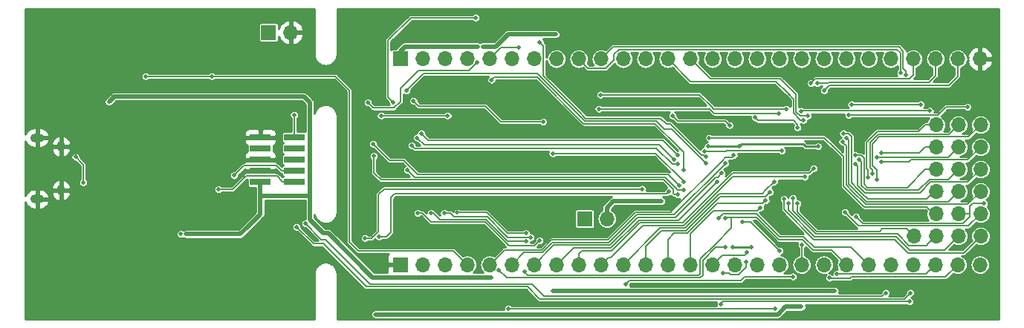
<source format=gbr>
G04 #@! TF.GenerationSoftware,KiCad,Pcbnew,(5.1.2)-1*
G04 #@! TF.CreationDate,2019-11-21T17:45:33-03:00*
G04 #@! TF.ProjectId,M_dulo Stick LPC1769,4df36475-6c6f-4205-9374-69636b204c50,v1.0*
G04 #@! TF.SameCoordinates,Original*
G04 #@! TF.FileFunction,Copper,L2,Bot*
G04 #@! TF.FilePolarity,Positive*
%FSLAX46Y46*%
G04 Gerber Fmt 4.6, Leading zero omitted, Abs format (unit mm)*
G04 Created by KiCad (PCBNEW (5.1.2)-1) date 2019-11-21 17:45:33*
%MOMM*%
%LPD*%
G04 APERTURE LIST*
%ADD10O,1.550000X1.000000*%
%ADD11O,0.950000X1.250000*%
%ADD12R,1.700000X1.700000*%
%ADD13O,1.700000X1.700000*%
%ADD14R,2.400000X0.740000*%
%ADD15C,0.500000*%
%ADD16C,0.508000*%
%ADD17C,0.254000*%
%ADD18C,0.150000*%
%ADD19C,0.381000*%
G04 APERTURE END LIST*
D10*
X120650000Y-110500000D03*
X120650000Y-103500000D03*
D11*
X123350000Y-109500000D03*
X123350000Y-104500000D03*
D12*
X162000000Y-118000000D03*
D13*
X164540000Y-118000000D03*
X167080000Y-118000000D03*
X169620000Y-118000000D03*
X172160000Y-118000000D03*
X174700000Y-118000000D03*
X177240000Y-118000000D03*
X179780000Y-118000000D03*
X182320000Y-118000000D03*
X184860000Y-118000000D03*
X187400000Y-118000000D03*
X189940000Y-118000000D03*
X192480000Y-118000000D03*
X195020000Y-118000000D03*
X197560000Y-118000000D03*
X200100000Y-118000000D03*
X202640000Y-118000000D03*
X205180000Y-118000000D03*
X207720000Y-118000000D03*
X210260000Y-118000000D03*
X212800000Y-118000000D03*
X215340000Y-118000000D03*
X217880000Y-118000000D03*
X220420000Y-118000000D03*
X222960000Y-118000000D03*
X225500000Y-118000000D03*
X228040000Y-118000000D03*
D12*
X183000000Y-112750000D03*
D13*
X185540000Y-112750000D03*
D12*
X162000000Y-94500000D03*
D13*
X164540000Y-94500000D03*
X167080000Y-94500000D03*
X169620000Y-94500000D03*
X172160000Y-94500000D03*
X174700000Y-94500000D03*
X177240000Y-94500000D03*
X179780000Y-94500000D03*
X182320000Y-94500000D03*
X184860000Y-94500000D03*
X187400000Y-94500000D03*
X189940000Y-94500000D03*
X192480000Y-94500000D03*
X195020000Y-94500000D03*
X197560000Y-94500000D03*
X200100000Y-94500000D03*
X202640000Y-94500000D03*
X205180000Y-94500000D03*
X207720000Y-94500000D03*
X210260000Y-94500000D03*
X212800000Y-94500000D03*
X215340000Y-94500000D03*
X217880000Y-94500000D03*
X220420000Y-94500000D03*
X222960000Y-94500000D03*
X225500000Y-94500000D03*
X228040000Y-94500000D03*
D12*
X147000000Y-91500000D03*
D13*
X149540000Y-91500000D03*
X228120000Y-102030000D03*
X228120000Y-104570000D03*
X228120000Y-107110000D03*
X228120000Y-109650000D03*
X228120000Y-112190000D03*
X228120000Y-114730000D03*
X225580000Y-102030000D03*
X225580000Y-104570000D03*
X225580000Y-107110000D03*
X225580000Y-109650000D03*
X225580000Y-112190000D03*
X223040000Y-102030000D03*
X223040000Y-104570000D03*
X223040000Y-107110000D03*
X223040000Y-109650000D03*
X223040000Y-112190000D03*
X223040000Y-114730000D03*
X220500000Y-114730000D03*
X225580000Y-114730000D03*
D14*
X149950000Y-103460000D03*
X146050000Y-103460000D03*
X149950000Y-104730000D03*
X146050000Y-104730000D03*
X149950000Y-106000000D03*
X146050000Y-106000000D03*
X149950000Y-107270000D03*
X146050000Y-107270000D03*
X149950000Y-108540000D03*
X146050000Y-108540000D03*
D15*
X170800000Y-93100000D03*
X171400000Y-93100000D03*
X179000000Y-91700000D03*
X179700000Y-91700000D03*
X211500000Y-121000000D03*
X210000000Y-121000000D03*
X179400000Y-121000000D03*
X180200000Y-121000000D03*
X191179010Y-110750000D03*
X191750000Y-110750000D03*
X188100000Y-110750000D03*
X187500000Y-110750000D03*
X200600000Y-104500000D03*
X197050000Y-104500000D03*
X209575000Y-104500000D03*
X202000000Y-116000000D03*
X199868623Y-115968623D03*
X133000000Y-96500000D03*
X140500000Y-96500000D03*
X174300000Y-123000000D03*
X204700000Y-123000000D03*
X165500000Y-112100000D03*
X176300000Y-115350000D03*
X164000000Y-112100000D03*
X177843135Y-115243136D03*
X168500000Y-112050001D03*
X176300000Y-114400000D03*
X167000000Y-112100000D03*
X175500000Y-93200000D03*
X176836517Y-114875000D03*
X149900000Y-100900000D03*
X125000000Y-105700000D03*
X125900000Y-108600000D03*
X206735876Y-119335876D03*
X187700000Y-120200000D03*
X143074990Y-107800000D03*
X141300000Y-109400000D03*
X137600000Y-114500000D03*
X144600000Y-113675000D03*
X146800000Y-98820002D03*
X128800000Y-99400000D03*
X129250000Y-98950000D03*
X147479998Y-98820002D03*
X137000000Y-114500000D03*
X145087500Y-113187500D03*
X171700000Y-119420990D03*
X172379010Y-119420990D03*
X216300000Y-108250000D03*
X216775000Y-106250000D03*
X213875019Y-106500000D03*
X212383263Y-103975000D03*
X212650000Y-112000000D03*
X205700000Y-110500000D03*
X205450000Y-105000000D03*
X196633879Y-105027000D03*
X215775000Y-107574298D03*
X216330437Y-105724201D03*
X214300000Y-106000000D03*
X212863879Y-103521924D03*
X213900000Y-112510001D03*
X228500244Y-110999236D03*
X215325000Y-108046600D03*
X216775000Y-105250000D03*
X213875019Y-105500000D03*
X212466976Y-103007171D03*
X197200000Y-103500000D03*
X184800000Y-98600000D03*
X206700000Y-110400000D03*
X206000000Y-100200000D03*
X207250000Y-111000000D03*
X202400000Y-101200000D03*
X207250000Y-102350000D03*
X184600000Y-100200000D03*
X206200000Y-111000000D03*
X205111397Y-100775000D03*
X200000000Y-105500000D03*
X199025000Y-106450000D03*
X198613300Y-107563300D03*
X198100439Y-108500439D03*
X209100000Y-107000000D03*
X208100000Y-107975000D03*
X204600000Y-108500000D03*
X204102546Y-109700000D03*
X203627546Y-110668799D03*
X203000000Y-111475000D03*
X201500000Y-116619788D03*
X201500000Y-116619788D03*
X205200000Y-116400000D03*
X201000000Y-113099991D03*
X207750000Y-115700000D03*
X176150000Y-118800000D03*
X199025000Y-112674991D03*
X198300000Y-112700000D03*
X217300000Y-121200000D03*
X151200000Y-113300000D03*
X222349989Y-100450011D03*
X207687360Y-100460929D03*
X213400000Y-99700000D03*
X221300000Y-99700000D03*
X211750000Y-119063668D03*
X210900000Y-119500000D03*
X226600000Y-100000000D03*
X213100000Y-100925011D03*
X210300000Y-98100000D03*
X209500000Y-97299999D03*
X208800000Y-97300000D03*
X150200000Y-113700000D03*
X220100000Y-121200000D03*
X208400000Y-101000000D03*
X207900000Y-101500000D03*
X219609811Y-96324980D03*
X218999990Y-96099990D03*
X189550020Y-109349980D03*
X158000000Y-114950001D03*
X193000000Y-101000000D03*
X199500000Y-102100000D03*
X199010876Y-115960876D03*
X173242734Y-118624654D03*
X192636524Y-109626088D03*
X159600000Y-114800000D03*
X201400000Y-117648998D03*
X198773971Y-118936725D03*
X220000000Y-122200000D03*
X198500000Y-122500000D03*
X164400000Y-103000000D03*
X193600000Y-105500000D03*
X161223556Y-99476444D03*
X170600000Y-89800000D03*
X159000000Y-105600000D03*
X193600000Y-110000000D03*
X194300000Y-109500000D03*
X162800000Y-107200000D03*
X158900000Y-104200000D03*
X193804734Y-108995266D03*
X177900000Y-92600000D03*
X196800000Y-105700000D03*
X172400000Y-96900000D03*
X194300000Y-107200000D03*
X162700000Y-98127000D03*
X196800000Y-106400000D03*
X179350000Y-105300000D03*
X178250000Y-101700000D03*
X163500000Y-99299999D03*
X194312774Y-108525000D03*
X158300000Y-99500000D03*
X170792188Y-94934143D03*
X163299479Y-104400521D03*
X193607473Y-106509063D03*
X159800000Y-101000000D03*
X167400521Y-100999479D03*
X163900000Y-103500000D03*
X193193947Y-106007566D03*
X167400000Y-105900000D03*
X166600000Y-105900000D03*
X167400000Y-105300000D03*
X166600000Y-105300000D03*
X138500000Y-105000000D03*
X139400000Y-105000000D03*
X139400000Y-104100000D03*
X138500000Y-104100000D03*
X210196647Y-105027000D03*
X212700000Y-110000000D03*
X134000000Y-109000000D03*
X134000000Y-108400000D03*
X132500000Y-105200000D03*
X144100000Y-105500000D03*
X157500000Y-95000000D03*
X158400000Y-95000000D03*
X158400000Y-94200000D03*
X157500000Y-94200000D03*
X168500000Y-99400000D03*
X166100000Y-98000000D03*
X170200000Y-106900000D03*
X176900000Y-106400000D03*
X176900000Y-107000000D03*
X164000000Y-110600000D03*
X165500000Y-110600000D03*
X167000000Y-110554001D03*
X168500000Y-110554001D03*
X161400000Y-112000000D03*
X181000000Y-111300000D03*
X181700000Y-111300000D03*
X180000000Y-100900000D03*
X180000000Y-100900000D03*
X180700000Y-100900000D03*
X189900000Y-92200000D03*
X190600000Y-92200000D03*
X217400000Y-98500000D03*
X218100000Y-98500000D03*
X213400000Y-110700000D03*
X212800000Y-113700000D03*
X215625000Y-120700000D03*
X217900000Y-120700000D03*
X229100000Y-123600000D03*
X208500000Y-119300000D03*
X203350000Y-120250000D03*
X201000000Y-120300000D03*
X197000000Y-122500000D03*
X175497545Y-121275000D03*
X219500000Y-112700000D03*
X219500000Y-111900000D03*
X208300000Y-109400000D03*
X208300000Y-110100000D03*
X209000000Y-110100000D03*
X209000000Y-109400000D03*
X191300000Y-111500000D03*
X187400000Y-111900000D03*
X188000000Y-111900000D03*
X189300000Y-106200000D03*
X198973000Y-99700000D03*
X137750000Y-97250000D03*
X146850000Y-95700000D03*
X207500000Y-97300000D03*
X207700000Y-122800000D03*
X186754001Y-123654001D03*
X186145999Y-123654001D03*
X159154001Y-123654001D03*
X159745999Y-123654001D03*
D16*
X162000000Y-94500000D02*
X162000000Y-93600000D01*
X162500000Y-93100000D02*
X170800000Y-93100000D01*
X162000000Y-93600000D02*
X162500000Y-93100000D01*
X172882578Y-93100000D02*
X171400000Y-93100000D01*
X174282578Y-91700000D02*
X172882578Y-93100000D01*
X174282578Y-91700000D02*
X179700000Y-91700000D01*
X211500000Y-121000000D02*
X210000000Y-121000000D01*
X179800000Y-121000000D02*
X186500000Y-121000000D01*
X179800000Y-121000000D02*
X180200000Y-121000000D01*
X179400000Y-121000000D02*
X179800000Y-121000000D01*
X208308002Y-121000000D02*
X210000000Y-121000000D01*
X186500000Y-121000000D02*
X208308002Y-121000000D01*
X191617000Y-110750000D02*
X187950000Y-110750000D01*
D17*
X200600000Y-104500000D02*
X197050000Y-104500000D01*
D16*
X187500000Y-110750000D02*
X188100000Y-110750000D01*
X185540000Y-111460000D02*
X185540000Y-112750000D01*
X187500000Y-110750000D02*
X186250000Y-110750000D01*
X186250000Y-110750000D02*
X185540000Y-111460000D01*
D17*
X200900000Y-104200000D02*
X200600000Y-104500000D01*
X207900000Y-104200000D02*
X200900000Y-104200000D01*
X209575000Y-104500000D02*
X208200000Y-104500000D01*
X208200000Y-104500000D02*
X207900000Y-104200000D01*
X199900000Y-116000000D02*
X199868623Y-115968623D01*
X202000000Y-116000000D02*
X199900000Y-116000000D01*
D18*
X133000000Y-96500000D02*
X140500000Y-96500000D01*
X140500000Y-96500000D02*
X154600000Y-96500000D01*
X154600000Y-96500000D02*
X156200000Y-98100000D01*
X156200000Y-98100000D02*
X156200000Y-115400000D01*
X156200000Y-115400000D02*
X157200000Y-116400000D01*
X168020000Y-116400000D02*
X169620000Y-118000000D01*
X157200000Y-116400000D02*
X168020000Y-116400000D01*
X203200000Y-123000000D02*
X174300000Y-123000000D01*
X203200000Y-123000000D02*
X204700000Y-123000000D01*
X166507853Y-112825011D02*
X168000733Y-112825011D01*
X165500000Y-112100000D02*
X165782842Y-112100000D01*
X165782842Y-112100000D02*
X166507853Y-112825011D01*
X168000733Y-112825011D02*
X171776455Y-112825011D01*
X174301444Y-115350000D02*
X174175722Y-115224278D01*
X176300000Y-115350000D02*
X174301444Y-115350000D01*
X171776455Y-112825011D02*
X174175722Y-115224278D01*
X174175722Y-115224278D02*
X174229786Y-115278342D01*
X164500000Y-112100000D02*
X164000000Y-112100000D01*
X165525021Y-113125021D02*
X164500000Y-112100000D01*
X171652187Y-113125021D02*
X165525021Y-113125021D01*
X174352167Y-115825001D02*
X174113583Y-115586417D01*
X177261270Y-115825001D02*
X174352167Y-115825001D01*
X177843135Y-115243136D02*
X177261270Y-115825001D01*
X174230508Y-115703342D02*
X174113583Y-115586417D01*
X174113583Y-115586417D02*
X171652187Y-113125021D01*
X171850001Y-112050001D02*
X168500000Y-112050001D01*
X174200000Y-114400000D02*
X171850001Y-112050001D01*
X176300000Y-114400000D02*
X174200000Y-114400000D01*
X167000000Y-112100000D02*
X167700000Y-112100000D01*
X168125001Y-112525001D02*
X171900723Y-112525001D01*
X167700000Y-112100000D02*
X168125001Y-112525001D01*
X173460000Y-93200000D02*
X172160000Y-94500000D01*
X175500000Y-93200000D02*
X173460000Y-93200000D01*
X174250722Y-114875000D02*
X173987861Y-114612139D01*
X176836517Y-114875000D02*
X174250722Y-114875000D01*
X171900723Y-112525001D02*
X173987861Y-114612139D01*
X173987861Y-114612139D02*
X174200723Y-114825001D01*
X149900000Y-103410000D02*
X149950000Y-103460000D01*
X149900000Y-100900000D02*
X149900000Y-103410000D01*
X125000000Y-105700000D02*
X125700000Y-106400000D01*
X125700000Y-106400000D02*
X125900000Y-106600000D01*
X125900000Y-106600000D02*
X125900000Y-108600000D01*
X206735876Y-119335876D02*
X204135876Y-119335876D01*
X204135876Y-119335876D02*
X201264124Y-119335876D01*
X201264124Y-119335876D02*
X200800000Y-119800000D01*
X200800000Y-119800000D02*
X188100000Y-119800000D01*
X188100000Y-119800000D02*
X187700000Y-120200000D01*
X149950000Y-107270000D02*
X148470000Y-107270000D01*
X147874999Y-106674999D02*
X145174999Y-106674999D01*
X148470000Y-107270000D02*
X147874999Y-106674999D01*
X145174999Y-106674999D02*
X144199991Y-106674999D01*
X144199991Y-106674999D02*
X143074990Y-107800000D01*
X148600000Y-108540000D02*
X147960000Y-107900000D01*
X149950000Y-108540000D02*
X148600000Y-108540000D01*
X147960000Y-107900000D02*
X144400000Y-107900000D01*
X142900000Y-109400000D02*
X142300000Y-109400000D01*
X144400000Y-107900000D02*
X142900000Y-109400000D01*
X141300000Y-109400000D02*
X142300000Y-109400000D01*
D16*
X137600000Y-114500000D02*
X143775000Y-114500000D01*
X143775000Y-114500000D02*
X144600000Y-113675000D01*
X144600000Y-113675000D02*
X146050000Y-112225000D01*
X146050000Y-110150000D02*
X146050000Y-108540000D01*
X146050000Y-112225000D02*
X146050000Y-110150000D01*
X146800000Y-98820002D02*
X145720002Y-98820002D01*
X145720002Y-98820002D02*
X129379998Y-98820002D01*
X129250000Y-98950000D02*
X128800000Y-99400000D01*
X129250000Y-98950000D02*
X129379998Y-98820002D01*
X147479998Y-98820002D02*
X146800000Y-98820002D01*
X171700000Y-119420990D02*
X171700000Y-119420990D01*
X170800000Y-119420990D02*
X172379010Y-119420990D01*
X158820990Y-119420990D02*
X170800000Y-119420990D01*
X147479998Y-98820002D02*
X151020002Y-98820002D01*
X151700000Y-112832078D02*
X153267922Y-114400000D01*
X151020002Y-98820002D02*
X151700000Y-99500000D01*
X153267922Y-114400000D02*
X153800000Y-114400000D01*
X153800000Y-114400000D02*
X158820990Y-119420990D01*
X151550000Y-110150000D02*
X151700000Y-110300000D01*
X146050000Y-110150000D02*
X151550000Y-110150000D01*
X151700000Y-99500000D02*
X151700000Y-110300000D01*
X151700000Y-110300000D02*
X151700000Y-112832078D01*
D18*
X226744989Y-103405011D02*
X228120000Y-102030000D01*
X216594989Y-103405011D02*
X226744989Y-103405011D01*
X216594989Y-103405011D02*
X216025000Y-103975000D01*
X216025000Y-103975000D02*
X215900020Y-104099980D01*
X215800000Y-104200000D02*
X215800000Y-106450000D01*
X215900020Y-104099980D02*
X215800000Y-104200000D01*
X215800000Y-106450000D02*
X215800000Y-106700000D01*
X215800000Y-106700000D02*
X216300000Y-107200000D01*
X216300000Y-107200000D02*
X216300000Y-108250000D01*
X228120000Y-104570000D02*
X226655001Y-106034999D01*
X226655001Y-106034999D02*
X220365001Y-106034999D01*
X220365001Y-106034999D02*
X220165001Y-106034999D01*
X220165001Y-106034999D02*
X219950000Y-106250000D01*
X219950000Y-106250000D02*
X216775000Y-106250000D01*
X226655001Y-108574999D02*
X228120000Y-107110000D01*
X213875019Y-106500000D02*
X214125018Y-106749999D01*
X214125018Y-106749999D02*
X214125018Y-108952184D01*
X214125018Y-108952184D02*
X214972834Y-109800000D01*
X214972834Y-109800000D02*
X221200000Y-109800000D01*
X221200000Y-109800000D02*
X222425001Y-108574999D01*
X222425001Y-108574999D02*
X226655001Y-108574999D01*
X228120000Y-109650000D02*
X226670000Y-111100000D01*
X226670000Y-111100000D02*
X215000000Y-111100000D01*
X212800000Y-108900000D02*
X213500000Y-109600000D01*
X215000000Y-111100000D02*
X213500000Y-109600000D01*
X213500000Y-109600000D02*
X213400000Y-109500000D01*
X212800000Y-104372723D02*
X212800000Y-104600000D01*
X212800000Y-104600000D02*
X212800000Y-108900000D01*
X212594625Y-104186362D02*
X212383263Y-103975000D01*
X212613638Y-104186362D02*
X212594625Y-104186362D01*
X212613638Y-104186362D02*
X212800000Y-104372723D01*
X212452277Y-104025000D02*
X212613638Y-104186362D01*
X226744989Y-113565011D02*
X228120000Y-112190000D01*
X212650000Y-112000000D02*
X214215011Y-113565011D01*
X214215011Y-113565011D02*
X226744989Y-113565011D01*
X226225011Y-116624989D02*
X228120000Y-114730000D01*
X219893545Y-116624989D02*
X226225011Y-116624989D01*
X218368516Y-115099960D02*
X219893545Y-116624989D01*
X209099960Y-115099960D02*
X218368516Y-115099960D01*
X205775000Y-111775000D02*
X209099960Y-115099960D01*
X205775000Y-111775000D02*
X205700000Y-111700000D01*
X205700000Y-111700000D02*
X205700000Y-110500000D01*
X205450000Y-105000000D02*
X204650000Y-105000000D01*
X204825000Y-105000000D02*
X204650000Y-105000000D01*
X204650000Y-105000000D02*
X199100000Y-105000000D01*
X199073000Y-105027000D02*
X196633879Y-105027000D01*
X199100000Y-105000000D02*
X199073000Y-105027000D01*
X225580000Y-102030000D02*
X224504999Y-103105001D01*
X224504999Y-103105001D02*
X216470721Y-103105001D01*
X216470721Y-103105001D02*
X215499990Y-104075732D01*
X215499990Y-104075732D02*
X215499990Y-106925714D01*
X215775000Y-107220745D02*
X215775000Y-107574298D01*
X215499990Y-106925714D02*
X215775000Y-107200724D01*
X215775000Y-107200724D02*
X215775000Y-107220745D01*
X224415011Y-105734989D02*
X225580000Y-104570000D01*
X216938970Y-105734989D02*
X217265011Y-105734989D01*
X216940011Y-105734989D02*
X217265011Y-105734989D01*
X217265011Y-105734989D02*
X224415011Y-105734989D01*
X216938970Y-105734989D02*
X216341225Y-105734989D01*
X216341225Y-105734989D02*
X216330437Y-105724201D01*
X224415011Y-108274989D02*
X225580000Y-107110000D01*
X214300000Y-106000000D02*
X214549999Y-106249999D01*
X214549999Y-106249999D02*
X214549999Y-108952887D01*
X214549999Y-108952887D02*
X215097102Y-109499990D01*
X215097102Y-109499990D02*
X221075732Y-109499990D01*
X221075732Y-109499990D02*
X222300732Y-108274990D01*
X222300732Y-108274990D02*
X224415011Y-108274989D01*
X224430010Y-110799990D02*
X225580000Y-109650000D01*
X213100009Y-104499991D02*
X213100000Y-104500000D01*
X213100000Y-104500000D02*
X213100000Y-108775722D01*
X213100000Y-108775722D02*
X215124268Y-110799990D01*
X215124268Y-110799990D02*
X224430010Y-110799990D01*
X213100009Y-103758054D02*
X213100009Y-103899991D01*
X212863879Y-103521924D02*
X213100009Y-103758054D01*
X213100009Y-103899991D02*
X213100009Y-104499991D01*
X226004278Y-112190000D02*
X225580000Y-112190000D01*
X227194278Y-111000000D02*
X226847139Y-111347139D01*
X226824942Y-112147139D02*
X226847139Y-112147139D01*
X226782081Y-112190000D02*
X226824942Y-112147139D01*
X225580000Y-112190000D02*
X226782081Y-112190000D01*
X226847139Y-112147139D02*
X226847139Y-111347139D01*
X214655000Y-113265001D02*
X213900000Y-112510001D01*
X226134999Y-113265001D02*
X214655000Y-113265001D01*
X226847139Y-112147139D02*
X226847139Y-112552861D01*
X226847139Y-112552861D02*
X226134999Y-113265001D01*
X227194278Y-111000000D02*
X228499480Y-111000000D01*
X228499480Y-111000000D02*
X228500244Y-110999236D01*
X221837919Y-102030000D02*
X223040000Y-102030000D01*
X221062928Y-102804991D02*
X221837919Y-102030000D01*
X216346453Y-102804991D02*
X216604991Y-102804991D01*
X216604991Y-102804991D02*
X221062928Y-102804991D01*
X215300000Y-103851444D02*
X216346453Y-102804991D01*
X215300000Y-108021600D02*
X215325000Y-108046600D01*
X215300000Y-103851444D02*
X215199980Y-103951464D01*
X215299999Y-107802299D02*
X215299999Y-107150001D01*
X215325000Y-108046600D02*
X215325000Y-107827300D01*
X215325000Y-107827300D02*
X215299999Y-107802299D01*
X215299999Y-107150001D02*
X215150010Y-107000012D01*
X215150010Y-104001434D02*
X215300000Y-103851444D01*
X215150010Y-107000012D02*
X215150010Y-104001434D01*
X223040000Y-104570000D02*
X221837919Y-104570000D01*
X221780000Y-104570000D02*
X221100000Y-105250000D01*
X221837919Y-104570000D02*
X221780000Y-104570000D01*
X221100000Y-105250000D02*
X216775000Y-105250000D01*
X213875019Y-105500000D02*
X214503002Y-105500000D01*
X219747939Y-109199980D02*
X221837919Y-107110000D01*
X215221370Y-109199980D02*
X219747939Y-109199980D01*
X214850000Y-105846998D02*
X214850000Y-108828610D01*
X214850000Y-108828610D02*
X215221370Y-109199980D01*
X214503002Y-105500000D02*
X214850000Y-105846998D01*
X221837919Y-107110000D02*
X223040000Y-107110000D01*
X222000020Y-110499980D02*
X215248536Y-110499980D01*
X222850000Y-109650000D02*
X222000020Y-110499980D01*
X223040000Y-109650000D02*
X222850000Y-109650000D01*
X215248536Y-110499980D02*
X214624278Y-109875722D01*
X213400010Y-108651454D02*
X214124278Y-109375722D01*
X213400010Y-107099990D02*
X213400010Y-108651454D01*
X214124278Y-109375722D02*
X214000020Y-109251464D01*
X214624278Y-109875722D02*
X214124278Y-109375722D01*
X213400019Y-107099981D02*
X213400010Y-107099990D01*
X213400019Y-103355062D02*
X213400019Y-103499981D01*
X213052128Y-103007171D02*
X213400019Y-103355062D01*
X212466976Y-103007171D02*
X213052128Y-103007171D01*
X213400019Y-103371017D02*
X213400019Y-103499981D01*
X213400019Y-103499981D02*
X213400019Y-107099981D01*
X223040000Y-112190000D02*
X222790000Y-112190000D01*
X222790000Y-112190000D02*
X222000010Y-111400010D01*
X222000010Y-111400010D02*
X214875731Y-111400009D01*
X214875731Y-111400009D02*
X212499990Y-109024268D01*
X212499990Y-109024268D02*
X212499990Y-105699990D01*
X210300000Y-103500000D02*
X211375000Y-104575000D01*
X197200000Y-103500000D02*
X210300000Y-103500000D01*
X212499990Y-105699990D02*
X211375000Y-104575000D01*
X211375000Y-104575000D02*
X211249999Y-104449999D01*
X189500000Y-98600000D02*
X184800000Y-98600000D01*
X196100000Y-98600000D02*
X189500000Y-98600000D01*
X211899960Y-114499940D02*
X211799940Y-114499940D01*
X221964999Y-115805001D02*
X222185000Y-115585000D01*
X219983999Y-115805001D02*
X221964999Y-115805001D01*
X218678938Y-114499940D02*
X219983999Y-115805001D01*
X211799940Y-114499940D02*
X218678938Y-114499940D01*
X223040000Y-114730000D02*
X222185000Y-115585000D01*
X197700000Y-100200000D02*
X197500000Y-100000000D01*
X206000000Y-100200000D02*
X197700000Y-100200000D01*
X197500000Y-100000000D02*
X196100000Y-98600000D01*
X209875732Y-114499940D02*
X211799940Y-114499940D01*
X209349940Y-114499940D02*
X209875732Y-114499940D01*
X206700000Y-111850000D02*
X209349940Y-114499940D01*
X206700000Y-111500000D02*
X206700000Y-111850000D01*
X206700000Y-110400000D02*
X206700000Y-111500000D01*
X206700000Y-111500000D02*
X206700000Y-111650000D01*
X202400000Y-101200000D02*
X202750000Y-101550000D01*
X206803553Y-101550000D02*
X205900000Y-101550000D01*
X207250000Y-101996447D02*
X206803553Y-101550000D01*
X207250000Y-102350000D02*
X207250000Y-101996447D01*
X202750000Y-101550000D02*
X205900000Y-101550000D01*
X205900000Y-101550000D02*
X206000000Y-101550000D01*
X219650001Y-113880001D02*
X220500000Y-114730000D01*
X216919929Y-113880001D02*
X219650001Y-113880001D01*
X216600000Y-114199930D02*
X216919929Y-113880001D01*
X209474208Y-114199930D02*
X216600000Y-114199930D01*
X207250000Y-111975722D02*
X209474208Y-114199930D01*
X207250000Y-111000000D02*
X207250000Y-111975722D01*
X225580000Y-114730000D02*
X223985021Y-116324979D01*
X223985021Y-116324979D02*
X220273535Y-116324979D01*
X220273535Y-116324979D02*
X220017813Y-116324979D01*
X220017813Y-116324979D02*
X219846417Y-116153583D01*
X219846417Y-116153583D02*
X219717803Y-116024969D01*
X205076042Y-100725000D02*
X205075521Y-100725521D01*
X197800722Y-100725000D02*
X205076042Y-100725000D01*
X197275722Y-100200000D02*
X197800722Y-100725000D01*
X184600000Y-100200000D02*
X197275722Y-100200000D01*
X219846417Y-116153583D02*
X218492784Y-114799950D01*
X205076042Y-100725000D02*
X205076042Y-100739645D01*
X205076042Y-100739645D02*
X205111397Y-100775000D01*
X209225672Y-114799950D02*
X209399950Y-114799950D01*
X206200000Y-111774278D02*
X209225672Y-114799950D01*
X206200000Y-111000000D02*
X206200000Y-111774278D01*
X218492784Y-114799950D02*
X209399950Y-114799950D01*
X209399950Y-114799950D02*
X209224228Y-114799950D01*
X173860009Y-116299991D02*
X177099991Y-116299991D01*
X172160000Y-118000000D02*
X173860009Y-116299991D01*
X177100000Y-116300000D02*
X178091444Y-116300000D01*
X177099991Y-116299991D02*
X177100000Y-116300000D01*
X178091444Y-116300000D02*
X179217204Y-115174240D01*
X181225760Y-115174240D02*
X185625760Y-115174240D01*
X181225760Y-115174240D02*
X181332926Y-115174240D01*
X179217204Y-115174240D02*
X181225760Y-115174240D01*
X185625760Y-115174240D02*
X188800000Y-112000000D01*
X192801042Y-112000000D02*
X192700000Y-112000000D01*
X188800000Y-112000000D02*
X192700000Y-112000000D01*
X192700000Y-112000000D02*
X192829002Y-112000000D01*
X199925000Y-105600000D02*
X199925000Y-105575000D01*
X199925000Y-105575000D02*
X200000000Y-105500000D01*
X199051043Y-105749999D02*
X198650521Y-106150521D01*
X199750001Y-105749999D02*
X199051043Y-105749999D01*
X200000000Y-105500000D02*
X199750001Y-105749999D01*
X198701042Y-106100000D02*
X198650521Y-106150521D01*
X198650521Y-106150521D02*
X192801042Y-112000000D01*
X185225750Y-115474250D02*
X185750029Y-115474249D01*
X181457194Y-115474250D02*
X185225750Y-115474250D01*
X179341472Y-115474250D02*
X181457194Y-115474250D01*
X178215722Y-116600000D02*
X179341472Y-115474250D01*
X174700000Y-118000000D02*
X176100000Y-116600000D01*
X176100000Y-116600000D02*
X178215722Y-116600000D01*
X185750029Y-115474249D02*
X188924268Y-112300010D01*
X188924268Y-112300010D02*
X192999990Y-112300010D01*
X192999990Y-112300010D02*
X193053596Y-112300010D01*
X192999990Y-112300010D02*
X193204838Y-112300010D01*
X193204838Y-112300010D02*
X199025000Y-106479848D01*
X199025000Y-106479848D02*
X199025000Y-106450000D01*
X198176600Y-108000000D02*
X198613300Y-107563300D01*
X179465740Y-115774260D02*
X185874296Y-115774260D01*
X177240000Y-118000000D02*
X179465740Y-115774260D01*
X185874296Y-115774260D02*
X189048536Y-112600020D01*
X189048536Y-112600020D02*
X193329106Y-112600020D01*
X193329106Y-112600020D02*
X197929126Y-108000000D01*
X197929126Y-108000000D02*
X198176600Y-108000000D01*
X179780000Y-118000000D02*
X181640000Y-116140000D01*
X181640000Y-116140000D02*
X181680010Y-116099990D01*
X198100439Y-108531689D02*
X193732098Y-112900030D01*
X181705730Y-116074270D02*
X181640000Y-116140000D01*
X198100439Y-108500439D02*
X198100439Y-108531689D01*
X193732098Y-112900030D02*
X189172804Y-112900030D01*
X189172804Y-112900030D02*
X185998565Y-116074269D01*
X185998565Y-116074269D02*
X185225730Y-116074270D01*
X185225730Y-116074270D02*
X181705730Y-116074270D01*
X182320000Y-116780000D02*
X182320000Y-118000000D01*
X182700000Y-116400000D02*
X182320000Y-116780000D01*
X198100000Y-109300000D02*
X198225000Y-109175000D01*
X198225000Y-109175000D02*
X194199961Y-113200039D01*
X194199961Y-113200039D02*
X189297072Y-113200040D01*
X189297072Y-113200040D02*
X186097112Y-116400000D01*
X186097112Y-116400000D02*
X182700000Y-116400000D01*
X198225000Y-109175000D02*
X199900000Y-107500000D01*
X208600000Y-107500000D02*
X209100000Y-107000000D01*
X208500000Y-107500000D02*
X208600000Y-107500000D01*
X199900000Y-107500000D02*
X208500000Y-107500000D01*
X185709999Y-117150001D02*
X184860000Y-118000000D01*
X185950048Y-117150001D02*
X185709999Y-117150001D01*
X189600001Y-113500048D02*
X185950048Y-117150001D01*
X194324230Y-113500048D02*
X189600001Y-113500048D01*
X194324230Y-113500048D02*
X198349269Y-109475009D01*
X198349269Y-109475009D02*
X199849278Y-107975000D01*
X208100000Y-107975000D02*
X207675000Y-107975000D01*
X199849278Y-107975000D02*
X207675000Y-107975000D01*
X187400000Y-118000000D02*
X191599942Y-113800058D01*
X191599942Y-113800058D02*
X194104903Y-113800057D01*
X194448499Y-113800057D02*
X194104903Y-113800057D01*
X203225266Y-109874278D02*
X203627545Y-109471999D01*
X198374278Y-109874278D02*
X203225266Y-109874278D01*
X198374278Y-109874278D02*
X194448499Y-113800057D01*
X203627545Y-109471999D02*
X204599544Y-108500000D01*
X204599544Y-108500000D02*
X204600000Y-108500000D01*
X189940000Y-118000000D02*
X189940000Y-115884278D01*
X189940000Y-115884278D02*
X191724210Y-114100068D01*
X191724210Y-114100068D02*
X193200000Y-114100068D01*
X193200000Y-114100068D02*
X193399932Y-114100068D01*
X193399932Y-114100068D02*
X193399934Y-114100066D01*
X194100066Y-114100066D02*
X194229172Y-114100066D01*
X193399934Y-114100066D02*
X194100066Y-114100066D01*
X194100066Y-114100066D02*
X194572768Y-114100066D01*
X203608748Y-110193798D02*
X204102546Y-109700000D01*
X198479036Y-110193798D02*
X198386417Y-110286417D01*
X203608748Y-110193798D02*
X198479036Y-110193798D01*
X194572768Y-114100066D02*
X198386417Y-110286417D01*
X193199924Y-114400076D02*
X194699925Y-114400075D01*
X192480000Y-118000000D02*
X192480000Y-115120000D01*
X192480000Y-115120000D02*
X193199924Y-114400076D01*
X198100000Y-111000000D02*
X197900000Y-111200000D01*
X203296345Y-111000000D02*
X198100000Y-111000000D01*
X203627546Y-110668799D02*
X203296345Y-111000000D01*
X194699925Y-114400075D02*
X197900000Y-111200000D01*
X195020000Y-118000000D02*
X195020000Y-114504278D01*
X202675000Y-111800000D02*
X203000000Y-111475000D01*
X197724278Y-111800000D02*
X197712139Y-111812139D01*
X202675000Y-111800000D02*
X197724278Y-111800000D01*
X195020000Y-114504278D02*
X197712139Y-111812139D01*
X201500000Y-116619788D02*
X201219788Y-116900000D01*
X198660000Y-116900000D02*
X197560000Y-118000000D01*
X201219788Y-116900000D02*
X198660000Y-116900000D01*
X204750000Y-115950000D02*
X204700000Y-115900000D01*
X201899991Y-113099991D02*
X204900000Y-116100000D01*
X201000000Y-113099991D02*
X201899991Y-113099991D01*
X205200000Y-116400000D02*
X204900000Y-116100000D01*
X204900000Y-116100000D02*
X204750000Y-115950000D01*
X207900521Y-117819479D02*
X207720000Y-118000000D01*
X207750000Y-117970000D02*
X207720000Y-118000000D01*
X207750000Y-115700000D02*
X207750000Y-117970000D01*
X211100000Y-116300000D02*
X209030044Y-116300000D01*
X212800000Y-118000000D02*
X211100000Y-116300000D01*
X209030044Y-116300000D02*
X207830044Y-115100000D01*
X199500000Y-112624991D02*
X199375009Y-112624991D01*
X207830044Y-115100000D02*
X205100000Y-115100000D01*
X202624991Y-112624991D02*
X201575009Y-112624991D01*
X205100000Y-115100000D02*
X202624991Y-112624991D01*
X199725009Y-112624991D02*
X199725009Y-113174991D01*
X199725009Y-112624991D02*
X199375009Y-112624991D01*
X201575009Y-112624991D02*
X199725009Y-112624991D01*
X199725009Y-113819711D02*
X197844208Y-115700512D01*
X199725009Y-113174991D02*
X199725009Y-113819711D01*
X197844208Y-115700512D02*
X196184989Y-117359731D01*
X196184989Y-119015011D02*
X196000540Y-119199460D01*
X196184989Y-117359731D02*
X196184989Y-119015011D01*
X176549460Y-119199460D02*
X176150000Y-118800000D01*
X193400540Y-119199460D02*
X176549460Y-119199460D01*
X193400540Y-119199460D02*
X193300000Y-119199460D01*
X196000540Y-119199460D02*
X193400540Y-119199460D01*
X199375009Y-112624991D02*
X199075000Y-112624991D01*
X199075000Y-112624991D02*
X199025000Y-112674991D01*
X198800009Y-112199991D02*
X202624269Y-112199991D01*
X202624269Y-112199991D02*
X205224268Y-114799990D01*
X207954312Y-114799990D02*
X209154312Y-115999990D01*
X209154312Y-115999990D02*
X213339990Y-115999990D01*
X198300000Y-112700000D02*
X198800009Y-112199991D01*
X205224268Y-114799990D02*
X207954312Y-114799990D01*
X213339990Y-115999990D02*
X215340000Y-118000000D01*
X153000000Y-115100000D02*
X151200000Y-113300000D01*
X153500000Y-115100000D02*
X153000000Y-115100000D01*
X158599990Y-120199990D02*
X153500000Y-115100000D01*
X176999990Y-120199990D02*
X158599990Y-120199990D01*
X178400000Y-121600000D02*
X176999990Y-120199990D01*
X216900000Y-121600000D02*
X178400000Y-121600000D01*
X217300000Y-121200000D02*
X216900000Y-121600000D01*
X207698278Y-100450011D02*
X207687360Y-100460929D01*
X222349989Y-100450011D02*
X207698278Y-100450011D01*
X213400000Y-99700000D02*
X221300000Y-99700000D01*
X222960000Y-118000000D02*
X221884999Y-119075001D01*
X221884999Y-119075001D02*
X213316001Y-119075001D01*
X213316001Y-119075001D02*
X211761333Y-119075001D01*
X211761333Y-119075001D02*
X211750000Y-119063668D01*
X224124989Y-119375011D02*
X222009267Y-119375011D01*
X225500000Y-118000000D02*
X224124989Y-119375011D01*
X222009267Y-119375011D02*
X213440269Y-119375011D01*
X210938668Y-119538668D02*
X210900000Y-119500000D01*
X213440269Y-119375011D02*
X213276612Y-119538668D01*
X213276612Y-119538668D02*
X210938668Y-119538668D01*
X213100000Y-100925011D02*
X223274989Y-100925011D01*
X224200000Y-100000000D02*
X223274989Y-100925011D01*
X226600000Y-100000000D02*
X224200000Y-100000000D01*
X225500000Y-96500000D02*
X225500000Y-94500000D01*
X224500000Y-97500000D02*
X225500000Y-96500000D01*
X210900000Y-97500000D02*
X211100000Y-97500000D01*
X210300000Y-98100000D02*
X210900000Y-97500000D01*
X211000000Y-97500000D02*
X211100000Y-97500000D01*
X211100000Y-97500000D02*
X224500000Y-97500000D01*
X222960000Y-96440000D02*
X222960000Y-94500000D01*
X222250010Y-97149990D02*
X222960000Y-96440000D01*
X210855022Y-97149990D02*
X210949990Y-97149990D01*
X210825732Y-97149990D02*
X211050010Y-97149990D01*
X210675723Y-97299999D02*
X210825732Y-97149990D01*
X209500000Y-97299999D02*
X210675723Y-97299999D01*
X210949990Y-97149990D02*
X211050010Y-97149990D01*
X211050010Y-97149990D02*
X222250010Y-97149990D01*
X220420000Y-96380000D02*
X220420000Y-94500000D01*
X220000020Y-96799980D02*
X220420000Y-96380000D01*
X209300020Y-96799980D02*
X210899980Y-96799980D01*
X208800000Y-97300000D02*
X209300020Y-96799980D01*
X210710044Y-96799980D02*
X210899980Y-96799980D01*
X210899980Y-96799980D02*
X220000020Y-96799980D01*
X152100000Y-115600000D02*
X150200000Y-113700000D01*
X158100000Y-120500000D02*
X153200000Y-115600000D01*
X153200000Y-115600000D02*
X152100000Y-115600000D01*
X220100000Y-121200000D02*
X219399990Y-121900010D01*
X219399990Y-121900010D02*
X178275732Y-121900010D01*
X178275732Y-121900010D02*
X178275722Y-121900000D01*
X178275722Y-121900000D02*
X177900000Y-121900000D01*
X177900000Y-121900000D02*
X176500000Y-120500000D01*
X176500000Y-120500000D02*
X158100000Y-120500000D01*
X197320000Y-96800000D02*
X195020000Y-94500000D01*
X205325491Y-96800000D02*
X197320000Y-96800000D01*
X207546987Y-101000000D02*
X207100000Y-100553013D01*
X208400000Y-101000000D02*
X207546987Y-101000000D01*
X206725011Y-98199520D02*
X206612745Y-98087255D01*
X206612745Y-98087255D02*
X205325491Y-96800000D01*
X207100000Y-98574510D02*
X206612745Y-98087255D01*
X207100000Y-100553013D02*
X207100000Y-98574510D01*
X192480000Y-94500000D02*
X195080010Y-97100010D01*
X195080010Y-97100010D02*
X204800010Y-97100010D01*
X207622709Y-101500000D02*
X206799990Y-100677281D01*
X207900000Y-101500000D02*
X207622709Y-101500000D01*
X206350000Y-98650000D02*
X206425001Y-98725001D01*
X206799990Y-99099990D02*
X206100000Y-98400000D01*
X206799990Y-100677281D02*
X206799990Y-99099990D01*
X204800010Y-97100010D02*
X206100000Y-98400000D01*
X206100000Y-98400000D02*
X206350000Y-98650000D01*
X184860000Y-94500000D02*
X186235011Y-93124989D01*
X218824989Y-93124989D02*
X218424989Y-93124989D01*
X219300000Y-93600000D02*
X218824989Y-93124989D01*
X186235011Y-93124989D02*
X218424989Y-93124989D01*
X218424989Y-93124989D02*
X218520269Y-93124989D01*
X219609811Y-96324980D02*
X219609811Y-95909811D01*
X219300000Y-95600000D02*
X219300000Y-95400000D01*
X219609811Y-95909811D02*
X219300000Y-95600000D01*
X219300000Y-95500000D02*
X219300000Y-95400000D01*
X219300000Y-95400000D02*
X219300000Y-93600000D01*
X186324999Y-93983999D02*
X186883999Y-93424999D01*
X186324999Y-94675001D02*
X186324999Y-93983999D01*
X185424999Y-95575001D02*
X186324999Y-94675001D01*
X182320000Y-94500000D02*
X183395001Y-95575001D01*
X183395001Y-95575001D02*
X185424999Y-95575001D01*
X218396001Y-93424999D02*
X218224999Y-93424999D01*
X186883999Y-93424999D02*
X218224999Y-93424999D01*
X218624999Y-93424999D02*
X218999990Y-93799990D01*
X218396001Y-93424999D02*
X218624999Y-93424999D01*
X218999990Y-93799990D02*
X218999990Y-96099990D01*
X218999990Y-96099990D02*
X219000000Y-96100000D01*
X158749999Y-114950001D02*
X158000000Y-114950001D01*
X189267178Y-109349980D02*
X189267158Y-109350000D01*
X189550020Y-109349980D02*
X189267178Y-109349980D01*
X189267158Y-109350000D02*
X160150000Y-109350000D01*
X159500000Y-110000000D02*
X159500000Y-114200000D01*
X160150000Y-109350000D02*
X159500000Y-110000000D01*
X159500000Y-114200000D02*
X158749999Y-114950001D01*
X193600000Y-101600000D02*
X194100000Y-101600000D01*
X193000000Y-101000000D02*
X193600000Y-101600000D01*
X198917158Y-101600000D02*
X194100000Y-101600000D01*
X194100000Y-101600000D02*
X194000000Y-101600000D01*
X196484999Y-117483999D02*
X196484999Y-118234999D01*
X198900521Y-116000521D02*
X197968477Y-116000521D01*
X197968477Y-116000521D02*
X196484999Y-117483999D01*
X196484999Y-119165001D02*
X196150530Y-119499470D01*
X196484999Y-118234999D02*
X196484999Y-119165001D01*
X193150530Y-119499470D02*
X185500530Y-119499470D01*
X193150530Y-119499470D02*
X193050530Y-119499470D01*
X196150530Y-119499470D02*
X193150530Y-119499470D01*
X198917158Y-101600000D02*
X199000000Y-101600000D01*
X199000000Y-101600000D02*
X199500000Y-102100000D01*
X198900521Y-116000521D02*
X198971231Y-116000521D01*
X198971231Y-116000521D02*
X199010876Y-115960876D01*
X174117550Y-119499470D02*
X174500530Y-119499470D01*
X173242734Y-118624654D02*
X174117550Y-119499470D01*
X185500530Y-119499470D02*
X174500530Y-119499470D01*
X174500530Y-119499470D02*
X174199470Y-119499470D01*
X192362612Y-109900000D02*
X192636524Y-109626088D01*
X161350000Y-109900000D02*
X192362612Y-109900000D01*
X160900000Y-110350000D02*
X161350000Y-109900000D01*
X160900000Y-114300000D02*
X160900000Y-110350000D01*
X159600000Y-114800000D02*
X160400000Y-114800000D01*
X160400000Y-114800000D02*
X160900000Y-114300000D01*
X198773971Y-118936725D02*
X199436725Y-118936725D01*
X199436725Y-118936725D02*
X199600000Y-119100000D01*
X201400000Y-118291002D02*
X201400000Y-118100000D01*
X200591002Y-119100000D02*
X201400000Y-118291002D01*
X199600000Y-119100000D02*
X200591002Y-119100000D01*
X201400000Y-117648998D02*
X201400000Y-118100000D01*
X219524278Y-122200000D02*
X219524258Y-122200020D01*
X220000000Y-122200000D02*
X219524278Y-122200000D01*
X219524258Y-122200020D02*
X198799980Y-122200020D01*
X198799980Y-122200020D02*
X198500000Y-122500000D01*
X164900000Y-103500000D02*
X164400000Y-103000000D01*
X165200000Y-103800000D02*
X164900000Y-103500000D01*
X191924278Y-103800000D02*
X191800000Y-103800000D01*
X191800000Y-103800000D02*
X165200000Y-103800000D01*
X193600000Y-105500000D02*
X193600000Y-105475722D01*
X193600000Y-105475722D02*
X191924278Y-103800000D01*
X161224002Y-99476890D02*
X161223556Y-99476444D01*
X160600000Y-98852888D02*
X160600000Y-92400000D01*
X160600000Y-92400000D02*
X163200000Y-89800000D01*
X163200000Y-89800000D02*
X170600000Y-89800000D01*
X161223556Y-99476444D02*
X160600000Y-98852888D01*
X182024268Y-108300020D02*
X160500000Y-108300020D01*
X159000000Y-105953553D02*
X159000000Y-105600000D01*
X159000000Y-107503002D02*
X159000000Y-105953553D01*
X159797018Y-108300020D02*
X159000000Y-107503002D01*
X159999980Y-108300020D02*
X159797018Y-108300020D01*
X159999980Y-108300020D02*
X159871018Y-108300020D01*
X160500000Y-108300020D02*
X159999980Y-108300020D01*
X193106031Y-109859583D02*
X193111525Y-109854089D01*
X193600000Y-110000000D02*
X193246447Y-110000000D01*
X193246447Y-110000000D02*
X193106031Y-109859583D01*
X192013458Y-108300020D02*
X191899980Y-108300020D01*
X193111525Y-109398087D02*
X192013458Y-108300020D01*
X193111525Y-109854089D02*
X193111525Y-109398087D01*
X191899980Y-108300020D02*
X182024268Y-108300020D01*
X192137726Y-108000010D02*
X191700010Y-108000010D01*
X193637716Y-109500000D02*
X192137726Y-108000010D01*
X194300000Y-109500000D02*
X193637716Y-109500000D01*
X191700010Y-108000010D02*
X181900000Y-108000010D01*
X163600010Y-108000010D02*
X164299990Y-108000010D01*
X162800000Y-107200000D02*
X163600010Y-108000010D01*
X181900000Y-108000010D02*
X164299990Y-108000010D01*
X192509468Y-107700000D02*
X193804734Y-108995266D01*
X164000000Y-107700000D02*
X192509468Y-107700000D01*
X162400000Y-106100000D02*
X164000000Y-107700000D01*
X160800000Y-106100000D02*
X162400000Y-106100000D01*
X158900000Y-104200000D02*
X160800000Y-106100000D01*
X191399980Y-101299980D02*
X191277538Y-101299980D01*
X191277538Y-101299980D02*
X183148536Y-101299980D01*
X183148536Y-101299980D02*
X182224278Y-100375722D01*
X178315001Y-96466445D02*
X178315001Y-93615001D01*
X182224278Y-100375722D02*
X178315001Y-96466445D01*
X178315001Y-93615001D02*
X178315001Y-93015001D01*
X178315001Y-93015001D02*
X177900000Y-92600000D01*
X191277538Y-101299980D02*
X191699980Y-101299980D01*
X191699980Y-101299980D02*
X192300000Y-101900000D01*
X192300000Y-101900000D02*
X192500000Y-101900000D01*
X192724278Y-101900000D02*
X192600000Y-101900000D01*
X196326279Y-105502001D02*
X192724278Y-101900000D01*
X196602001Y-105502001D02*
X196326279Y-105502001D01*
X196800000Y-105700000D02*
X196602001Y-105502001D01*
X192600000Y-101900000D02*
X192500000Y-101900000D01*
X172800000Y-96600000D02*
X177600000Y-96600000D01*
X177600000Y-96600000D02*
X182900000Y-101900000D01*
X182900000Y-101900000D02*
X191029002Y-101900000D01*
X172800000Y-96600000D02*
X172700000Y-96600000D01*
X172700000Y-96600000D02*
X172400000Y-96900000D01*
X194300000Y-105170998D02*
X193614501Y-104485499D01*
X194300000Y-107200000D02*
X194300000Y-105170998D01*
X191029002Y-101900000D02*
X193614501Y-104485499D01*
X193614501Y-104485499D02*
X193900000Y-104770998D01*
X164625001Y-96174999D02*
X162700000Y-98100000D01*
X177599277Y-96174999D02*
X164625001Y-96174999D01*
X192053280Y-102500000D02*
X191153270Y-101599990D01*
X191153270Y-101599990D02*
X183024268Y-101599990D01*
X162700000Y-98100000D02*
X162700000Y-98127000D01*
X183024268Y-101599990D02*
X177599277Y-96174999D01*
X192600000Y-102500000D02*
X192053280Y-102500000D01*
X192900000Y-102500000D02*
X192600000Y-102500000D01*
X196800000Y-106400000D02*
X192900000Y-102500000D01*
X171700000Y-99900000D02*
X173500000Y-101700000D01*
X180300000Y-105300000D02*
X179350000Y-105300000D01*
X177600000Y-101700000D02*
X178250000Y-101700000D01*
X173500000Y-101700000D02*
X177600000Y-101700000D01*
X164100000Y-99900000D02*
X164600000Y-99900000D01*
X163500000Y-99299999D02*
X164100000Y-99900000D01*
X164600000Y-99900000D02*
X171700000Y-99900000D01*
X194287774Y-108500000D02*
X194287774Y-108487774D01*
X194312774Y-108525000D02*
X194287774Y-108500000D01*
X191100000Y-105300000D02*
X190800000Y-105300000D01*
X194287774Y-108487774D02*
X191100000Y-105300000D01*
X190800000Y-105300000D02*
X180300000Y-105300000D01*
X158300000Y-99500000D02*
X158900000Y-100100000D01*
X161303002Y-100100000D02*
X162000000Y-99403002D01*
X158900000Y-100100000D02*
X161303002Y-100100000D01*
X162000000Y-99403002D02*
X162000000Y-97900000D01*
X164025010Y-95874990D02*
X164500733Y-95874989D01*
X162000000Y-97900000D02*
X164025010Y-95874990D01*
X170776859Y-94934143D02*
X170792188Y-94934143D01*
X164500733Y-95874989D02*
X169836013Y-95874989D01*
X169836013Y-95874989D02*
X170776859Y-94934143D01*
X163299479Y-104400521D02*
X163499478Y-104600520D01*
X163598958Y-104700000D02*
X163299479Y-104400521D01*
X191183379Y-104700000D02*
X163598958Y-104700000D01*
X193607473Y-106509063D02*
X192992442Y-106509063D01*
X192992442Y-106509063D02*
X191183379Y-104700000D01*
X159800000Y-101000000D02*
X162200000Y-101000000D01*
X162200521Y-100999479D02*
X162200000Y-101000000D01*
X167400521Y-100999479D02*
X162200521Y-100999479D01*
X163800000Y-103400000D02*
X163900000Y-103500000D01*
X163900000Y-103500000D02*
X164700000Y-104300000D01*
X191200000Y-104300000D02*
X191486381Y-104300000D01*
X164700000Y-104300000D02*
X191200000Y-104300000D01*
X191486381Y-104300000D02*
X193193947Y-106007566D01*
D17*
X132749999Y-104950001D02*
X132749999Y-104850001D01*
X132500000Y-105200000D02*
X132749999Y-104950001D01*
D19*
X213400000Y-110700000D02*
X212700000Y-110000000D01*
D16*
X205013921Y-123654001D02*
X201154001Y-123654001D01*
X207700000Y-122800000D02*
X205867922Y-122800000D01*
X205867922Y-122800000D02*
X205013921Y-123654001D01*
X187154001Y-123654001D02*
X186145999Y-123654001D01*
X187154001Y-123654001D02*
X186754001Y-123654001D01*
X201154001Y-123654001D02*
X187154001Y-123654001D01*
X186754001Y-123654001D02*
X159745999Y-123654001D01*
X159745999Y-123654001D02*
X159154001Y-123654001D01*
D17*
G36*
X152198001Y-94014833D02*
G01*
X152198103Y-94015865D01*
X152198104Y-94016060D01*
X152198388Y-94018766D01*
X152199538Y-94030438D01*
X152199538Y-94043432D01*
X152199979Y-94047626D01*
X152221734Y-94241575D01*
X152227412Y-94268287D01*
X152232741Y-94295200D01*
X152233989Y-94299229D01*
X152293002Y-94485259D01*
X152303749Y-94510332D01*
X152314214Y-94535723D01*
X152316221Y-94539432D01*
X152410243Y-94710457D01*
X152425683Y-94733007D01*
X152440853Y-94755839D01*
X152443541Y-94759088D01*
X152568991Y-94908595D01*
X152588540Y-94927739D01*
X152607835Y-94947168D01*
X152611103Y-94949833D01*
X152763203Y-95072124D01*
X152786036Y-95087065D01*
X152808797Y-95102418D01*
X152812521Y-95104397D01*
X152985476Y-95194817D01*
X153010803Y-95205050D01*
X153036090Y-95215679D01*
X153040127Y-95216897D01*
X153227352Y-95272000D01*
X153254205Y-95277122D01*
X153281050Y-95282633D01*
X153285247Y-95283044D01*
X153479609Y-95300733D01*
X153506948Y-95300542D01*
X153534353Y-95300733D01*
X153538549Y-95300322D01*
X153732646Y-95279921D01*
X153759446Y-95274419D01*
X153786345Y-95269288D01*
X153790382Y-95268069D01*
X153976819Y-95210357D01*
X154002021Y-95199763D01*
X154027431Y-95189497D01*
X154031154Y-95187517D01*
X154202831Y-95094692D01*
X154225494Y-95079405D01*
X154248428Y-95064398D01*
X154251696Y-95061733D01*
X154402073Y-94937329D01*
X154421337Y-94917930D01*
X154440916Y-94898756D01*
X154443604Y-94895507D01*
X154566954Y-94744265D01*
X154582070Y-94721513D01*
X154597566Y-94698882D01*
X154599571Y-94695172D01*
X154691196Y-94522850D01*
X154701604Y-94497597D01*
X154712410Y-94472386D01*
X154713657Y-94468357D01*
X154770066Y-94281521D01*
X154775375Y-94254706D01*
X154781073Y-94227898D01*
X154781514Y-94223704D01*
X154800559Y-94029471D01*
X154800559Y-94029464D01*
X154802000Y-94014833D01*
X154802000Y-88802000D01*
X230198001Y-88802000D01*
X230198000Y-124198000D01*
X154802000Y-124198000D01*
X154802000Y-118985167D01*
X154801897Y-118984124D01*
X154801896Y-118983940D01*
X154801628Y-118981385D01*
X154800462Y-118969552D01*
X154800462Y-118956568D01*
X154800021Y-118952374D01*
X154778266Y-118758424D01*
X154772585Y-118731699D01*
X154767259Y-118704800D01*
X154766011Y-118700771D01*
X154706998Y-118514741D01*
X154696234Y-118489626D01*
X154685786Y-118464278D01*
X154683780Y-118460568D01*
X154589757Y-118289543D01*
X154574317Y-118266993D01*
X154559147Y-118244161D01*
X154556459Y-118240912D01*
X154431009Y-118091406D01*
X154411498Y-118072300D01*
X154392165Y-118052831D01*
X154388897Y-118050166D01*
X154236797Y-117927876D01*
X154213940Y-117912919D01*
X154191203Y-117897582D01*
X154187479Y-117895603D01*
X154014523Y-117805183D01*
X153989198Y-117794951D01*
X153963910Y-117784321D01*
X153959873Y-117783103D01*
X153772647Y-117728000D01*
X153745796Y-117722878D01*
X153718950Y-117717367D01*
X153714753Y-117716956D01*
X153520391Y-117699267D01*
X153493052Y-117699458D01*
X153465647Y-117699267D01*
X153461450Y-117699679D01*
X153267354Y-117720079D01*
X153240554Y-117725581D01*
X153213655Y-117730712D01*
X153209618Y-117731931D01*
X153023180Y-117789643D01*
X152997965Y-117800243D01*
X152972569Y-117810503D01*
X152968846Y-117812483D01*
X152797169Y-117905308D01*
X152774505Y-117920595D01*
X152751572Y-117935602D01*
X152748304Y-117938268D01*
X152597926Y-118062671D01*
X152578663Y-118082070D01*
X152559084Y-118101243D01*
X152556396Y-118104493D01*
X152433046Y-118255735D01*
X152417930Y-118278487D01*
X152402434Y-118301118D01*
X152400429Y-118304828D01*
X152308804Y-118477150D01*
X152298407Y-118502375D01*
X152287590Y-118527614D01*
X152286344Y-118531642D01*
X152229934Y-118718479D01*
X152224622Y-118745307D01*
X152218927Y-118772102D01*
X152218486Y-118776296D01*
X152199441Y-118970530D01*
X152199441Y-118970547D01*
X152198001Y-118985167D01*
X152198000Y-124198000D01*
X119302000Y-124198000D01*
X119302000Y-110860886D01*
X119360724Y-111024976D01*
X119482631Y-111212764D01*
X119638831Y-111373161D01*
X119823322Y-111500003D01*
X120029013Y-111588415D01*
X120248000Y-111635000D01*
X120523000Y-111635000D01*
X120523000Y-110627000D01*
X120777000Y-110627000D01*
X120777000Y-111635000D01*
X121052000Y-111635000D01*
X121270987Y-111588415D01*
X121476678Y-111500003D01*
X121661169Y-111373161D01*
X121817369Y-111212764D01*
X121939276Y-111024976D01*
X122019119Y-110801874D01*
X121892954Y-110627000D01*
X120777000Y-110627000D01*
X120523000Y-110627000D01*
X120503000Y-110627000D01*
X120503000Y-110373000D01*
X120523000Y-110373000D01*
X120523000Y-109365000D01*
X120777000Y-109365000D01*
X120777000Y-110373000D01*
X121892954Y-110373000D01*
X122019119Y-110198126D01*
X121939276Y-109975024D01*
X121826390Y-109801131D01*
X122248770Y-109801131D01*
X122299414Y-110013066D01*
X122390431Y-110211049D01*
X122518324Y-110387471D01*
X122678178Y-110535553D01*
X122863850Y-110649603D01*
X123052062Y-110719268D01*
X123223000Y-110592734D01*
X123223000Y-109627000D01*
X123477000Y-109627000D01*
X123477000Y-110592734D01*
X123647938Y-110719268D01*
X123836150Y-110649603D01*
X124021822Y-110535553D01*
X124181676Y-110387471D01*
X124309569Y-110211049D01*
X124400586Y-110013066D01*
X124451230Y-109801131D01*
X124302564Y-109627000D01*
X123477000Y-109627000D01*
X123223000Y-109627000D01*
X122397436Y-109627000D01*
X122248770Y-109801131D01*
X121826390Y-109801131D01*
X121817369Y-109787236D01*
X121661169Y-109626839D01*
X121476678Y-109499997D01*
X121270987Y-109411585D01*
X121052000Y-109365000D01*
X120777000Y-109365000D01*
X120523000Y-109365000D01*
X120248000Y-109365000D01*
X120029013Y-109411585D01*
X119823322Y-109499997D01*
X119638831Y-109626839D01*
X119482631Y-109787236D01*
X119360724Y-109975024D01*
X119302000Y-110139114D01*
X119302000Y-109198869D01*
X122248770Y-109198869D01*
X122397436Y-109373000D01*
X123223000Y-109373000D01*
X123223000Y-108407266D01*
X123477000Y-108407266D01*
X123477000Y-109373000D01*
X124302564Y-109373000D01*
X124451230Y-109198869D01*
X124400586Y-108986934D01*
X124309569Y-108788951D01*
X124181676Y-108612529D01*
X124021822Y-108464447D01*
X123836150Y-108350397D01*
X123647938Y-108280732D01*
X123477000Y-108407266D01*
X123223000Y-108407266D01*
X123052062Y-108280732D01*
X122863850Y-108350397D01*
X122678178Y-108464447D01*
X122518324Y-108612529D01*
X122390431Y-108788951D01*
X122299414Y-108986934D01*
X122248770Y-109198869D01*
X119302000Y-109198869D01*
X119302000Y-104801131D01*
X122248770Y-104801131D01*
X122299414Y-105013066D01*
X122390431Y-105211049D01*
X122518324Y-105387471D01*
X122678178Y-105535553D01*
X122863850Y-105649603D01*
X123052062Y-105719268D01*
X123223000Y-105592734D01*
X123223000Y-104627000D01*
X123477000Y-104627000D01*
X123477000Y-105592734D01*
X123647938Y-105719268D01*
X123836150Y-105649603D01*
X123838605Y-105648095D01*
X124473000Y-105648095D01*
X124473000Y-105751905D01*
X124493252Y-105853720D01*
X124532979Y-105949628D01*
X124590652Y-106035943D01*
X124664057Y-106109348D01*
X124750372Y-106167021D01*
X124846280Y-106206748D01*
X124948095Y-106227000D01*
X125029198Y-106227000D01*
X125463325Y-106661128D01*
X125463330Y-106661132D01*
X125548000Y-106745803D01*
X125548001Y-108206708D01*
X125490652Y-108264057D01*
X125432979Y-108350372D01*
X125393252Y-108446280D01*
X125373000Y-108548095D01*
X125373000Y-108651905D01*
X125393252Y-108753720D01*
X125432979Y-108849628D01*
X125490652Y-108935943D01*
X125564057Y-109009348D01*
X125650372Y-109067021D01*
X125746280Y-109106748D01*
X125848095Y-109127000D01*
X125951905Y-109127000D01*
X126053720Y-109106748D01*
X126149628Y-109067021D01*
X126235943Y-109009348D01*
X126309348Y-108935943D01*
X126367021Y-108849628D01*
X126406748Y-108753720D01*
X126427000Y-108651905D01*
X126427000Y-108548095D01*
X126406748Y-108446280D01*
X126367021Y-108350372D01*
X126309348Y-108264057D01*
X126252000Y-108206709D01*
X126252000Y-106617289D01*
X126253703Y-106600000D01*
X126251543Y-106578067D01*
X126246907Y-106530996D01*
X126226779Y-106464644D01*
X126194093Y-106403493D01*
X126181954Y-106388702D01*
X126161129Y-106363326D01*
X126161126Y-106363323D01*
X126150105Y-106349894D01*
X126136677Y-106338874D01*
X125961132Y-106163330D01*
X125961128Y-106163325D01*
X125527000Y-105729198D01*
X125527000Y-105648095D01*
X125506748Y-105546280D01*
X125467021Y-105450372D01*
X125409348Y-105364057D01*
X125335943Y-105290652D01*
X125249628Y-105232979D01*
X125153720Y-105193252D01*
X125051905Y-105173000D01*
X124948095Y-105173000D01*
X124846280Y-105193252D01*
X124750372Y-105232979D01*
X124664057Y-105290652D01*
X124590652Y-105364057D01*
X124532979Y-105450372D01*
X124493252Y-105546280D01*
X124473000Y-105648095D01*
X123838605Y-105648095D01*
X124021822Y-105535553D01*
X124181676Y-105387471D01*
X124309569Y-105211049D01*
X124400586Y-105013066D01*
X124451230Y-104801131D01*
X124302564Y-104627000D01*
X123477000Y-104627000D01*
X123223000Y-104627000D01*
X122397436Y-104627000D01*
X122248770Y-104801131D01*
X119302000Y-104801131D01*
X119302000Y-103860886D01*
X119360724Y-104024976D01*
X119482631Y-104212764D01*
X119638831Y-104373161D01*
X119823322Y-104500003D01*
X120029013Y-104588415D01*
X120248000Y-104635000D01*
X120523000Y-104635000D01*
X120523000Y-103627000D01*
X120777000Y-103627000D01*
X120777000Y-104635000D01*
X121052000Y-104635000D01*
X121270987Y-104588415D01*
X121476678Y-104500003D01*
X121661169Y-104373161D01*
X121817369Y-104212764D01*
X121826389Y-104198869D01*
X122248770Y-104198869D01*
X122397436Y-104373000D01*
X123223000Y-104373000D01*
X123223000Y-103407266D01*
X123477000Y-103407266D01*
X123477000Y-104373000D01*
X124302564Y-104373000D01*
X124451230Y-104198869D01*
X124400586Y-103986934D01*
X124328441Y-103830000D01*
X144211928Y-103830000D01*
X144224188Y-103954482D01*
X144260498Y-104074180D01*
X144319463Y-104184494D01*
X144398815Y-104281185D01*
X144495506Y-104360537D01*
X144571660Y-104401243D01*
X144571660Y-105058757D01*
X144495506Y-105099463D01*
X144398815Y-105178815D01*
X144319463Y-105275506D01*
X144260498Y-105385820D01*
X144224188Y-105505518D01*
X144211928Y-105630000D01*
X144215000Y-105714250D01*
X144373750Y-105873000D01*
X145923000Y-105873000D01*
X145923000Y-105853000D01*
X146177000Y-105853000D01*
X146177000Y-105873000D01*
X147726250Y-105873000D01*
X147885000Y-105714250D01*
X147888072Y-105630000D01*
X147875812Y-105505518D01*
X147839502Y-105385820D01*
X147780537Y-105275506D01*
X147701185Y-105178815D01*
X147604494Y-105099463D01*
X147528340Y-105058757D01*
X147528340Y-104401243D01*
X147604494Y-104360537D01*
X147701185Y-104281185D01*
X147780537Y-104184494D01*
X147839502Y-104074180D01*
X147875812Y-103954482D01*
X147888072Y-103830000D01*
X147885000Y-103745750D01*
X147726250Y-103587000D01*
X146177000Y-103587000D01*
X146177000Y-103607000D01*
X145923000Y-103607000D01*
X145923000Y-103587000D01*
X144373750Y-103587000D01*
X144215000Y-103745750D01*
X144211928Y-103830000D01*
X124328441Y-103830000D01*
X124309569Y-103788951D01*
X124181676Y-103612529D01*
X124021822Y-103464447D01*
X123836150Y-103350397D01*
X123647938Y-103280732D01*
X123477000Y-103407266D01*
X123223000Y-103407266D01*
X123052062Y-103280732D01*
X122863850Y-103350397D01*
X122678178Y-103464447D01*
X122518324Y-103612529D01*
X122390431Y-103788951D01*
X122299414Y-103986934D01*
X122248770Y-104198869D01*
X121826389Y-104198869D01*
X121939276Y-104024976D01*
X122019119Y-103801874D01*
X121892954Y-103627000D01*
X120777000Y-103627000D01*
X120523000Y-103627000D01*
X120503000Y-103627000D01*
X120503000Y-103373000D01*
X120523000Y-103373000D01*
X120523000Y-102365000D01*
X120777000Y-102365000D01*
X120777000Y-103373000D01*
X121892954Y-103373000D01*
X122019119Y-103198126D01*
X121980424Y-103090000D01*
X144211928Y-103090000D01*
X144215000Y-103174250D01*
X144373750Y-103333000D01*
X145923000Y-103333000D01*
X145923000Y-102613750D01*
X146177000Y-102613750D01*
X146177000Y-103333000D01*
X147726250Y-103333000D01*
X147885000Y-103174250D01*
X147888072Y-103090000D01*
X147875812Y-102965518D01*
X147839502Y-102845820D01*
X147780537Y-102735506D01*
X147701185Y-102638815D01*
X147604494Y-102559463D01*
X147494180Y-102500498D01*
X147374482Y-102464188D01*
X147250000Y-102451928D01*
X146335750Y-102455000D01*
X146177000Y-102613750D01*
X145923000Y-102613750D01*
X145764250Y-102455000D01*
X144850000Y-102451928D01*
X144725518Y-102464188D01*
X144605820Y-102500498D01*
X144495506Y-102559463D01*
X144398815Y-102638815D01*
X144319463Y-102735506D01*
X144260498Y-102845820D01*
X144224188Y-102965518D01*
X144211928Y-103090000D01*
X121980424Y-103090000D01*
X121939276Y-102975024D01*
X121817369Y-102787236D01*
X121661169Y-102626839D01*
X121476678Y-102499997D01*
X121270987Y-102411585D01*
X121052000Y-102365000D01*
X120777000Y-102365000D01*
X120523000Y-102365000D01*
X120248000Y-102365000D01*
X120029013Y-102411585D01*
X119823322Y-102499997D01*
X119638831Y-102626839D01*
X119482631Y-102787236D01*
X119360724Y-102975024D01*
X119302000Y-103139114D01*
X119302000Y-99400000D01*
X128266432Y-99400000D01*
X128276684Y-99504093D01*
X128307047Y-99604187D01*
X128356354Y-99696435D01*
X128422710Y-99777290D01*
X128503565Y-99843646D01*
X128595813Y-99892953D01*
X128695907Y-99923316D01*
X128800000Y-99933568D01*
X128904093Y-99923316D01*
X129004187Y-99892953D01*
X129096435Y-99843646D01*
X129157029Y-99793917D01*
X129599945Y-99351002D01*
X150800056Y-99351002D01*
X151169000Y-99719947D01*
X151169000Y-102813531D01*
X151150000Y-102811660D01*
X150252000Y-102811660D01*
X150252000Y-101293291D01*
X150309348Y-101235943D01*
X150367021Y-101149628D01*
X150406748Y-101053720D01*
X150427000Y-100951905D01*
X150427000Y-100848095D01*
X150406748Y-100746280D01*
X150367021Y-100650372D01*
X150309348Y-100564057D01*
X150235943Y-100490652D01*
X150149628Y-100432979D01*
X150053720Y-100393252D01*
X149951905Y-100373000D01*
X149848095Y-100373000D01*
X149746280Y-100393252D01*
X149650372Y-100432979D01*
X149564057Y-100490652D01*
X149490652Y-100564057D01*
X149432979Y-100650372D01*
X149393252Y-100746280D01*
X149373000Y-100848095D01*
X149373000Y-100951905D01*
X149393252Y-101053720D01*
X149432979Y-101149628D01*
X149490652Y-101235943D01*
X149548000Y-101293291D01*
X149548001Y-102811660D01*
X148750000Y-102811660D01*
X148695699Y-102817008D01*
X148643484Y-102832847D01*
X148595363Y-102858569D01*
X148553184Y-102893184D01*
X148518569Y-102935363D01*
X148492847Y-102983484D01*
X148477008Y-103035699D01*
X148471660Y-103090000D01*
X148471660Y-103830000D01*
X148477008Y-103884301D01*
X148492847Y-103936516D01*
X148518569Y-103984637D01*
X148553184Y-104026816D01*
X148595363Y-104061431D01*
X148643484Y-104087153D01*
X148669352Y-104095000D01*
X148643484Y-104102847D01*
X148595363Y-104128569D01*
X148553184Y-104163184D01*
X148518569Y-104205363D01*
X148492847Y-104253484D01*
X148477008Y-104305699D01*
X148471660Y-104360000D01*
X148471660Y-105100000D01*
X148477008Y-105154301D01*
X148492847Y-105206516D01*
X148518569Y-105254637D01*
X148553184Y-105296816D01*
X148595363Y-105331431D01*
X148643484Y-105357153D01*
X148669352Y-105365000D01*
X148643484Y-105372847D01*
X148595363Y-105398569D01*
X148553184Y-105433184D01*
X148518569Y-105475363D01*
X148492847Y-105523484D01*
X148477008Y-105575699D01*
X148471660Y-105630000D01*
X148471660Y-106370000D01*
X148477008Y-106424301D01*
X148492847Y-106476516D01*
X148518569Y-106524637D01*
X148553184Y-106566816D01*
X148595363Y-106601431D01*
X148643484Y-106627153D01*
X148669352Y-106635000D01*
X148643484Y-106642847D01*
X148595363Y-106668569D01*
X148553184Y-106703184D01*
X148518569Y-106745363D01*
X148492847Y-106793484D01*
X148492484Y-106794681D01*
X148136134Y-106438332D01*
X148125105Y-106424893D01*
X148071506Y-106380906D01*
X148010355Y-106348220D01*
X147944003Y-106328092D01*
X147892291Y-106322999D01*
X147892288Y-106322999D01*
X147886337Y-106322413D01*
X147885000Y-106285750D01*
X147726250Y-106127000D01*
X146177000Y-106127000D01*
X146177000Y-106147000D01*
X145923000Y-106147000D01*
X145923000Y-106127000D01*
X144373750Y-106127000D01*
X144215000Y-106285750D01*
X144213655Y-106322642D01*
X144199991Y-106321296D01*
X144182702Y-106322999D01*
X144182699Y-106322999D01*
X144130987Y-106328092D01*
X144080165Y-106343509D01*
X144064634Y-106348220D01*
X144003484Y-106380906D01*
X143963316Y-106413870D01*
X143963313Y-106413873D01*
X143949885Y-106424893D01*
X143938865Y-106438321D01*
X143104187Y-107273000D01*
X143023085Y-107273000D01*
X142921270Y-107293252D01*
X142825362Y-107332979D01*
X142739047Y-107390652D01*
X142665642Y-107464057D01*
X142607969Y-107550372D01*
X142568242Y-107646280D01*
X142547990Y-107748095D01*
X142547990Y-107851905D01*
X142568242Y-107953720D01*
X142607969Y-108049628D01*
X142665642Y-108135943D01*
X142739047Y-108209348D01*
X142825362Y-108267021D01*
X142921270Y-108306748D01*
X143023085Y-108327000D01*
X143126895Y-108327000D01*
X143228710Y-108306748D01*
X143324618Y-108267021D01*
X143410933Y-108209348D01*
X143484338Y-108135943D01*
X143542011Y-108049628D01*
X143581738Y-107953720D01*
X143601990Y-107851905D01*
X143601990Y-107770803D01*
X144301772Y-107071022D01*
X144373750Y-107143000D01*
X145923000Y-107143000D01*
X145923000Y-107026999D01*
X146177000Y-107026999D01*
X146177000Y-107143000D01*
X147726250Y-107143000D01*
X147785724Y-107083526D01*
X148208870Y-107506673D01*
X148219894Y-107520106D01*
X148233325Y-107531128D01*
X148273492Y-107564093D01*
X148298003Y-107577194D01*
X148334644Y-107596779D01*
X148400996Y-107616907D01*
X148452708Y-107622000D01*
X148452718Y-107622000D01*
X148469999Y-107623702D01*
X148471660Y-107623538D01*
X148471660Y-107640000D01*
X148477008Y-107694301D01*
X148492847Y-107746516D01*
X148518569Y-107794637D01*
X148553184Y-107836816D01*
X148595363Y-107871431D01*
X148643484Y-107897153D01*
X148669352Y-107905000D01*
X148643484Y-107912847D01*
X148595363Y-107938569D01*
X148553184Y-107973184D01*
X148543179Y-107985376D01*
X148221134Y-107663332D01*
X148210106Y-107649894D01*
X148156507Y-107605907D01*
X148095356Y-107573221D01*
X148029004Y-107553093D01*
X147977292Y-107548000D01*
X147977289Y-107548000D01*
X147960000Y-107546297D01*
X147942711Y-107548000D01*
X147877250Y-107548000D01*
X147726250Y-107397000D01*
X146177000Y-107397000D01*
X146177000Y-107417000D01*
X145923000Y-107417000D01*
X145923000Y-107397000D01*
X144373750Y-107397000D01*
X144215000Y-107555750D01*
X144213364Y-107600631D01*
X144203492Y-107605907D01*
X144190089Y-107616907D01*
X144149894Y-107649894D01*
X144138870Y-107663327D01*
X142754198Y-109048000D01*
X141693291Y-109048000D01*
X141635943Y-108990652D01*
X141549628Y-108932979D01*
X141453720Y-108893252D01*
X141351905Y-108873000D01*
X141248095Y-108873000D01*
X141146280Y-108893252D01*
X141050372Y-108932979D01*
X140964057Y-108990652D01*
X140890652Y-109064057D01*
X140832979Y-109150372D01*
X140793252Y-109246280D01*
X140773000Y-109348095D01*
X140773000Y-109451905D01*
X140793252Y-109553720D01*
X140832979Y-109649628D01*
X140890652Y-109735943D01*
X140964057Y-109809348D01*
X141050372Y-109867021D01*
X141146280Y-109906748D01*
X141248095Y-109927000D01*
X141351905Y-109927000D01*
X141453720Y-109906748D01*
X141549628Y-109867021D01*
X141635943Y-109809348D01*
X141693291Y-109752000D01*
X142882711Y-109752000D01*
X142900000Y-109753703D01*
X142917289Y-109752000D01*
X142917292Y-109752000D01*
X142969004Y-109746907D01*
X143035356Y-109726779D01*
X143096507Y-109694093D01*
X143150106Y-109650106D01*
X143161135Y-109636667D01*
X144545803Y-108252000D01*
X144571660Y-108252000D01*
X144571660Y-108910000D01*
X144577008Y-108964301D01*
X144592847Y-109016516D01*
X144618569Y-109064637D01*
X144653184Y-109106816D01*
X144695363Y-109141431D01*
X144743484Y-109167153D01*
X144795699Y-109182992D01*
X144850000Y-109188340D01*
X145519001Y-109188340D01*
X145519000Y-110123915D01*
X145516431Y-110150000D01*
X145519001Y-110176094D01*
X145519000Y-112005052D01*
X144242975Y-113281079D01*
X144242970Y-113281083D01*
X143555054Y-113969000D01*
X137573916Y-113969000D01*
X137495906Y-113976683D01*
X137395812Y-114007047D01*
X137303565Y-114056354D01*
X137295059Y-114063335D01*
X137249628Y-114032979D01*
X137153720Y-113993252D01*
X137051905Y-113973000D01*
X136948095Y-113973000D01*
X136846280Y-113993252D01*
X136750372Y-114032979D01*
X136664057Y-114090652D01*
X136590652Y-114164057D01*
X136532979Y-114250372D01*
X136493252Y-114346280D01*
X136473000Y-114448095D01*
X136473000Y-114551905D01*
X136493252Y-114653720D01*
X136532979Y-114749628D01*
X136590652Y-114835943D01*
X136664057Y-114909348D01*
X136750372Y-114967021D01*
X136846280Y-115006748D01*
X136948095Y-115027000D01*
X137051905Y-115027000D01*
X137153720Y-115006748D01*
X137249628Y-114967021D01*
X137295059Y-114936665D01*
X137303565Y-114943646D01*
X137395812Y-114992953D01*
X137495906Y-115023317D01*
X137573916Y-115031000D01*
X143748926Y-115031000D01*
X143775000Y-115033568D01*
X143801074Y-115031000D01*
X143801084Y-115031000D01*
X143879094Y-115023317D01*
X143979188Y-114992953D01*
X144071435Y-114943646D01*
X144152290Y-114877290D01*
X144168921Y-114857025D01*
X144993917Y-114032030D01*
X144993921Y-114032025D01*
X146407036Y-112618912D01*
X146427290Y-112602290D01*
X146443912Y-112582036D01*
X146443918Y-112582030D01*
X146493646Y-112521436D01*
X146542953Y-112429188D01*
X146547522Y-112414127D01*
X146573317Y-112329094D01*
X146581000Y-112251084D01*
X146581000Y-112251074D01*
X146583568Y-112225000D01*
X146581000Y-112198926D01*
X146581000Y-110681000D01*
X151169000Y-110681000D01*
X151169001Y-112773000D01*
X151148095Y-112773000D01*
X151046280Y-112793252D01*
X150950372Y-112832979D01*
X150864057Y-112890652D01*
X150790652Y-112964057D01*
X150732979Y-113050372D01*
X150693252Y-113146280D01*
X150673000Y-113248095D01*
X150673000Y-113351905D01*
X150693252Y-113453720D01*
X150732979Y-113549628D01*
X150790652Y-113635943D01*
X150864057Y-113709348D01*
X150950372Y-113767021D01*
X151046280Y-113806748D01*
X151148095Y-113827000D01*
X151229198Y-113827000D01*
X152650197Y-115248000D01*
X152245804Y-115248000D01*
X150727000Y-113729198D01*
X150727000Y-113648095D01*
X150706748Y-113546280D01*
X150667021Y-113450372D01*
X150609348Y-113364057D01*
X150535943Y-113290652D01*
X150449628Y-113232979D01*
X150353720Y-113193252D01*
X150251905Y-113173000D01*
X150148095Y-113173000D01*
X150046280Y-113193252D01*
X149950372Y-113232979D01*
X149864057Y-113290652D01*
X149790652Y-113364057D01*
X149732979Y-113450372D01*
X149693252Y-113546280D01*
X149673000Y-113648095D01*
X149673000Y-113751905D01*
X149693252Y-113853720D01*
X149732979Y-113949628D01*
X149790652Y-114035943D01*
X149864057Y-114109348D01*
X149950372Y-114167021D01*
X150046280Y-114206748D01*
X150148095Y-114227000D01*
X150229198Y-114227000D01*
X151838874Y-115836678D01*
X151849894Y-115850106D01*
X151863322Y-115861126D01*
X151863325Y-115861129D01*
X151884946Y-115878872D01*
X151903493Y-115894093D01*
X151964644Y-115926779D01*
X152030996Y-115946907D01*
X152082708Y-115952000D01*
X152082711Y-115952000D01*
X152100000Y-115953703D01*
X152117289Y-115952000D01*
X153054198Y-115952000D01*
X157838870Y-120736673D01*
X157849894Y-120750106D01*
X157863325Y-120761128D01*
X157903492Y-120794093D01*
X157936178Y-120811564D01*
X157964644Y-120826779D01*
X158030996Y-120846907D01*
X158082708Y-120852000D01*
X158082718Y-120852000D01*
X158099999Y-120853702D01*
X158117280Y-120852000D01*
X176354198Y-120852000D01*
X177638870Y-122136673D01*
X177649894Y-122150106D01*
X177663325Y-122161128D01*
X177703492Y-122194093D01*
X177736178Y-122211564D01*
X177764644Y-122226779D01*
X177830996Y-122246907D01*
X177882708Y-122252000D01*
X177882711Y-122252000D01*
X177900000Y-122253703D01*
X177917289Y-122252000D01*
X178258338Y-122252000D01*
X178258440Y-122252010D01*
X178258442Y-122252010D01*
X178275731Y-122253713D01*
X178293020Y-122252010D01*
X198032301Y-122252010D01*
X197993252Y-122346280D01*
X197973000Y-122448095D01*
X197973000Y-122551905D01*
X197992114Y-122648000D01*
X174693291Y-122648000D01*
X174635943Y-122590652D01*
X174549628Y-122532979D01*
X174453720Y-122493252D01*
X174351905Y-122473000D01*
X174248095Y-122473000D01*
X174146280Y-122493252D01*
X174050372Y-122532979D01*
X173964057Y-122590652D01*
X173890652Y-122664057D01*
X173832979Y-122750372D01*
X173793252Y-122846280D01*
X173773000Y-122948095D01*
X173773000Y-123051905D01*
X173787142Y-123123001D01*
X159127917Y-123123001D01*
X159049907Y-123130684D01*
X158949813Y-123161048D01*
X158857566Y-123210355D01*
X158776711Y-123276711D01*
X158710355Y-123357566D01*
X158661048Y-123449813D01*
X158630684Y-123549907D01*
X158620432Y-123654001D01*
X158630684Y-123758095D01*
X158661048Y-123858189D01*
X158710355Y-123950436D01*
X158776711Y-124031291D01*
X158857566Y-124097647D01*
X158949813Y-124146954D01*
X159049907Y-124177318D01*
X159127917Y-124185001D01*
X204987847Y-124185001D01*
X205013921Y-124187569D01*
X205039995Y-124185001D01*
X205040005Y-124185001D01*
X205118015Y-124177318D01*
X205218109Y-124146954D01*
X205310356Y-124097647D01*
X205391211Y-124031291D01*
X205407842Y-124011026D01*
X206087870Y-123331000D01*
X207726084Y-123331000D01*
X207804094Y-123323317D01*
X207904188Y-123292953D01*
X207996435Y-123243646D01*
X208077290Y-123177290D01*
X208143646Y-123096435D01*
X208192953Y-123004188D01*
X208223317Y-122904094D01*
X208233569Y-122800000D01*
X208223317Y-122695906D01*
X208192953Y-122595812D01*
X208169546Y-122552020D01*
X219506969Y-122552020D01*
X219524258Y-122553723D01*
X219541547Y-122552020D01*
X219541550Y-122552020D01*
X219541753Y-122552000D01*
X219606709Y-122552000D01*
X219664057Y-122609348D01*
X219750372Y-122667021D01*
X219846280Y-122706748D01*
X219948095Y-122727000D01*
X220051905Y-122727000D01*
X220153720Y-122706748D01*
X220249628Y-122667021D01*
X220335943Y-122609348D01*
X220409348Y-122535943D01*
X220467021Y-122449628D01*
X220506748Y-122353720D01*
X220527000Y-122251905D01*
X220527000Y-122148095D01*
X220506748Y-122046280D01*
X220467021Y-121950372D01*
X220409348Y-121864057D01*
X220335943Y-121790652D01*
X220249628Y-121732979D01*
X220208173Y-121715808D01*
X220253720Y-121706748D01*
X220349628Y-121667021D01*
X220435943Y-121609348D01*
X220509348Y-121535943D01*
X220567021Y-121449628D01*
X220606748Y-121353720D01*
X220627000Y-121251905D01*
X220627000Y-121148095D01*
X220606748Y-121046280D01*
X220567021Y-120950372D01*
X220509348Y-120864057D01*
X220435943Y-120790652D01*
X220349628Y-120732979D01*
X220253720Y-120693252D01*
X220151905Y-120673000D01*
X220048095Y-120673000D01*
X219946280Y-120693252D01*
X219850372Y-120732979D01*
X219764057Y-120790652D01*
X219690652Y-120864057D01*
X219632979Y-120950372D01*
X219593252Y-121046280D01*
X219573000Y-121148095D01*
X219573000Y-121229197D01*
X219254188Y-121548010D01*
X217697281Y-121548010D01*
X217709348Y-121535943D01*
X217767021Y-121449628D01*
X217806748Y-121353720D01*
X217827000Y-121251905D01*
X217827000Y-121148095D01*
X217806748Y-121046280D01*
X217767021Y-120950372D01*
X217709348Y-120864057D01*
X217635943Y-120790652D01*
X217549628Y-120732979D01*
X217453720Y-120693252D01*
X217351905Y-120673000D01*
X217248095Y-120673000D01*
X217146280Y-120693252D01*
X217050372Y-120732979D01*
X216964057Y-120790652D01*
X216890652Y-120864057D01*
X216832979Y-120950372D01*
X216793252Y-121046280D01*
X216773000Y-121148095D01*
X216773000Y-121229198D01*
X216754198Y-121248000D01*
X211969535Y-121248000D01*
X211992953Y-121204188D01*
X212023317Y-121104094D01*
X212033569Y-121000000D01*
X212023317Y-120895906D01*
X211992953Y-120795812D01*
X211943646Y-120703565D01*
X211877290Y-120622710D01*
X211796435Y-120556354D01*
X211704188Y-120507047D01*
X211604094Y-120476683D01*
X211526084Y-120469000D01*
X188154077Y-120469000D01*
X188167021Y-120449628D01*
X188206748Y-120353720D01*
X188227000Y-120251905D01*
X188227000Y-120170803D01*
X188245803Y-120152000D01*
X200782711Y-120152000D01*
X200800000Y-120153703D01*
X200817289Y-120152000D01*
X200817292Y-120152000D01*
X200869004Y-120146907D01*
X200935356Y-120126779D01*
X200996507Y-120094093D01*
X201050106Y-120050106D01*
X201061135Y-120036667D01*
X201409927Y-119687876D01*
X206342585Y-119687876D01*
X206399933Y-119745224D01*
X206486248Y-119802897D01*
X206582156Y-119842624D01*
X206683971Y-119862876D01*
X206787781Y-119862876D01*
X206889596Y-119842624D01*
X206985504Y-119802897D01*
X207071819Y-119745224D01*
X207145224Y-119671819D01*
X207202897Y-119585504D01*
X207242624Y-119489596D01*
X207262876Y-119387781D01*
X207262876Y-119283971D01*
X207242624Y-119182156D01*
X207202897Y-119086248D01*
X207145224Y-118999933D01*
X207071819Y-118926528D01*
X206985504Y-118868855D01*
X206889596Y-118829128D01*
X206787781Y-118808876D01*
X206683971Y-118808876D01*
X206582156Y-118829128D01*
X206486248Y-118868855D01*
X206399933Y-118926528D01*
X206342585Y-118983876D01*
X205730064Y-118983876D01*
X205809157Y-118941600D01*
X205980765Y-118800765D01*
X206121600Y-118629157D01*
X206226250Y-118433371D01*
X206290693Y-118220931D01*
X206312453Y-118000000D01*
X206290693Y-117779069D01*
X206226250Y-117566629D01*
X206121600Y-117370843D01*
X205980765Y-117199235D01*
X205809157Y-117058400D01*
X205613371Y-116953750D01*
X205400931Y-116889307D01*
X205396806Y-116888901D01*
X205449628Y-116867021D01*
X205535943Y-116809348D01*
X205609348Y-116735943D01*
X205667021Y-116649628D01*
X205706748Y-116553720D01*
X205727000Y-116451905D01*
X205727000Y-116348095D01*
X205706748Y-116246280D01*
X205667021Y-116150372D01*
X205609348Y-116064057D01*
X205535943Y-115990652D01*
X205449628Y-115932979D01*
X205353720Y-115893252D01*
X205251905Y-115873000D01*
X205170802Y-115873000D01*
X205161132Y-115863330D01*
X205161128Y-115863325D01*
X202274793Y-112976991D01*
X202479189Y-112976991D01*
X204838870Y-115336673D01*
X204849894Y-115350106D01*
X204875047Y-115370748D01*
X204903492Y-115394093D01*
X204925595Y-115405907D01*
X204964644Y-115426779D01*
X205030996Y-115446907D01*
X205082708Y-115452000D01*
X205082710Y-115452000D01*
X205099999Y-115453703D01*
X205117288Y-115452000D01*
X207282305Y-115452000D01*
X207243252Y-115546280D01*
X207223000Y-115648095D01*
X207223000Y-115751905D01*
X207243252Y-115853720D01*
X207282979Y-115949628D01*
X207340652Y-116035943D01*
X207398000Y-116093291D01*
X207398001Y-116919966D01*
X207286629Y-116953750D01*
X207090843Y-117058400D01*
X206919235Y-117199235D01*
X206778400Y-117370843D01*
X206673750Y-117566629D01*
X206609307Y-117779069D01*
X206587547Y-118000000D01*
X206609307Y-118220931D01*
X206673750Y-118433371D01*
X206778400Y-118629157D01*
X206919235Y-118800765D01*
X207090843Y-118941600D01*
X207286629Y-119046250D01*
X207499069Y-119110693D01*
X207664635Y-119127000D01*
X207775365Y-119127000D01*
X207940931Y-119110693D01*
X208153371Y-119046250D01*
X208349157Y-118941600D01*
X208520765Y-118800765D01*
X208661600Y-118629157D01*
X208766250Y-118433371D01*
X208830693Y-118220931D01*
X208852453Y-118000000D01*
X208830693Y-117779069D01*
X208766250Y-117566629D01*
X208661600Y-117370843D01*
X208520765Y-117199235D01*
X208349157Y-117058400D01*
X208153371Y-116953750D01*
X208102000Y-116938167D01*
X208102000Y-116093291D01*
X208159348Y-116035943D01*
X208202941Y-115970700D01*
X208768914Y-116536673D01*
X208779938Y-116550106D01*
X208793369Y-116561128D01*
X208833536Y-116594093D01*
X208844588Y-116600000D01*
X208894688Y-116626779D01*
X208961040Y-116646907D01*
X209012752Y-116652000D01*
X209012754Y-116652000D01*
X209030043Y-116653703D01*
X209047332Y-116652000D01*
X210954198Y-116652000D01*
X211793834Y-117491637D01*
X211753750Y-117566629D01*
X211689307Y-117779069D01*
X211667547Y-118000000D01*
X211689307Y-118220931D01*
X211753750Y-118433371D01*
X211809803Y-118538239D01*
X211801905Y-118536668D01*
X211698095Y-118536668D01*
X211596280Y-118556920D01*
X211500372Y-118596647D01*
X211414057Y-118654320D01*
X211340652Y-118727725D01*
X211282979Y-118814040D01*
X211243252Y-118909948D01*
X211223000Y-119011763D01*
X211223000Y-119082004D01*
X211149628Y-119032979D01*
X211053720Y-118993252D01*
X210951905Y-118973000D01*
X210848095Y-118973000D01*
X210819931Y-118978602D01*
X210889157Y-118941600D01*
X211060765Y-118800765D01*
X211201600Y-118629157D01*
X211306250Y-118433371D01*
X211370693Y-118220931D01*
X211392453Y-118000000D01*
X211370693Y-117779069D01*
X211306250Y-117566629D01*
X211201600Y-117370843D01*
X211060765Y-117199235D01*
X210889157Y-117058400D01*
X210693371Y-116953750D01*
X210480931Y-116889307D01*
X210315365Y-116873000D01*
X210204635Y-116873000D01*
X210039069Y-116889307D01*
X209826629Y-116953750D01*
X209630843Y-117058400D01*
X209459235Y-117199235D01*
X209318400Y-117370843D01*
X209213750Y-117566629D01*
X209149307Y-117779069D01*
X209127547Y-118000000D01*
X209149307Y-118220931D01*
X209213750Y-118433371D01*
X209318400Y-118629157D01*
X209459235Y-118800765D01*
X209630843Y-118941600D01*
X209826629Y-119046250D01*
X210039069Y-119110693D01*
X210204635Y-119127000D01*
X210315365Y-119127000D01*
X210480931Y-119110693D01*
X210578242Y-119081174D01*
X210564057Y-119090652D01*
X210490652Y-119164057D01*
X210432979Y-119250372D01*
X210393252Y-119346280D01*
X210373000Y-119448095D01*
X210373000Y-119551905D01*
X210393252Y-119653720D01*
X210432979Y-119749628D01*
X210490652Y-119835943D01*
X210564057Y-119909348D01*
X210650372Y-119967021D01*
X210746280Y-120006748D01*
X210848095Y-120027000D01*
X210951905Y-120027000D01*
X211053720Y-120006748D01*
X211149628Y-119967021D01*
X211235943Y-119909348D01*
X211254623Y-119890668D01*
X213259323Y-119890668D01*
X213276612Y-119892371D01*
X213293901Y-119890668D01*
X213293904Y-119890668D01*
X213345616Y-119885575D01*
X213411968Y-119865447D01*
X213473119Y-119832761D01*
X213526718Y-119788774D01*
X213537747Y-119775335D01*
X213586071Y-119727011D01*
X224107700Y-119727011D01*
X224124989Y-119728714D01*
X224142278Y-119727011D01*
X224142281Y-119727011D01*
X224193993Y-119721918D01*
X224260345Y-119701790D01*
X224321496Y-119669104D01*
X224375095Y-119625117D01*
X224386124Y-119611678D01*
X224991637Y-119006166D01*
X225066629Y-119046250D01*
X225279069Y-119110693D01*
X225444635Y-119127000D01*
X225555365Y-119127000D01*
X225720931Y-119110693D01*
X225933371Y-119046250D01*
X226129157Y-118941600D01*
X226300765Y-118800765D01*
X226441600Y-118629157D01*
X226546250Y-118433371D01*
X226610693Y-118220931D01*
X226632453Y-118000000D01*
X226907547Y-118000000D01*
X226929307Y-118220931D01*
X226993750Y-118433371D01*
X227098400Y-118629157D01*
X227239235Y-118800765D01*
X227410843Y-118941600D01*
X227606629Y-119046250D01*
X227819069Y-119110693D01*
X227984635Y-119127000D01*
X228095365Y-119127000D01*
X228260931Y-119110693D01*
X228473371Y-119046250D01*
X228669157Y-118941600D01*
X228840765Y-118800765D01*
X228981600Y-118629157D01*
X229086250Y-118433371D01*
X229150693Y-118220931D01*
X229172453Y-118000000D01*
X229150693Y-117779069D01*
X229086250Y-117566629D01*
X228981600Y-117370843D01*
X228840765Y-117199235D01*
X228669157Y-117058400D01*
X228473371Y-116953750D01*
X228260931Y-116889307D01*
X228095365Y-116873000D01*
X227984635Y-116873000D01*
X227819069Y-116889307D01*
X227606629Y-116953750D01*
X227410843Y-117058400D01*
X227239235Y-117199235D01*
X227098400Y-117370843D01*
X226993750Y-117566629D01*
X226929307Y-117779069D01*
X226907547Y-118000000D01*
X226632453Y-118000000D01*
X226610693Y-117779069D01*
X226546250Y-117566629D01*
X226441600Y-117370843D01*
X226300765Y-117199235D01*
X226129157Y-117058400D01*
X225976848Y-116976989D01*
X226207722Y-116976989D01*
X226225011Y-116978692D01*
X226242300Y-116976989D01*
X226242303Y-116976989D01*
X226294015Y-116971896D01*
X226360367Y-116951768D01*
X226421518Y-116919082D01*
X226475117Y-116875095D01*
X226486146Y-116861656D01*
X227611637Y-115736166D01*
X227686629Y-115776250D01*
X227899069Y-115840693D01*
X228064635Y-115857000D01*
X228175365Y-115857000D01*
X228340931Y-115840693D01*
X228553371Y-115776250D01*
X228749157Y-115671600D01*
X228920765Y-115530765D01*
X229061600Y-115359157D01*
X229166250Y-115163371D01*
X229230693Y-114950931D01*
X229252453Y-114730000D01*
X229230693Y-114509069D01*
X229166250Y-114296629D01*
X229061600Y-114100843D01*
X228920765Y-113929235D01*
X228749157Y-113788400D01*
X228553371Y-113683750D01*
X228340931Y-113619307D01*
X228175365Y-113603000D01*
X228064635Y-113603000D01*
X227899069Y-113619307D01*
X227686629Y-113683750D01*
X227490843Y-113788400D01*
X227319235Y-113929235D01*
X227178400Y-114100843D01*
X227073750Y-114296629D01*
X227009307Y-114509069D01*
X226987547Y-114730000D01*
X227009307Y-114950931D01*
X227073750Y-115163371D01*
X227113834Y-115238363D01*
X226079209Y-116272989D01*
X224534813Y-116272989D01*
X225071637Y-115736166D01*
X225146629Y-115776250D01*
X225359069Y-115840693D01*
X225524635Y-115857000D01*
X225635365Y-115857000D01*
X225800931Y-115840693D01*
X226013371Y-115776250D01*
X226209157Y-115671600D01*
X226380765Y-115530765D01*
X226521600Y-115359157D01*
X226626250Y-115163371D01*
X226690693Y-114950931D01*
X226712453Y-114730000D01*
X226690693Y-114509069D01*
X226626250Y-114296629D01*
X226521600Y-114100843D01*
X226380765Y-113929235D01*
X226365870Y-113917011D01*
X226727700Y-113917011D01*
X226744989Y-113918714D01*
X226762278Y-113917011D01*
X226762281Y-113917011D01*
X226813993Y-113911918D01*
X226880345Y-113891790D01*
X226941496Y-113859104D01*
X226995095Y-113815117D01*
X227006124Y-113801678D01*
X227611637Y-113196166D01*
X227686629Y-113236250D01*
X227899069Y-113300693D01*
X228064635Y-113317000D01*
X228175365Y-113317000D01*
X228340931Y-113300693D01*
X228553371Y-113236250D01*
X228749157Y-113131600D01*
X228920765Y-112990765D01*
X229061600Y-112819157D01*
X229166250Y-112623371D01*
X229230693Y-112410931D01*
X229252453Y-112190000D01*
X229230693Y-111969069D01*
X229166250Y-111756629D01*
X229061600Y-111560843D01*
X228920765Y-111389235D01*
X228884938Y-111359833D01*
X228909592Y-111335179D01*
X228967265Y-111248864D01*
X229006992Y-111152956D01*
X229027244Y-111051141D01*
X229027244Y-110947331D01*
X229006992Y-110845516D01*
X228967265Y-110749608D01*
X228909592Y-110663293D01*
X228836187Y-110589888D01*
X228789364Y-110558603D01*
X228920765Y-110450765D01*
X229061600Y-110279157D01*
X229166250Y-110083371D01*
X229230693Y-109870931D01*
X229252453Y-109650000D01*
X229230693Y-109429069D01*
X229166250Y-109216629D01*
X229061600Y-109020843D01*
X228920765Y-108849235D01*
X228749157Y-108708400D01*
X228553371Y-108603750D01*
X228340931Y-108539307D01*
X228175365Y-108523000D01*
X228064635Y-108523000D01*
X227899069Y-108539307D01*
X227686629Y-108603750D01*
X227490843Y-108708400D01*
X227319235Y-108849235D01*
X227178400Y-109020843D01*
X227073750Y-109216629D01*
X227009307Y-109429069D01*
X226987547Y-109650000D01*
X227009307Y-109870931D01*
X227073750Y-110083371D01*
X227113834Y-110158363D01*
X226524198Y-110748000D01*
X225842774Y-110748000D01*
X226013371Y-110696250D01*
X226209157Y-110591600D01*
X226380765Y-110450765D01*
X226521600Y-110279157D01*
X226626250Y-110083371D01*
X226690693Y-109870931D01*
X226712453Y-109650000D01*
X226690693Y-109429069D01*
X226626250Y-109216629D01*
X226521600Y-109020843D01*
X226444584Y-108926999D01*
X226637712Y-108926999D01*
X226655001Y-108928702D01*
X226672290Y-108926999D01*
X226672293Y-108926999D01*
X226724005Y-108921906D01*
X226790357Y-108901778D01*
X226851508Y-108869092D01*
X226905107Y-108825105D01*
X226916136Y-108811666D01*
X227611637Y-108116166D01*
X227686629Y-108156250D01*
X227899069Y-108220693D01*
X228064635Y-108237000D01*
X228175365Y-108237000D01*
X228340931Y-108220693D01*
X228553371Y-108156250D01*
X228749157Y-108051600D01*
X228920765Y-107910765D01*
X229061600Y-107739157D01*
X229166250Y-107543371D01*
X229230693Y-107330931D01*
X229252453Y-107110000D01*
X229230693Y-106889069D01*
X229166250Y-106676629D01*
X229061600Y-106480843D01*
X228920765Y-106309235D01*
X228749157Y-106168400D01*
X228553371Y-106063750D01*
X228340931Y-105999307D01*
X228175365Y-105983000D01*
X228064635Y-105983000D01*
X227899069Y-105999307D01*
X227686629Y-106063750D01*
X227490843Y-106168400D01*
X227319235Y-106309235D01*
X227178400Y-106480843D01*
X227073750Y-106676629D01*
X227009307Y-106889069D01*
X226987547Y-107110000D01*
X227009307Y-107330931D01*
X227073750Y-107543371D01*
X227113834Y-107618363D01*
X226509199Y-108222999D01*
X225777518Y-108222999D01*
X225800931Y-108220693D01*
X226013371Y-108156250D01*
X226209157Y-108051600D01*
X226380765Y-107910765D01*
X226521600Y-107739157D01*
X226626250Y-107543371D01*
X226690693Y-107330931D01*
X226712453Y-107110000D01*
X226690693Y-106889069D01*
X226626250Y-106676629D01*
X226521600Y-106480843D01*
X226444584Y-106386999D01*
X226637712Y-106386999D01*
X226655001Y-106388702D01*
X226672290Y-106386999D01*
X226672293Y-106386999D01*
X226724005Y-106381906D01*
X226790357Y-106361778D01*
X226851508Y-106329092D01*
X226905107Y-106285105D01*
X226916136Y-106271666D01*
X227611637Y-105576166D01*
X227686629Y-105616250D01*
X227899069Y-105680693D01*
X228064635Y-105697000D01*
X228175365Y-105697000D01*
X228340931Y-105680693D01*
X228553371Y-105616250D01*
X228749157Y-105511600D01*
X228920765Y-105370765D01*
X229061600Y-105199157D01*
X229166250Y-105003371D01*
X229230693Y-104790931D01*
X229252453Y-104570000D01*
X229230693Y-104349069D01*
X229166250Y-104136629D01*
X229061600Y-103940843D01*
X228920765Y-103769235D01*
X228749157Y-103628400D01*
X228553371Y-103523750D01*
X228340931Y-103459307D01*
X228175365Y-103443000D01*
X228064635Y-103443000D01*
X227899069Y-103459307D01*
X227686629Y-103523750D01*
X227490843Y-103628400D01*
X227319235Y-103769235D01*
X227178400Y-103940843D01*
X227073750Y-104136629D01*
X227009307Y-104349069D01*
X226987547Y-104570000D01*
X227009307Y-104790931D01*
X227073750Y-105003371D01*
X227113834Y-105078363D01*
X226509199Y-105682999D01*
X225777518Y-105682999D01*
X225800931Y-105680693D01*
X226013371Y-105616250D01*
X226209157Y-105511600D01*
X226380765Y-105370765D01*
X226521600Y-105199157D01*
X226626250Y-105003371D01*
X226690693Y-104790931D01*
X226712453Y-104570000D01*
X226690693Y-104349069D01*
X226626250Y-104136629D01*
X226521600Y-103940843D01*
X226380765Y-103769235D01*
X226365870Y-103757011D01*
X226727700Y-103757011D01*
X226744989Y-103758714D01*
X226762278Y-103757011D01*
X226762281Y-103757011D01*
X226813993Y-103751918D01*
X226880345Y-103731790D01*
X226941496Y-103699104D01*
X226995095Y-103655117D01*
X227006124Y-103641678D01*
X227611637Y-103036166D01*
X227686629Y-103076250D01*
X227899069Y-103140693D01*
X228064635Y-103157000D01*
X228175365Y-103157000D01*
X228340931Y-103140693D01*
X228553371Y-103076250D01*
X228749157Y-102971600D01*
X228920765Y-102830765D01*
X229061600Y-102659157D01*
X229166250Y-102463371D01*
X229230693Y-102250931D01*
X229252453Y-102030000D01*
X229230693Y-101809069D01*
X229166250Y-101596629D01*
X229061600Y-101400843D01*
X228920765Y-101229235D01*
X228749157Y-101088400D01*
X228553371Y-100983750D01*
X228340931Y-100919307D01*
X228175365Y-100903000D01*
X228064635Y-100903000D01*
X227899069Y-100919307D01*
X227686629Y-100983750D01*
X227490843Y-101088400D01*
X227319235Y-101229235D01*
X227178400Y-101400843D01*
X227073750Y-101596629D01*
X227009307Y-101809069D01*
X226987547Y-102030000D01*
X227009307Y-102250931D01*
X227073750Y-102463371D01*
X227113834Y-102538363D01*
X226599187Y-103053011D01*
X226056848Y-103053011D01*
X226209157Y-102971600D01*
X226380765Y-102830765D01*
X226521600Y-102659157D01*
X226626250Y-102463371D01*
X226690693Y-102250931D01*
X226712453Y-102030000D01*
X226690693Y-101809069D01*
X226626250Y-101596629D01*
X226521600Y-101400843D01*
X226380765Y-101229235D01*
X226209157Y-101088400D01*
X226013371Y-100983750D01*
X225800931Y-100919307D01*
X225635365Y-100903000D01*
X225524635Y-100903000D01*
X225359069Y-100919307D01*
X225146629Y-100983750D01*
X224950843Y-101088400D01*
X224779235Y-101229235D01*
X224638400Y-101400843D01*
X224533750Y-101596629D01*
X224469307Y-101809069D01*
X224447547Y-102030000D01*
X224469307Y-102250931D01*
X224533750Y-102463371D01*
X224573834Y-102538363D01*
X224359197Y-102753001D01*
X223904584Y-102753001D01*
X223981600Y-102659157D01*
X224086250Y-102463371D01*
X224150693Y-102250931D01*
X224172453Y-102030000D01*
X224150693Y-101809069D01*
X224086250Y-101596629D01*
X223981600Y-101400843D01*
X223840765Y-101229235D01*
X223669157Y-101088400D01*
X223630216Y-101067586D01*
X224345803Y-100352000D01*
X226206709Y-100352000D01*
X226264057Y-100409348D01*
X226350372Y-100467021D01*
X226446280Y-100506748D01*
X226548095Y-100527000D01*
X226651905Y-100527000D01*
X226753720Y-100506748D01*
X226849628Y-100467021D01*
X226935943Y-100409348D01*
X227009348Y-100335943D01*
X227067021Y-100249628D01*
X227106748Y-100153720D01*
X227127000Y-100051905D01*
X227127000Y-99948095D01*
X227106748Y-99846280D01*
X227067021Y-99750372D01*
X227009348Y-99664057D01*
X226935943Y-99590652D01*
X226849628Y-99532979D01*
X226753720Y-99493252D01*
X226651905Y-99473000D01*
X226548095Y-99473000D01*
X226446280Y-99493252D01*
X226350372Y-99532979D01*
X226264057Y-99590652D01*
X226206709Y-99648000D01*
X224217288Y-99648000D01*
X224199999Y-99646297D01*
X224182710Y-99648000D01*
X224182708Y-99648000D01*
X224130996Y-99653093D01*
X224064644Y-99673221D01*
X224036178Y-99688436D01*
X224003492Y-99705907D01*
X223978340Y-99726549D01*
X223949894Y-99749894D01*
X223938872Y-99763325D01*
X223129187Y-100573011D01*
X222862848Y-100573011D01*
X222876989Y-100501916D01*
X222876989Y-100398106D01*
X222856737Y-100296291D01*
X222817010Y-100200383D01*
X222759337Y-100114068D01*
X222685932Y-100040663D01*
X222599617Y-99982990D01*
X222503709Y-99943263D01*
X222401894Y-99923011D01*
X222298084Y-99923011D01*
X222196269Y-99943263D01*
X222100361Y-99982990D01*
X222014046Y-100040663D01*
X221956698Y-100098011D01*
X221647280Y-100098011D01*
X221709348Y-100035943D01*
X221767021Y-99949628D01*
X221806748Y-99853720D01*
X221827000Y-99751905D01*
X221827000Y-99648095D01*
X221806748Y-99546280D01*
X221767021Y-99450372D01*
X221709348Y-99364057D01*
X221635943Y-99290652D01*
X221549628Y-99232979D01*
X221453720Y-99193252D01*
X221351905Y-99173000D01*
X221248095Y-99173000D01*
X221146280Y-99193252D01*
X221050372Y-99232979D01*
X220964057Y-99290652D01*
X220906709Y-99348000D01*
X213793291Y-99348000D01*
X213735943Y-99290652D01*
X213649628Y-99232979D01*
X213553720Y-99193252D01*
X213451905Y-99173000D01*
X213348095Y-99173000D01*
X213246280Y-99193252D01*
X213150372Y-99232979D01*
X213064057Y-99290652D01*
X212990652Y-99364057D01*
X212932979Y-99450372D01*
X212893252Y-99546280D01*
X212873000Y-99648095D01*
X212873000Y-99751905D01*
X212893252Y-99853720D01*
X212932979Y-99949628D01*
X212990652Y-100035943D01*
X213052720Y-100098011D01*
X208069733Y-100098011D01*
X208023303Y-100051581D01*
X207936988Y-99993908D01*
X207841080Y-99954181D01*
X207739265Y-99933929D01*
X207635455Y-99933929D01*
X207533640Y-99954181D01*
X207452000Y-99987998D01*
X207452000Y-98591799D01*
X207453703Y-98574510D01*
X207451888Y-98556083D01*
X207446907Y-98505506D01*
X207428022Y-98443252D01*
X207426779Y-98439153D01*
X207394093Y-98378003D01*
X207361129Y-98337835D01*
X207361126Y-98337832D01*
X207350106Y-98324404D01*
X207336678Y-98313384D01*
X206975193Y-97951900D01*
X206873882Y-97850590D01*
X206873874Y-97850580D01*
X205586626Y-96563333D01*
X205575597Y-96549894D01*
X205521998Y-96505907D01*
X205460847Y-96473221D01*
X205394495Y-96453093D01*
X205342783Y-96448000D01*
X205342780Y-96448000D01*
X205325491Y-96446297D01*
X205308202Y-96448000D01*
X197465803Y-96448000D01*
X196026166Y-95008363D01*
X196066250Y-94933371D01*
X196130693Y-94720931D01*
X196152453Y-94500000D01*
X196130693Y-94279069D01*
X196066250Y-94066629D01*
X195961600Y-93870843D01*
X195884584Y-93776999D01*
X196695416Y-93776999D01*
X196618400Y-93870843D01*
X196513750Y-94066629D01*
X196449307Y-94279069D01*
X196427547Y-94500000D01*
X196449307Y-94720931D01*
X196513750Y-94933371D01*
X196618400Y-95129157D01*
X196759235Y-95300765D01*
X196930843Y-95441600D01*
X197126629Y-95546250D01*
X197339069Y-95610693D01*
X197504635Y-95627000D01*
X197615365Y-95627000D01*
X197780931Y-95610693D01*
X197993371Y-95546250D01*
X198189157Y-95441600D01*
X198360765Y-95300765D01*
X198501600Y-95129157D01*
X198606250Y-94933371D01*
X198670693Y-94720931D01*
X198692453Y-94500000D01*
X198670693Y-94279069D01*
X198606250Y-94066629D01*
X198501600Y-93870843D01*
X198424584Y-93776999D01*
X199235416Y-93776999D01*
X199158400Y-93870843D01*
X199053750Y-94066629D01*
X198989307Y-94279069D01*
X198967547Y-94500000D01*
X198989307Y-94720931D01*
X199053750Y-94933371D01*
X199158400Y-95129157D01*
X199299235Y-95300765D01*
X199470843Y-95441600D01*
X199666629Y-95546250D01*
X199879069Y-95610693D01*
X200044635Y-95627000D01*
X200155365Y-95627000D01*
X200320931Y-95610693D01*
X200533371Y-95546250D01*
X200729157Y-95441600D01*
X200900765Y-95300765D01*
X201041600Y-95129157D01*
X201146250Y-94933371D01*
X201210693Y-94720931D01*
X201232453Y-94500000D01*
X201210693Y-94279069D01*
X201146250Y-94066629D01*
X201041600Y-93870843D01*
X200964584Y-93776999D01*
X201775416Y-93776999D01*
X201698400Y-93870843D01*
X201593750Y-94066629D01*
X201529307Y-94279069D01*
X201507547Y-94500000D01*
X201529307Y-94720931D01*
X201593750Y-94933371D01*
X201698400Y-95129157D01*
X201839235Y-95300765D01*
X202010843Y-95441600D01*
X202206629Y-95546250D01*
X202419069Y-95610693D01*
X202584635Y-95627000D01*
X202695365Y-95627000D01*
X202860931Y-95610693D01*
X203073371Y-95546250D01*
X203269157Y-95441600D01*
X203440765Y-95300765D01*
X203581600Y-95129157D01*
X203686250Y-94933371D01*
X203750693Y-94720931D01*
X203772453Y-94500000D01*
X203750693Y-94279069D01*
X203686250Y-94066629D01*
X203581600Y-93870843D01*
X203504584Y-93776999D01*
X204315416Y-93776999D01*
X204238400Y-93870843D01*
X204133750Y-94066629D01*
X204069307Y-94279069D01*
X204047547Y-94500000D01*
X204069307Y-94720931D01*
X204133750Y-94933371D01*
X204238400Y-95129157D01*
X204379235Y-95300765D01*
X204550843Y-95441600D01*
X204746629Y-95546250D01*
X204959069Y-95610693D01*
X205124635Y-95627000D01*
X205235365Y-95627000D01*
X205400931Y-95610693D01*
X205613371Y-95546250D01*
X205809157Y-95441600D01*
X205980765Y-95300765D01*
X206121600Y-95129157D01*
X206226250Y-94933371D01*
X206290693Y-94720931D01*
X206312453Y-94500000D01*
X206290693Y-94279069D01*
X206226250Y-94066629D01*
X206121600Y-93870843D01*
X206044584Y-93776999D01*
X206855416Y-93776999D01*
X206778400Y-93870843D01*
X206673750Y-94066629D01*
X206609307Y-94279069D01*
X206587547Y-94500000D01*
X206609307Y-94720931D01*
X206673750Y-94933371D01*
X206778400Y-95129157D01*
X206919235Y-95300765D01*
X207090843Y-95441600D01*
X207286629Y-95546250D01*
X207499069Y-95610693D01*
X207664635Y-95627000D01*
X207775365Y-95627000D01*
X207940931Y-95610693D01*
X208153371Y-95546250D01*
X208349157Y-95441600D01*
X208520765Y-95300765D01*
X208661600Y-95129157D01*
X208766250Y-94933371D01*
X208830693Y-94720931D01*
X208852453Y-94500000D01*
X208830693Y-94279069D01*
X208766250Y-94066629D01*
X208661600Y-93870843D01*
X208584584Y-93776999D01*
X209395416Y-93776999D01*
X209318400Y-93870843D01*
X209213750Y-94066629D01*
X209149307Y-94279069D01*
X209127547Y-94500000D01*
X209149307Y-94720931D01*
X209213750Y-94933371D01*
X209318400Y-95129157D01*
X209459235Y-95300765D01*
X209630843Y-95441600D01*
X209826629Y-95546250D01*
X210039069Y-95610693D01*
X210204635Y-95627000D01*
X210315365Y-95627000D01*
X210480931Y-95610693D01*
X210693371Y-95546250D01*
X210889157Y-95441600D01*
X211060765Y-95300765D01*
X211201600Y-95129157D01*
X211306250Y-94933371D01*
X211370693Y-94720931D01*
X211392453Y-94500000D01*
X211370693Y-94279069D01*
X211306250Y-94066629D01*
X211201600Y-93870843D01*
X211124584Y-93776999D01*
X211935416Y-93776999D01*
X211858400Y-93870843D01*
X211753750Y-94066629D01*
X211689307Y-94279069D01*
X211667547Y-94500000D01*
X211689307Y-94720931D01*
X211753750Y-94933371D01*
X211858400Y-95129157D01*
X211999235Y-95300765D01*
X212170843Y-95441600D01*
X212366629Y-95546250D01*
X212579069Y-95610693D01*
X212744635Y-95627000D01*
X212855365Y-95627000D01*
X213020931Y-95610693D01*
X213233371Y-95546250D01*
X213429157Y-95441600D01*
X213600765Y-95300765D01*
X213741600Y-95129157D01*
X213846250Y-94933371D01*
X213910693Y-94720931D01*
X213932453Y-94500000D01*
X213910693Y-94279069D01*
X213846250Y-94066629D01*
X213741600Y-93870843D01*
X213664584Y-93776999D01*
X214475416Y-93776999D01*
X214398400Y-93870843D01*
X214293750Y-94066629D01*
X214229307Y-94279069D01*
X214207547Y-94500000D01*
X214229307Y-94720931D01*
X214293750Y-94933371D01*
X214398400Y-95129157D01*
X214539235Y-95300765D01*
X214710843Y-95441600D01*
X214906629Y-95546250D01*
X215119069Y-95610693D01*
X215284635Y-95627000D01*
X215395365Y-95627000D01*
X215560931Y-95610693D01*
X215773371Y-95546250D01*
X215969157Y-95441600D01*
X216140765Y-95300765D01*
X216281600Y-95129157D01*
X216386250Y-94933371D01*
X216450693Y-94720931D01*
X216472453Y-94500000D01*
X216450693Y-94279069D01*
X216386250Y-94066629D01*
X216281600Y-93870843D01*
X216204584Y-93776999D01*
X217015416Y-93776999D01*
X216938400Y-93870843D01*
X216833750Y-94066629D01*
X216769307Y-94279069D01*
X216747547Y-94500000D01*
X216769307Y-94720931D01*
X216833750Y-94933371D01*
X216938400Y-95129157D01*
X217079235Y-95300765D01*
X217250843Y-95441600D01*
X217446629Y-95546250D01*
X217659069Y-95610693D01*
X217824635Y-95627000D01*
X217935365Y-95627000D01*
X218100931Y-95610693D01*
X218313371Y-95546250D01*
X218509157Y-95441600D01*
X218647991Y-95327662D01*
X218647991Y-95706698D01*
X218590642Y-95764047D01*
X218532969Y-95850362D01*
X218493242Y-95946270D01*
X218472990Y-96048085D01*
X218472990Y-96151895D01*
X218493242Y-96253710D01*
X218532969Y-96349618D01*
X218590642Y-96435933D01*
X218602689Y-96447980D01*
X209317308Y-96447980D01*
X209300019Y-96446277D01*
X209282730Y-96447980D01*
X209282728Y-96447980D01*
X209231016Y-96453073D01*
X209164664Y-96473201D01*
X209144953Y-96483737D01*
X209103512Y-96505887D01*
X209077788Y-96526999D01*
X209049914Y-96549874D01*
X209038891Y-96563306D01*
X208829197Y-96773000D01*
X208748095Y-96773000D01*
X208646280Y-96793252D01*
X208550372Y-96832979D01*
X208464057Y-96890652D01*
X208390652Y-96964057D01*
X208332979Y-97050372D01*
X208293252Y-97146280D01*
X208273000Y-97248095D01*
X208273000Y-97351905D01*
X208293252Y-97453720D01*
X208332979Y-97549628D01*
X208390652Y-97635943D01*
X208464057Y-97709348D01*
X208550372Y-97767021D01*
X208646280Y-97806748D01*
X208748095Y-97827000D01*
X208851905Y-97827000D01*
X208953720Y-97806748D01*
X209049628Y-97767021D01*
X209135943Y-97709348D01*
X209150001Y-97695291D01*
X209164057Y-97709347D01*
X209250372Y-97767020D01*
X209346280Y-97806747D01*
X209448095Y-97826999D01*
X209551905Y-97826999D01*
X209653720Y-97806747D01*
X209749628Y-97767020D01*
X209835943Y-97709347D01*
X209893291Y-97651999D01*
X210021906Y-97651999D01*
X209964057Y-97690652D01*
X209890652Y-97764057D01*
X209832979Y-97850372D01*
X209793252Y-97946280D01*
X209773000Y-98048095D01*
X209773000Y-98151905D01*
X209793252Y-98253720D01*
X209832979Y-98349628D01*
X209890652Y-98435943D01*
X209964057Y-98509348D01*
X210050372Y-98567021D01*
X210146280Y-98606748D01*
X210248095Y-98627000D01*
X210351905Y-98627000D01*
X210453720Y-98606748D01*
X210549628Y-98567021D01*
X210635943Y-98509348D01*
X210709348Y-98435943D01*
X210767021Y-98349628D01*
X210806748Y-98253720D01*
X210827000Y-98151905D01*
X210827000Y-98070802D01*
X211045803Y-97852000D01*
X224482711Y-97852000D01*
X224500000Y-97853703D01*
X224517289Y-97852000D01*
X224517292Y-97852000D01*
X224569004Y-97846907D01*
X224635356Y-97826779D01*
X224696507Y-97794093D01*
X224750106Y-97750106D01*
X224761135Y-97736667D01*
X225736677Y-96761126D01*
X225750105Y-96750106D01*
X225761126Y-96736677D01*
X225761129Y-96736674D01*
X225794093Y-96696507D01*
X225826779Y-96635357D01*
X225835460Y-96606738D01*
X225846907Y-96569004D01*
X225852000Y-96517292D01*
X225852000Y-96517289D01*
X225853703Y-96500000D01*
X225852000Y-96482711D01*
X225852000Y-95570934D01*
X225933371Y-95546250D01*
X226129157Y-95441600D01*
X226300765Y-95300765D01*
X226441600Y-95129157D01*
X226546250Y-94933371D01*
X226610693Y-94720931D01*
X226619944Y-94627002D01*
X226719185Y-94627002D01*
X226598519Y-94856891D01*
X226695843Y-95131252D01*
X226844822Y-95381355D01*
X227039731Y-95597588D01*
X227273080Y-95771641D01*
X227535901Y-95896825D01*
X227683110Y-95941476D01*
X227913000Y-95820155D01*
X227913000Y-94627000D01*
X228167000Y-94627000D01*
X228167000Y-95820155D01*
X228396890Y-95941476D01*
X228544099Y-95896825D01*
X228806920Y-95771641D01*
X229040269Y-95597588D01*
X229235178Y-95381355D01*
X229384157Y-95131252D01*
X229481481Y-94856891D01*
X229360814Y-94627000D01*
X228167000Y-94627000D01*
X227913000Y-94627000D01*
X227893000Y-94627000D01*
X227893000Y-94373000D01*
X227913000Y-94373000D01*
X227913000Y-93179845D01*
X228167000Y-93179845D01*
X228167000Y-94373000D01*
X229360814Y-94373000D01*
X229481481Y-94143109D01*
X229384157Y-93868748D01*
X229235178Y-93618645D01*
X229040269Y-93402412D01*
X228806920Y-93228359D01*
X228544099Y-93103175D01*
X228396890Y-93058524D01*
X228167000Y-93179845D01*
X227913000Y-93179845D01*
X227683110Y-93058524D01*
X227535901Y-93103175D01*
X227273080Y-93228359D01*
X227039731Y-93402412D01*
X226844822Y-93618645D01*
X226695843Y-93868748D01*
X226598519Y-94143109D01*
X226719185Y-94372998D01*
X226619944Y-94372998D01*
X226610693Y-94279069D01*
X226546250Y-94066629D01*
X226441600Y-93870843D01*
X226300765Y-93699235D01*
X226129157Y-93558400D01*
X225933371Y-93453750D01*
X225720931Y-93389307D01*
X225555365Y-93373000D01*
X225444635Y-93373000D01*
X225279069Y-93389307D01*
X225066629Y-93453750D01*
X224870843Y-93558400D01*
X224699235Y-93699235D01*
X224558400Y-93870843D01*
X224453750Y-94066629D01*
X224389307Y-94279069D01*
X224367547Y-94500000D01*
X224389307Y-94720931D01*
X224453750Y-94933371D01*
X224558400Y-95129157D01*
X224699235Y-95300765D01*
X224870843Y-95441600D01*
X225066629Y-95546250D01*
X225148000Y-95570934D01*
X225148000Y-96354197D01*
X224354198Y-97148000D01*
X222749802Y-97148000D01*
X223196677Y-96701126D01*
X223210105Y-96690106D01*
X223223247Y-96674093D01*
X223254093Y-96636508D01*
X223286163Y-96576508D01*
X223286779Y-96575356D01*
X223306907Y-96509004D01*
X223312000Y-96457292D01*
X223312000Y-96457282D01*
X223313702Y-96440001D01*
X223312000Y-96422720D01*
X223312000Y-95570934D01*
X223393371Y-95546250D01*
X223589157Y-95441600D01*
X223760765Y-95300765D01*
X223901600Y-95129157D01*
X224006250Y-94933371D01*
X224070693Y-94720931D01*
X224092453Y-94500000D01*
X224070693Y-94279069D01*
X224006250Y-94066629D01*
X223901600Y-93870843D01*
X223760765Y-93699235D01*
X223589157Y-93558400D01*
X223393371Y-93453750D01*
X223180931Y-93389307D01*
X223015365Y-93373000D01*
X222904635Y-93373000D01*
X222739069Y-93389307D01*
X222526629Y-93453750D01*
X222330843Y-93558400D01*
X222159235Y-93699235D01*
X222018400Y-93870843D01*
X221913750Y-94066629D01*
X221849307Y-94279069D01*
X221827547Y-94500000D01*
X221849307Y-94720931D01*
X221913750Y-94933371D01*
X222018400Y-95129157D01*
X222159235Y-95300765D01*
X222330843Y-95441600D01*
X222526629Y-95546250D01*
X222608000Y-95570934D01*
X222608000Y-96294197D01*
X222104208Y-96797990D01*
X220499813Y-96797990D01*
X220656677Y-96641126D01*
X220670105Y-96630106D01*
X220691947Y-96603492D01*
X220714093Y-96576508D01*
X220736039Y-96535449D01*
X220746779Y-96515356D01*
X220766907Y-96449004D01*
X220772000Y-96397292D01*
X220772000Y-96397290D01*
X220773703Y-96380001D01*
X220772000Y-96362712D01*
X220772000Y-95570934D01*
X220853371Y-95546250D01*
X221049157Y-95441600D01*
X221220765Y-95300765D01*
X221361600Y-95129157D01*
X221466250Y-94933371D01*
X221530693Y-94720931D01*
X221552453Y-94500000D01*
X221530693Y-94279069D01*
X221466250Y-94066629D01*
X221361600Y-93870843D01*
X221220765Y-93699235D01*
X221049157Y-93558400D01*
X220853371Y-93453750D01*
X220640931Y-93389307D01*
X220475365Y-93373000D01*
X220364635Y-93373000D01*
X220199069Y-93389307D01*
X219986629Y-93453750D01*
X219790843Y-93558400D01*
X219652000Y-93672345D01*
X219652000Y-93617289D01*
X219653703Y-93600000D01*
X219650455Y-93567021D01*
X219646907Y-93530996D01*
X219626779Y-93464644D01*
X219602426Y-93419082D01*
X219594093Y-93403492D01*
X219565543Y-93368704D01*
X219550106Y-93349894D01*
X219536673Y-93338870D01*
X219086124Y-92888322D01*
X219075095Y-92874883D01*
X219021496Y-92830896D01*
X218960345Y-92798210D01*
X218893993Y-92778082D01*
X218842281Y-92772989D01*
X218842278Y-92772989D01*
X218824989Y-92771286D01*
X218807700Y-92772989D01*
X186252299Y-92772989D01*
X186235010Y-92771286D01*
X186217721Y-92772989D01*
X186217719Y-92772989D01*
X186166007Y-92778082D01*
X186099655Y-92798210D01*
X186089637Y-92803565D01*
X186038503Y-92830896D01*
X186017662Y-92848000D01*
X185984905Y-92874883D01*
X185973881Y-92888316D01*
X185368363Y-93493834D01*
X185293371Y-93453750D01*
X185080931Y-93389307D01*
X184915365Y-93373000D01*
X184804635Y-93373000D01*
X184639069Y-93389307D01*
X184426629Y-93453750D01*
X184230843Y-93558400D01*
X184059235Y-93699235D01*
X183918400Y-93870843D01*
X183813750Y-94066629D01*
X183749307Y-94279069D01*
X183727547Y-94500000D01*
X183749307Y-94720931D01*
X183813750Y-94933371D01*
X183918400Y-95129157D01*
X183995416Y-95223001D01*
X183540804Y-95223001D01*
X183326166Y-95008363D01*
X183366250Y-94933371D01*
X183430693Y-94720931D01*
X183452453Y-94500000D01*
X183430693Y-94279069D01*
X183366250Y-94066629D01*
X183261600Y-93870843D01*
X183120765Y-93699235D01*
X182949157Y-93558400D01*
X182753371Y-93453750D01*
X182540931Y-93389307D01*
X182375365Y-93373000D01*
X182264635Y-93373000D01*
X182099069Y-93389307D01*
X181886629Y-93453750D01*
X181690843Y-93558400D01*
X181519235Y-93699235D01*
X181378400Y-93870843D01*
X181273750Y-94066629D01*
X181209307Y-94279069D01*
X181187547Y-94500000D01*
X181209307Y-94720931D01*
X181273750Y-94933371D01*
X181378400Y-95129157D01*
X181519235Y-95300765D01*
X181690843Y-95441600D01*
X181886629Y-95546250D01*
X182099069Y-95610693D01*
X182264635Y-95627000D01*
X182375365Y-95627000D01*
X182540931Y-95610693D01*
X182753371Y-95546250D01*
X182828363Y-95506166D01*
X183133871Y-95811674D01*
X183144895Y-95825107D01*
X183158326Y-95836129D01*
X183198493Y-95869094D01*
X183231179Y-95886565D01*
X183259645Y-95901780D01*
X183325997Y-95921908D01*
X183377709Y-95927001D01*
X183377712Y-95927001D01*
X183395001Y-95928704D01*
X183412290Y-95927001D01*
X185407710Y-95927001D01*
X185424999Y-95928704D01*
X185442288Y-95927001D01*
X185442291Y-95927001D01*
X185494003Y-95921908D01*
X185560355Y-95901780D01*
X185621506Y-95869094D01*
X185675105Y-95825107D01*
X185686134Y-95811668D01*
X186427136Y-95070667D01*
X186458400Y-95129157D01*
X186599235Y-95300765D01*
X186770843Y-95441600D01*
X186966629Y-95546250D01*
X187179069Y-95610693D01*
X187344635Y-95627000D01*
X187455365Y-95627000D01*
X187620931Y-95610693D01*
X187833371Y-95546250D01*
X188029157Y-95441600D01*
X188200765Y-95300765D01*
X188341600Y-95129157D01*
X188446250Y-94933371D01*
X188510693Y-94720931D01*
X188532453Y-94500000D01*
X188510693Y-94279069D01*
X188446250Y-94066629D01*
X188341600Y-93870843D01*
X188264584Y-93776999D01*
X189075416Y-93776999D01*
X188998400Y-93870843D01*
X188893750Y-94066629D01*
X188829307Y-94279069D01*
X188807547Y-94500000D01*
X188829307Y-94720931D01*
X188893750Y-94933371D01*
X188998400Y-95129157D01*
X189139235Y-95300765D01*
X189310843Y-95441600D01*
X189506629Y-95546250D01*
X189719069Y-95610693D01*
X189884635Y-95627000D01*
X189995365Y-95627000D01*
X190160931Y-95610693D01*
X190373371Y-95546250D01*
X190569157Y-95441600D01*
X190740765Y-95300765D01*
X190881600Y-95129157D01*
X190986250Y-94933371D01*
X191050693Y-94720931D01*
X191072453Y-94500000D01*
X191050693Y-94279069D01*
X190986250Y-94066629D01*
X190881600Y-93870843D01*
X190804584Y-93776999D01*
X191615416Y-93776999D01*
X191538400Y-93870843D01*
X191433750Y-94066629D01*
X191369307Y-94279069D01*
X191347547Y-94500000D01*
X191369307Y-94720931D01*
X191433750Y-94933371D01*
X191538400Y-95129157D01*
X191679235Y-95300765D01*
X191850843Y-95441600D01*
X192046629Y-95546250D01*
X192259069Y-95610693D01*
X192424635Y-95627000D01*
X192535365Y-95627000D01*
X192700931Y-95610693D01*
X192913371Y-95546250D01*
X192988363Y-95506166D01*
X194818880Y-97336683D01*
X194829904Y-97350116D01*
X194843335Y-97361138D01*
X194883502Y-97394103D01*
X194907160Y-97406748D01*
X194944654Y-97426789D01*
X195011006Y-97446917D01*
X195062718Y-97452010D01*
X195062720Y-97452010D01*
X195080009Y-97453713D01*
X195097298Y-97452010D01*
X204654208Y-97452010D01*
X205863325Y-98661128D01*
X205863330Y-98661132D01*
X206113325Y-98911128D01*
X206447991Y-99245794D01*
X206447990Y-99921890D01*
X206409348Y-99864057D01*
X206335943Y-99790652D01*
X206249628Y-99732979D01*
X206153720Y-99693252D01*
X206051905Y-99673000D01*
X205948095Y-99673000D01*
X205846280Y-99693252D01*
X205750372Y-99732979D01*
X205664057Y-99790652D01*
X205606709Y-99848000D01*
X197845802Y-99848000D01*
X197761132Y-99763330D01*
X197761128Y-99763325D01*
X196361135Y-98363333D01*
X196350106Y-98349894D01*
X196296507Y-98305907D01*
X196235356Y-98273221D01*
X196169004Y-98253093D01*
X196117292Y-98248000D01*
X196117289Y-98248000D01*
X196100000Y-98246297D01*
X196082711Y-98248000D01*
X185193291Y-98248000D01*
X185135943Y-98190652D01*
X185049628Y-98132979D01*
X184953720Y-98093252D01*
X184851905Y-98073000D01*
X184748095Y-98073000D01*
X184646280Y-98093252D01*
X184550372Y-98132979D01*
X184464057Y-98190652D01*
X184390652Y-98264057D01*
X184332979Y-98350372D01*
X184293252Y-98446280D01*
X184273000Y-98548095D01*
X184273000Y-98651905D01*
X184293252Y-98753720D01*
X184332979Y-98849628D01*
X184390652Y-98935943D01*
X184464057Y-99009348D01*
X184550372Y-99067021D01*
X184646280Y-99106748D01*
X184748095Y-99127000D01*
X184851905Y-99127000D01*
X184953720Y-99106748D01*
X185049628Y-99067021D01*
X185135943Y-99009348D01*
X185193291Y-98952000D01*
X195954198Y-98952000D01*
X196850197Y-99848000D01*
X184993291Y-99848000D01*
X184935943Y-99790652D01*
X184849628Y-99732979D01*
X184753720Y-99693252D01*
X184651905Y-99673000D01*
X184548095Y-99673000D01*
X184446280Y-99693252D01*
X184350372Y-99732979D01*
X184264057Y-99790652D01*
X184190652Y-99864057D01*
X184132979Y-99950372D01*
X184093252Y-100046280D01*
X184073000Y-100148095D01*
X184073000Y-100251905D01*
X184093252Y-100353720D01*
X184132979Y-100449628D01*
X184190652Y-100535943D01*
X184264057Y-100609348D01*
X184350372Y-100667021D01*
X184446280Y-100706748D01*
X184548095Y-100727000D01*
X184651905Y-100727000D01*
X184753720Y-100706748D01*
X184849628Y-100667021D01*
X184935943Y-100609348D01*
X184993291Y-100552000D01*
X192721905Y-100552000D01*
X192664057Y-100590652D01*
X192590652Y-100664057D01*
X192532979Y-100750372D01*
X192493252Y-100846280D01*
X192473000Y-100948095D01*
X192473000Y-101051905D01*
X192493252Y-101153720D01*
X192532979Y-101249628D01*
X192590652Y-101335943D01*
X192664057Y-101409348D01*
X192750372Y-101467021D01*
X192846280Y-101506748D01*
X192948095Y-101527000D01*
X193029198Y-101527000D01*
X193338870Y-101836673D01*
X193349894Y-101850106D01*
X193363325Y-101861128D01*
X193403492Y-101894093D01*
X193421079Y-101903493D01*
X193464644Y-101926779D01*
X193530996Y-101946907D01*
X193582708Y-101952000D01*
X193582710Y-101952000D01*
X193599999Y-101953703D01*
X193617288Y-101952000D01*
X198854198Y-101952000D01*
X198973000Y-102070803D01*
X198973000Y-102151905D01*
X198993252Y-102253720D01*
X199032979Y-102349628D01*
X199090652Y-102435943D01*
X199164057Y-102509348D01*
X199250372Y-102567021D01*
X199346280Y-102606748D01*
X199448095Y-102627000D01*
X199551905Y-102627000D01*
X199653720Y-102606748D01*
X199749628Y-102567021D01*
X199835943Y-102509348D01*
X199909348Y-102435943D01*
X199967021Y-102349628D01*
X200006748Y-102253720D01*
X200027000Y-102151905D01*
X200027000Y-102048095D01*
X200006748Y-101946280D01*
X199967021Y-101850372D01*
X199909348Y-101764057D01*
X199835943Y-101690652D01*
X199749628Y-101632979D01*
X199653720Y-101593252D01*
X199551905Y-101573000D01*
X199470803Y-101573000D01*
X199261134Y-101363332D01*
X199250106Y-101349894D01*
X199196507Y-101305907D01*
X199135356Y-101273221D01*
X199069004Y-101253093D01*
X199017292Y-101248000D01*
X199017289Y-101248000D01*
X199000000Y-101246297D01*
X198982711Y-101248000D01*
X193745803Y-101248000D01*
X193527000Y-101029198D01*
X193527000Y-100948095D01*
X193506748Y-100846280D01*
X193467021Y-100750372D01*
X193409348Y-100664057D01*
X193335943Y-100590652D01*
X193278095Y-100552000D01*
X197129920Y-100552000D01*
X197539592Y-100961673D01*
X197550616Y-100975106D01*
X197572727Y-100993252D01*
X197604214Y-101019093D01*
X197623629Y-101029470D01*
X197665366Y-101051779D01*
X197731718Y-101071907D01*
X197783430Y-101077000D01*
X197783432Y-101077000D01*
X197800721Y-101078703D01*
X197818010Y-101077000D01*
X201887141Y-101077000D01*
X201873000Y-101148095D01*
X201873000Y-101251905D01*
X201893252Y-101353720D01*
X201932979Y-101449628D01*
X201990652Y-101535943D01*
X202064057Y-101609348D01*
X202150372Y-101667021D01*
X202246280Y-101706748D01*
X202348095Y-101727000D01*
X202429196Y-101727000D01*
X202488874Y-101786678D01*
X202499894Y-101800106D01*
X202513322Y-101811126D01*
X202513325Y-101811129D01*
X202544453Y-101836674D01*
X202553493Y-101844093D01*
X202614644Y-101876779D01*
X202680996Y-101896907D01*
X202732708Y-101902000D01*
X202732711Y-101902000D01*
X202750000Y-101903703D01*
X202767289Y-101902000D01*
X206657751Y-101902000D01*
X206812276Y-102056525D01*
X206782979Y-102100372D01*
X206743252Y-102196280D01*
X206723000Y-102298095D01*
X206723000Y-102401905D01*
X206743252Y-102503720D01*
X206782979Y-102599628D01*
X206840652Y-102685943D01*
X206914057Y-102759348D01*
X207000372Y-102817021D01*
X207096280Y-102856748D01*
X207198095Y-102877000D01*
X207301905Y-102877000D01*
X207403720Y-102856748D01*
X207499628Y-102817021D01*
X207585943Y-102759348D01*
X207659348Y-102685943D01*
X207717021Y-102599628D01*
X207756748Y-102503720D01*
X207777000Y-102401905D01*
X207777000Y-102298095D01*
X207756748Y-102196280D01*
X207717021Y-102100372D01*
X207659348Y-102014057D01*
X207599548Y-101954257D01*
X207597313Y-101931569D01*
X207650372Y-101967021D01*
X207746280Y-102006748D01*
X207848095Y-102027000D01*
X207951905Y-102027000D01*
X208053720Y-102006748D01*
X208149628Y-101967021D01*
X208235943Y-101909348D01*
X208309348Y-101835943D01*
X208367021Y-101749628D01*
X208406748Y-101653720D01*
X208427000Y-101551905D01*
X208427000Y-101527000D01*
X208451905Y-101527000D01*
X208553720Y-101506748D01*
X208649628Y-101467021D01*
X208735943Y-101409348D01*
X208809348Y-101335943D01*
X208867021Y-101249628D01*
X208906748Y-101153720D01*
X208927000Y-101051905D01*
X208927000Y-100948095D01*
X208906748Y-100846280D01*
X208888411Y-100802011D01*
X212587141Y-100802011D01*
X212573000Y-100873106D01*
X212573000Y-100976916D01*
X212593252Y-101078731D01*
X212632979Y-101174639D01*
X212690652Y-101260954D01*
X212764057Y-101334359D01*
X212850372Y-101392032D01*
X212946280Y-101431759D01*
X213048095Y-101452011D01*
X213151905Y-101452011D01*
X213253720Y-101431759D01*
X213349628Y-101392032D01*
X213435943Y-101334359D01*
X213493291Y-101277011D01*
X222200026Y-101277011D01*
X222098400Y-101400843D01*
X221993750Y-101596629D01*
X221969066Y-101678000D01*
X221855208Y-101678000D01*
X221837919Y-101676297D01*
X221820630Y-101678000D01*
X221820627Y-101678000D01*
X221768915Y-101683093D01*
X221702563Y-101703221D01*
X221658076Y-101727000D01*
X221641412Y-101735907D01*
X221601244Y-101768871D01*
X221601241Y-101768874D01*
X221587813Y-101779894D01*
X221576793Y-101793322D01*
X220917126Y-102452991D01*
X216363741Y-102452991D01*
X216346452Y-102451288D01*
X216329163Y-102452991D01*
X216329161Y-102452991D01*
X216277449Y-102458084D01*
X216211097Y-102478212D01*
X216197732Y-102485356D01*
X216149945Y-102510898D01*
X216123040Y-102532979D01*
X216096347Y-102554885D01*
X216085324Y-102568317D01*
X215063331Y-103590311D01*
X215063326Y-103590315D01*
X214999922Y-103653720D01*
X214913338Y-103740304D01*
X214899905Y-103751328D01*
X214888882Y-103764760D01*
X214855917Y-103804927D01*
X214827621Y-103857867D01*
X214823232Y-103866078D01*
X214803456Y-103931272D01*
X214803104Y-103932431D01*
X214796307Y-104001434D01*
X214798011Y-104018733D01*
X214798011Y-105297206D01*
X214764136Y-105263332D01*
X214753108Y-105249894D01*
X214699509Y-105205907D01*
X214638358Y-105173221D01*
X214572006Y-105153093D01*
X214520294Y-105148000D01*
X214520291Y-105148000D01*
X214503002Y-105146297D01*
X214485713Y-105148000D01*
X214268310Y-105148000D01*
X214210962Y-105090652D01*
X214124647Y-105032979D01*
X214028739Y-104993252D01*
X213926924Y-104973000D01*
X213823114Y-104973000D01*
X213752019Y-104987141D01*
X213752019Y-103372350D01*
X213753722Y-103355061D01*
X213750726Y-103324644D01*
X213746926Y-103286058D01*
X213726798Y-103219706D01*
X213702501Y-103174250D01*
X213694112Y-103158554D01*
X213661147Y-103118387D01*
X213661145Y-103118385D01*
X213650124Y-103104956D01*
X213636696Y-103093936D01*
X213313262Y-102770503D01*
X213302234Y-102757065D01*
X213248635Y-102713078D01*
X213187484Y-102680392D01*
X213121132Y-102660264D01*
X213069420Y-102655171D01*
X213069417Y-102655171D01*
X213052128Y-102653468D01*
X213034839Y-102655171D01*
X212860267Y-102655171D01*
X212802919Y-102597823D01*
X212716604Y-102540150D01*
X212620696Y-102500423D01*
X212518881Y-102480171D01*
X212415071Y-102480171D01*
X212313256Y-102500423D01*
X212217348Y-102540150D01*
X212131033Y-102597823D01*
X212057628Y-102671228D01*
X211999955Y-102757543D01*
X211960228Y-102853451D01*
X211939976Y-102955266D01*
X211939976Y-103059076D01*
X211960228Y-103160891D01*
X211999955Y-103256799D01*
X212057628Y-103343114D01*
X212131033Y-103416519D01*
X212216527Y-103473643D01*
X212133635Y-103507979D01*
X212047320Y-103565652D01*
X211973915Y-103639057D01*
X211916242Y-103725372D01*
X211876515Y-103821280D01*
X211856263Y-103923095D01*
X211856263Y-104026905D01*
X211876515Y-104128720D01*
X211916242Y-104224628D01*
X211973915Y-104310943D01*
X212047320Y-104384348D01*
X212133635Y-104442021D01*
X212229543Y-104481748D01*
X212331358Y-104502000D01*
X212431474Y-104502000D01*
X212448000Y-104518526D01*
X212448000Y-105150197D01*
X211636133Y-104338331D01*
X211636129Y-104338326D01*
X210561135Y-103263333D01*
X210550106Y-103249894D01*
X210496507Y-103205907D01*
X210435356Y-103173221D01*
X210369004Y-103153093D01*
X210317292Y-103148000D01*
X210317289Y-103148000D01*
X210300000Y-103146297D01*
X210282711Y-103148000D01*
X197593291Y-103148000D01*
X197535943Y-103090652D01*
X197449628Y-103032979D01*
X197353720Y-102993252D01*
X197251905Y-102973000D01*
X197148095Y-102973000D01*
X197046280Y-102993252D01*
X196950372Y-103032979D01*
X196864057Y-103090652D01*
X196790652Y-103164057D01*
X196732979Y-103250372D01*
X196693252Y-103346280D01*
X196673000Y-103448095D01*
X196673000Y-103551905D01*
X196693252Y-103653720D01*
X196732979Y-103749628D01*
X196790652Y-103835943D01*
X196864057Y-103909348D01*
X196950372Y-103967021D01*
X196975606Y-103977473D01*
X196896280Y-103993252D01*
X196800372Y-104032979D01*
X196714057Y-104090652D01*
X196640652Y-104164057D01*
X196582979Y-104250372D01*
X196543252Y-104346280D01*
X196523000Y-104448095D01*
X196523000Y-104511731D01*
X196480159Y-104520252D01*
X196384251Y-104559979D01*
X196297936Y-104617652D01*
X196224531Y-104691057D01*
X196166858Y-104777372D01*
X196147116Y-104825034D01*
X192985413Y-101663333D01*
X192974384Y-101649894D01*
X192920785Y-101605907D01*
X192859634Y-101573221D01*
X192793282Y-101553093D01*
X192741570Y-101548000D01*
X192741567Y-101548000D01*
X192724278Y-101546297D01*
X192706989Y-101548000D01*
X192445803Y-101548000D01*
X191961115Y-101063313D01*
X191950086Y-101049874D01*
X191896487Y-101005887D01*
X191835336Y-100973201D01*
X191768984Y-100953073D01*
X191717272Y-100947980D01*
X191717269Y-100947980D01*
X191699980Y-100946277D01*
X191682691Y-100947980D01*
X183294339Y-100947980D01*
X182485411Y-100139053D01*
X182485407Y-100139048D01*
X178667001Y-96320643D01*
X178667001Y-94697518D01*
X178669307Y-94720931D01*
X178733750Y-94933371D01*
X178838400Y-95129157D01*
X178979235Y-95300765D01*
X179150843Y-95441600D01*
X179346629Y-95546250D01*
X179559069Y-95610693D01*
X179724635Y-95627000D01*
X179835365Y-95627000D01*
X180000931Y-95610693D01*
X180213371Y-95546250D01*
X180409157Y-95441600D01*
X180580765Y-95300765D01*
X180721600Y-95129157D01*
X180826250Y-94933371D01*
X180890693Y-94720931D01*
X180912453Y-94500000D01*
X180890693Y-94279069D01*
X180826250Y-94066629D01*
X180721600Y-93870843D01*
X180580765Y-93699235D01*
X180409157Y-93558400D01*
X180213371Y-93453750D01*
X180000931Y-93389307D01*
X179835365Y-93373000D01*
X179724635Y-93373000D01*
X179559069Y-93389307D01*
X179346629Y-93453750D01*
X179150843Y-93558400D01*
X178979235Y-93699235D01*
X178838400Y-93870843D01*
X178733750Y-94066629D01*
X178669307Y-94279069D01*
X178667001Y-94302482D01*
X178667001Y-93032289D01*
X178668704Y-93015000D01*
X178667001Y-92997709D01*
X178661908Y-92945997D01*
X178641780Y-92879645D01*
X178623955Y-92846297D01*
X178609094Y-92818493D01*
X178576129Y-92778326D01*
X178565107Y-92764895D01*
X178551673Y-92753871D01*
X178427000Y-92629197D01*
X178427000Y-92548095D01*
X178406748Y-92446280D01*
X178367021Y-92350372D01*
X178309348Y-92264057D01*
X178276291Y-92231000D01*
X179726084Y-92231000D01*
X179804094Y-92223317D01*
X179904188Y-92192953D01*
X179996435Y-92143646D01*
X180077290Y-92077290D01*
X180143646Y-91996435D01*
X180192953Y-91904188D01*
X180223317Y-91804094D01*
X180233569Y-91700000D01*
X180223317Y-91595906D01*
X180192953Y-91495812D01*
X180143646Y-91403565D01*
X180077290Y-91322710D01*
X179996435Y-91256354D01*
X179904188Y-91207047D01*
X179804094Y-91176683D01*
X179726084Y-91169000D01*
X174308652Y-91169000D01*
X174282578Y-91166432D01*
X174256504Y-91169000D01*
X174256494Y-91169000D01*
X174178484Y-91176683D01*
X174078390Y-91207047D01*
X173986142Y-91256354D01*
X173925548Y-91306083D01*
X173905288Y-91322710D01*
X173888661Y-91342970D01*
X172662632Y-92569000D01*
X171373916Y-92569000D01*
X171295906Y-92576683D01*
X171195812Y-92607047D01*
X171103565Y-92656354D01*
X171100000Y-92659280D01*
X171096435Y-92656354D01*
X171004188Y-92607047D01*
X170904094Y-92576683D01*
X170826084Y-92569000D01*
X162526074Y-92569000D01*
X162500000Y-92566432D01*
X162473926Y-92569000D01*
X162473916Y-92569000D01*
X162395906Y-92576683D01*
X162295812Y-92607047D01*
X162203564Y-92656354D01*
X162142970Y-92706082D01*
X162142964Y-92706088D01*
X162122710Y-92722710D01*
X162106087Y-92742965D01*
X161642970Y-93206084D01*
X161622711Y-93222710D01*
X161606084Y-93242970D01*
X161606083Y-93242971D01*
X161556354Y-93303565D01*
X161519957Y-93371660D01*
X161150000Y-93371660D01*
X161095699Y-93377008D01*
X161043484Y-93392847D01*
X160995363Y-93418569D01*
X160953184Y-93453184D01*
X160952000Y-93454627D01*
X160952000Y-92545802D01*
X163345803Y-90152000D01*
X170206709Y-90152000D01*
X170264057Y-90209348D01*
X170350372Y-90267021D01*
X170446280Y-90306748D01*
X170548095Y-90327000D01*
X170651905Y-90327000D01*
X170753720Y-90306748D01*
X170849628Y-90267021D01*
X170935943Y-90209348D01*
X171009348Y-90135943D01*
X171067021Y-90049628D01*
X171106748Y-89953720D01*
X171127000Y-89851905D01*
X171127000Y-89748095D01*
X171106748Y-89646280D01*
X171067021Y-89550372D01*
X171009348Y-89464057D01*
X170935943Y-89390652D01*
X170849628Y-89332979D01*
X170753720Y-89293252D01*
X170651905Y-89273000D01*
X170548095Y-89273000D01*
X170446280Y-89293252D01*
X170350372Y-89332979D01*
X170264057Y-89390652D01*
X170206709Y-89448000D01*
X163217288Y-89448000D01*
X163199999Y-89446297D01*
X163182710Y-89448000D01*
X163182708Y-89448000D01*
X163130996Y-89453093D01*
X163064644Y-89473221D01*
X163036178Y-89488436D01*
X163003492Y-89505907D01*
X162976396Y-89528145D01*
X162949894Y-89549894D01*
X162938870Y-89563327D01*
X160363328Y-92138870D01*
X160349895Y-92149894D01*
X160333004Y-92170476D01*
X160305907Y-92203493D01*
X160273222Y-92264644D01*
X160253094Y-92330997D01*
X160246297Y-92400000D01*
X160248001Y-92417299D01*
X160248000Y-98835599D01*
X160246297Y-98852888D01*
X160248000Y-98870177D01*
X160248000Y-98870179D01*
X160253093Y-98921891D01*
X160273221Y-98988243D01*
X160280524Y-99001905D01*
X160305907Y-99049395D01*
X160317940Y-99064057D01*
X160349894Y-99102993D01*
X160363328Y-99114018D01*
X160696556Y-99447247D01*
X160696556Y-99528349D01*
X160716808Y-99630164D01*
X160756535Y-99726072D01*
X160771187Y-99748000D01*
X159045803Y-99748000D01*
X158827000Y-99529198D01*
X158827000Y-99448095D01*
X158806748Y-99346280D01*
X158767021Y-99250372D01*
X158709348Y-99164057D01*
X158635943Y-99090652D01*
X158549628Y-99032979D01*
X158453720Y-98993252D01*
X158351905Y-98973000D01*
X158248095Y-98973000D01*
X158146280Y-98993252D01*
X158050372Y-99032979D01*
X157964057Y-99090652D01*
X157890652Y-99164057D01*
X157832979Y-99250372D01*
X157793252Y-99346280D01*
X157773000Y-99448095D01*
X157773000Y-99551905D01*
X157793252Y-99653720D01*
X157832979Y-99749628D01*
X157890652Y-99835943D01*
X157964057Y-99909348D01*
X158050372Y-99967021D01*
X158146280Y-100006748D01*
X158248095Y-100027000D01*
X158329198Y-100027000D01*
X158638870Y-100336673D01*
X158649894Y-100350106D01*
X158674985Y-100370697D01*
X158703492Y-100394093D01*
X158731427Y-100409024D01*
X158764644Y-100426779D01*
X158830996Y-100446907D01*
X158882708Y-100452000D01*
X158882710Y-100452000D01*
X158899999Y-100453703D01*
X158917288Y-100452000D01*
X161285713Y-100452000D01*
X161303002Y-100453703D01*
X161320291Y-100452000D01*
X161320294Y-100452000D01*
X161372006Y-100446907D01*
X161438358Y-100426779D01*
X161499509Y-100394093D01*
X161553108Y-100350106D01*
X161564137Y-100336667D01*
X162236677Y-99664128D01*
X162250105Y-99653108D01*
X162261128Y-99639677D01*
X162294093Y-99599510D01*
X162319538Y-99551905D01*
X162326779Y-99538358D01*
X162346907Y-99472006D01*
X162352000Y-99420294D01*
X162352000Y-99420292D01*
X162353703Y-99403003D01*
X162352000Y-99385714D01*
X162352000Y-99248094D01*
X162973000Y-99248094D01*
X162973000Y-99351904D01*
X162993252Y-99453719D01*
X163032979Y-99549627D01*
X163090652Y-99635942D01*
X163164057Y-99709347D01*
X163250372Y-99767020D01*
X163346280Y-99806747D01*
X163448095Y-99826999D01*
X163529197Y-99826999D01*
X163838870Y-100136673D01*
X163849894Y-100150106D01*
X163870505Y-100167021D01*
X163903492Y-100194093D01*
X163929659Y-100208079D01*
X163964644Y-100226779D01*
X164030996Y-100246907D01*
X164082708Y-100252000D01*
X164082710Y-100252000D01*
X164099999Y-100253703D01*
X164117288Y-100252000D01*
X171554198Y-100252000D01*
X173238870Y-101936673D01*
X173249894Y-101950106D01*
X173263325Y-101961128D01*
X173303492Y-101994093D01*
X173336178Y-102011564D01*
X173364644Y-102026779D01*
X173430996Y-102046907D01*
X173482708Y-102052000D01*
X173482710Y-102052000D01*
X173499999Y-102053703D01*
X173517288Y-102052000D01*
X177856709Y-102052000D01*
X177914057Y-102109348D01*
X178000372Y-102167021D01*
X178096280Y-102206748D01*
X178198095Y-102227000D01*
X178301905Y-102227000D01*
X178403720Y-102206748D01*
X178499628Y-102167021D01*
X178585943Y-102109348D01*
X178659348Y-102035943D01*
X178717021Y-101949628D01*
X178756748Y-101853720D01*
X178777000Y-101751905D01*
X178777000Y-101648095D01*
X178756748Y-101546280D01*
X178717021Y-101450372D01*
X178659348Y-101364057D01*
X178585943Y-101290652D01*
X178499628Y-101232979D01*
X178403720Y-101193252D01*
X178301905Y-101173000D01*
X178198095Y-101173000D01*
X178096280Y-101193252D01*
X178000372Y-101232979D01*
X177914057Y-101290652D01*
X177856709Y-101348000D01*
X173645803Y-101348000D01*
X171961135Y-99663333D01*
X171950106Y-99649894D01*
X171896507Y-99605907D01*
X171835356Y-99573221D01*
X171769004Y-99553093D01*
X171717292Y-99548000D01*
X171717289Y-99548000D01*
X171700000Y-99546297D01*
X171682711Y-99548000D01*
X164245803Y-99548000D01*
X164027000Y-99329197D01*
X164027000Y-99248094D01*
X164006748Y-99146279D01*
X163967021Y-99050371D01*
X163909348Y-98964056D01*
X163835943Y-98890651D01*
X163749628Y-98832978D01*
X163653720Y-98793251D01*
X163551905Y-98772999D01*
X163448095Y-98772999D01*
X163346280Y-98793251D01*
X163250372Y-98832978D01*
X163164057Y-98890651D01*
X163090652Y-98964056D01*
X163032979Y-99050371D01*
X162993252Y-99146279D01*
X162973000Y-99248094D01*
X162352000Y-99248094D01*
X162352000Y-98524291D01*
X162364057Y-98536348D01*
X162450372Y-98594021D01*
X162546280Y-98633748D01*
X162648095Y-98654000D01*
X162751905Y-98654000D01*
X162853720Y-98633748D01*
X162949628Y-98594021D01*
X163035943Y-98536348D01*
X163109348Y-98462943D01*
X163167021Y-98376628D01*
X163206748Y-98280720D01*
X163227000Y-98178905D01*
X163227000Y-98075095D01*
X163226288Y-98071514D01*
X164770804Y-96526999D01*
X172027710Y-96526999D01*
X171990652Y-96564057D01*
X171932979Y-96650372D01*
X171893252Y-96746280D01*
X171873000Y-96848095D01*
X171873000Y-96951905D01*
X171893252Y-97053720D01*
X171932979Y-97149628D01*
X171990652Y-97235943D01*
X172064057Y-97309348D01*
X172150372Y-97367021D01*
X172246280Y-97406748D01*
X172348095Y-97427000D01*
X172451905Y-97427000D01*
X172553720Y-97406748D01*
X172649628Y-97367021D01*
X172735943Y-97309348D01*
X172809348Y-97235943D01*
X172867021Y-97149628D01*
X172906748Y-97053720D01*
X172926981Y-96952000D01*
X177454198Y-96952000D01*
X182638870Y-102136673D01*
X182649894Y-102150106D01*
X182668478Y-102165357D01*
X182703492Y-102194093D01*
X182736178Y-102211564D01*
X182764644Y-102226779D01*
X182830996Y-102246907D01*
X182882708Y-102252000D01*
X182882711Y-102252000D01*
X182900000Y-102253703D01*
X182917289Y-102252000D01*
X190883200Y-102252000D01*
X193377826Y-104746628D01*
X193377837Y-104746637D01*
X193604199Y-104973000D01*
X193595082Y-104973000D01*
X192185413Y-103563333D01*
X192174384Y-103549894D01*
X192120785Y-103505907D01*
X192059634Y-103473221D01*
X191993282Y-103453093D01*
X191941570Y-103448000D01*
X191941567Y-103448000D01*
X191924278Y-103446297D01*
X191906989Y-103448000D01*
X165345803Y-103448000D01*
X165161138Y-103263336D01*
X165161129Y-103263325D01*
X164927000Y-103029197D01*
X164927000Y-102948095D01*
X164906748Y-102846280D01*
X164867021Y-102750372D01*
X164809348Y-102664057D01*
X164735943Y-102590652D01*
X164649628Y-102532979D01*
X164553720Y-102493252D01*
X164451905Y-102473000D01*
X164348095Y-102473000D01*
X164246280Y-102493252D01*
X164150372Y-102532979D01*
X164064057Y-102590652D01*
X163990652Y-102664057D01*
X163932979Y-102750372D01*
X163893252Y-102846280D01*
X163873000Y-102948095D01*
X163873000Y-102973000D01*
X163848095Y-102973000D01*
X163746280Y-102993252D01*
X163650372Y-103032979D01*
X163564057Y-103090652D01*
X163490652Y-103164057D01*
X163432979Y-103250372D01*
X163393252Y-103346280D01*
X163373000Y-103448095D01*
X163373000Y-103551905D01*
X163393252Y-103653720D01*
X163432979Y-103749628D01*
X163490652Y-103835943D01*
X163564057Y-103909348D01*
X163650372Y-103967021D01*
X163746280Y-104006748D01*
X163848095Y-104027000D01*
X163929198Y-104027000D01*
X164250197Y-104348000D01*
X163826356Y-104348000D01*
X163806227Y-104246801D01*
X163766500Y-104150893D01*
X163708827Y-104064578D01*
X163635422Y-103991173D01*
X163549107Y-103933500D01*
X163453199Y-103893773D01*
X163351384Y-103873521D01*
X163247574Y-103873521D01*
X163145759Y-103893773D01*
X163049851Y-103933500D01*
X162963536Y-103991173D01*
X162890131Y-104064578D01*
X162832458Y-104150893D01*
X162792731Y-104246801D01*
X162772479Y-104348616D01*
X162772479Y-104452426D01*
X162792731Y-104554241D01*
X162832458Y-104650149D01*
X162890131Y-104736464D01*
X162963536Y-104809869D01*
X163049851Y-104867542D01*
X163145759Y-104907269D01*
X163247574Y-104927521D01*
X163328676Y-104927521D01*
X163337827Y-104936672D01*
X163348852Y-104950106D01*
X163362283Y-104961128D01*
X163402450Y-104994093D01*
X163435136Y-105011564D01*
X163463602Y-105026779D01*
X163529954Y-105046907D01*
X163581666Y-105052000D01*
X163581668Y-105052000D01*
X163598957Y-105053703D01*
X163616246Y-105052000D01*
X178882305Y-105052000D01*
X178843252Y-105146280D01*
X178823000Y-105248095D01*
X178823000Y-105351905D01*
X178843252Y-105453720D01*
X178882979Y-105549628D01*
X178940652Y-105635943D01*
X179014057Y-105709348D01*
X179100372Y-105767021D01*
X179196280Y-105806748D01*
X179298095Y-105827000D01*
X179401905Y-105827000D01*
X179503720Y-105806748D01*
X179599628Y-105767021D01*
X179685943Y-105709348D01*
X179743291Y-105652000D01*
X190954198Y-105652000D01*
X192717849Y-107415652D01*
X192705975Y-107405907D01*
X192644824Y-107373221D01*
X192578472Y-107353093D01*
X192526760Y-107348000D01*
X192526757Y-107348000D01*
X192509468Y-107346297D01*
X192492179Y-107348000D01*
X164145804Y-107348000D01*
X162661135Y-105863333D01*
X162650106Y-105849894D01*
X162596507Y-105805907D01*
X162535356Y-105773221D01*
X162469004Y-105753093D01*
X162417292Y-105748000D01*
X162417289Y-105748000D01*
X162400000Y-105746297D01*
X162382711Y-105748000D01*
X160945804Y-105748000D01*
X159427000Y-104229198D01*
X159427000Y-104148095D01*
X159406748Y-104046280D01*
X159367021Y-103950372D01*
X159309348Y-103864057D01*
X159235943Y-103790652D01*
X159149628Y-103732979D01*
X159053720Y-103693252D01*
X158951905Y-103673000D01*
X158848095Y-103673000D01*
X158746280Y-103693252D01*
X158650372Y-103732979D01*
X158564057Y-103790652D01*
X158490652Y-103864057D01*
X158432979Y-103950372D01*
X158393252Y-104046280D01*
X158373000Y-104148095D01*
X158373000Y-104251905D01*
X158393252Y-104353720D01*
X158432979Y-104449628D01*
X158490652Y-104535943D01*
X158564057Y-104609348D01*
X158650372Y-104667021D01*
X158746280Y-104706748D01*
X158848095Y-104727000D01*
X158929198Y-104727000D01*
X160538874Y-106336678D01*
X160549894Y-106350106D01*
X160563322Y-106361126D01*
X160563325Y-106361129D01*
X160592847Y-106385356D01*
X160603493Y-106394093D01*
X160664644Y-106426779D01*
X160730996Y-106446907D01*
X160782708Y-106452000D01*
X160782711Y-106452000D01*
X160800000Y-106453703D01*
X160817289Y-106452000D01*
X162254198Y-106452000D01*
X162541263Y-106739065D01*
X162464057Y-106790652D01*
X162390652Y-106864057D01*
X162332979Y-106950372D01*
X162293252Y-107046280D01*
X162273000Y-107148095D01*
X162273000Y-107251905D01*
X162293252Y-107353720D01*
X162332979Y-107449628D01*
X162390652Y-107535943D01*
X162464057Y-107609348D01*
X162550372Y-107667021D01*
X162646280Y-107706748D01*
X162748095Y-107727000D01*
X162829198Y-107727000D01*
X163050217Y-107948020D01*
X159942822Y-107948020D01*
X159352000Y-107357200D01*
X159352000Y-105993291D01*
X159409348Y-105935943D01*
X159467021Y-105849628D01*
X159506748Y-105753720D01*
X159527000Y-105651905D01*
X159527000Y-105548095D01*
X159506748Y-105446280D01*
X159467021Y-105350372D01*
X159409348Y-105264057D01*
X159335943Y-105190652D01*
X159249628Y-105132979D01*
X159153720Y-105093252D01*
X159051905Y-105073000D01*
X158948095Y-105073000D01*
X158846280Y-105093252D01*
X158750372Y-105132979D01*
X158664057Y-105190652D01*
X158590652Y-105264057D01*
X158532979Y-105350372D01*
X158493252Y-105446280D01*
X158473000Y-105548095D01*
X158473000Y-105651905D01*
X158493252Y-105753720D01*
X158532979Y-105849628D01*
X158590652Y-105935943D01*
X158648001Y-105993292D01*
X158648000Y-107485713D01*
X158646297Y-107503002D01*
X158648000Y-107520291D01*
X158648000Y-107520293D01*
X158653093Y-107572005D01*
X158673221Y-107638357D01*
X158687272Y-107664644D01*
X158705907Y-107699509D01*
X158725186Y-107723000D01*
X158749894Y-107753107D01*
X158763328Y-107764132D01*
X159535892Y-108536698D01*
X159546912Y-108550126D01*
X159560340Y-108561146D01*
X159560343Y-108561149D01*
X159600511Y-108594113D01*
X159661661Y-108626799D01*
X159667902Y-108628692D01*
X159728014Y-108646927D01*
X159779726Y-108652020D01*
X159779729Y-108652020D01*
X159797018Y-108653723D01*
X159814307Y-108652020D01*
X191867656Y-108652020D01*
X192379586Y-109163951D01*
X192300581Y-109216740D01*
X192227176Y-109290145D01*
X192169503Y-109376460D01*
X192129776Y-109472368D01*
X192114732Y-109548000D01*
X190038418Y-109548000D01*
X190056768Y-109503700D01*
X190077020Y-109401885D01*
X190077020Y-109298075D01*
X190056768Y-109196260D01*
X190017041Y-109100352D01*
X189959368Y-109014037D01*
X189885963Y-108940632D01*
X189799648Y-108882959D01*
X189703740Y-108843232D01*
X189601925Y-108822980D01*
X189498115Y-108822980D01*
X189396300Y-108843232D01*
X189300392Y-108882959D01*
X189214077Y-108940632D01*
X189156709Y-108998000D01*
X160167289Y-108998000D01*
X160150000Y-108996297D01*
X160132711Y-108998000D01*
X160132708Y-108998000D01*
X160080996Y-109003093D01*
X160014644Y-109023221D01*
X159958758Y-109053093D01*
X159953493Y-109055907D01*
X159913325Y-109088871D01*
X159913322Y-109088874D01*
X159899894Y-109099894D01*
X159888874Y-109113322D01*
X159263328Y-109738870D01*
X159249894Y-109749895D01*
X159228145Y-109776397D01*
X159205907Y-109803493D01*
X159193467Y-109826768D01*
X159173221Y-109864645D01*
X159153093Y-109930997D01*
X159148757Y-109975024D01*
X159146297Y-110000000D01*
X159148000Y-110017289D01*
X159148001Y-114054195D01*
X158604197Y-114598001D01*
X158393291Y-114598001D01*
X158335943Y-114540653D01*
X158249628Y-114482980D01*
X158153720Y-114443253D01*
X158051905Y-114423001D01*
X157948095Y-114423001D01*
X157846280Y-114443253D01*
X157750372Y-114482980D01*
X157664057Y-114540653D01*
X157590652Y-114614058D01*
X157532979Y-114700373D01*
X157493252Y-114796281D01*
X157473000Y-114898096D01*
X157473000Y-115001906D01*
X157493252Y-115103721D01*
X157532979Y-115199629D01*
X157590652Y-115285944D01*
X157664057Y-115359349D01*
X157750372Y-115417022D01*
X157846280Y-115456749D01*
X157948095Y-115477001D01*
X158051905Y-115477001D01*
X158153720Y-115456749D01*
X158249628Y-115417022D01*
X158335943Y-115359349D01*
X158393291Y-115302001D01*
X158732710Y-115302001D01*
X158749999Y-115303704D01*
X158767288Y-115302001D01*
X158767291Y-115302001D01*
X158819003Y-115296908D01*
X158885355Y-115276780D01*
X158946506Y-115244094D01*
X159000105Y-115200107D01*
X159011133Y-115186669D01*
X159139065Y-115058737D01*
X159190652Y-115135943D01*
X159264057Y-115209348D01*
X159350372Y-115267021D01*
X159446280Y-115306748D01*
X159548095Y-115327000D01*
X159651905Y-115327000D01*
X159753720Y-115306748D01*
X159849628Y-115267021D01*
X159935943Y-115209348D01*
X159993291Y-115152000D01*
X160382711Y-115152000D01*
X160400000Y-115153703D01*
X160417289Y-115152000D01*
X160417292Y-115152000D01*
X160469004Y-115146907D01*
X160535356Y-115126779D01*
X160596507Y-115094093D01*
X160650106Y-115050106D01*
X160661134Y-115036668D01*
X161136682Y-114561121D01*
X161150105Y-114550106D01*
X161161121Y-114536683D01*
X161161129Y-114536675D01*
X161194093Y-114496507D01*
X161204636Y-114476782D01*
X161226779Y-114435356D01*
X161246907Y-114369004D01*
X161252000Y-114317292D01*
X161252000Y-114317289D01*
X161253703Y-114300000D01*
X161252000Y-114282711D01*
X161252000Y-110495802D01*
X161495803Y-110252000D01*
X186062449Y-110252000D01*
X186045812Y-110257047D01*
X185953564Y-110306354D01*
X185892970Y-110356082D01*
X185892964Y-110356088D01*
X185872710Y-110372710D01*
X185856087Y-110392965D01*
X185182975Y-111066079D01*
X185162710Y-111082710D01*
X185096354Y-111163565D01*
X185047047Y-111255813D01*
X185016683Y-111355907D01*
X185009000Y-111433917D01*
X185009000Y-111433926D01*
X185006432Y-111460000D01*
X185009000Y-111486074D01*
X185009000Y-111755934D01*
X184910843Y-111808400D01*
X184739235Y-111949235D01*
X184598400Y-112120843D01*
X184493750Y-112316629D01*
X184429307Y-112529069D01*
X184407547Y-112750000D01*
X184429307Y-112970931D01*
X184493750Y-113183371D01*
X184598400Y-113379157D01*
X184739235Y-113550765D01*
X184910843Y-113691600D01*
X185106629Y-113796250D01*
X185319069Y-113860693D01*
X185484635Y-113877000D01*
X185595365Y-113877000D01*
X185760931Y-113860693D01*
X185973371Y-113796250D01*
X186169157Y-113691600D01*
X186340765Y-113550765D01*
X186481600Y-113379157D01*
X186586250Y-113183371D01*
X186650693Y-112970931D01*
X186672453Y-112750000D01*
X186650693Y-112529069D01*
X186586250Y-112316629D01*
X186481600Y-112120843D01*
X186340765Y-111949235D01*
X186169157Y-111808400D01*
X186071000Y-111755934D01*
X186071000Y-111679946D01*
X186469948Y-111281000D01*
X191643084Y-111281000D01*
X191693327Y-111276052D01*
X191698095Y-111277000D01*
X191801905Y-111277000D01*
X191903720Y-111256748D01*
X191999628Y-111217021D01*
X192085943Y-111159348D01*
X192159348Y-111085943D01*
X192217021Y-110999628D01*
X192256748Y-110903720D01*
X192277000Y-110801905D01*
X192277000Y-110698095D01*
X192256748Y-110596280D01*
X192217021Y-110500372D01*
X192159348Y-110414057D01*
X192085943Y-110340652D01*
X191999628Y-110282979D01*
X191924839Y-110252000D01*
X192345323Y-110252000D01*
X192362612Y-110253703D01*
X192379901Y-110252000D01*
X192379904Y-110252000D01*
X192431616Y-110246907D01*
X192497968Y-110226779D01*
X192559119Y-110194093D01*
X192609084Y-110153088D01*
X192688429Y-110153088D01*
X192790244Y-110132836D01*
X192853440Y-110106659D01*
X192855926Y-110109688D01*
X192869355Y-110120709D01*
X192985315Y-110236671D01*
X192996341Y-110250106D01*
X193049940Y-110294093D01*
X193111091Y-110326779D01*
X193177443Y-110346907D01*
X193204257Y-110349548D01*
X193264057Y-110409348D01*
X193350372Y-110467021D01*
X193446280Y-110506748D01*
X193548095Y-110527000D01*
X193651905Y-110527000D01*
X193753720Y-110506748D01*
X193826737Y-110476503D01*
X192655240Y-111648000D01*
X188817288Y-111648000D01*
X188799999Y-111646297D01*
X188782710Y-111648000D01*
X188782708Y-111648000D01*
X188730996Y-111653093D01*
X188664644Y-111673221D01*
X188648914Y-111681629D01*
X188603492Y-111705907D01*
X188579476Y-111725617D01*
X188549894Y-111749894D01*
X188538871Y-111763326D01*
X185479958Y-114822240D01*
X179234492Y-114822240D01*
X179217203Y-114820537D01*
X179199914Y-114822240D01*
X179199912Y-114822240D01*
X179148200Y-114827333D01*
X179081848Y-114847461D01*
X179062167Y-114857981D01*
X179020696Y-114880147D01*
X178999552Y-114897500D01*
X178967098Y-114924134D01*
X178956075Y-114937566D01*
X177945642Y-115948000D01*
X177636073Y-115948000D01*
X177813938Y-115770136D01*
X177895040Y-115770136D01*
X177996855Y-115749884D01*
X178092763Y-115710157D01*
X178179078Y-115652484D01*
X178252483Y-115579079D01*
X178310156Y-115492764D01*
X178349883Y-115396856D01*
X178370135Y-115295041D01*
X178370135Y-115191231D01*
X178349883Y-115089416D01*
X178310156Y-114993508D01*
X178252483Y-114907193D01*
X178179078Y-114833788D01*
X178092763Y-114776115D01*
X177996855Y-114736388D01*
X177895040Y-114716136D01*
X177791230Y-114716136D01*
X177689415Y-114736388D01*
X177593507Y-114776115D01*
X177507192Y-114833788D01*
X177433787Y-114907193D01*
X177376114Y-114993508D01*
X177336387Y-115089416D01*
X177316135Y-115191231D01*
X177316135Y-115272333D01*
X177115468Y-115473001D01*
X176812858Y-115473001D01*
X176826981Y-115402000D01*
X176888422Y-115402000D01*
X176990237Y-115381748D01*
X177086145Y-115342021D01*
X177172460Y-115284348D01*
X177245865Y-115210943D01*
X177303538Y-115124628D01*
X177343265Y-115028720D01*
X177363517Y-114926905D01*
X177363517Y-114823095D01*
X177343265Y-114721280D01*
X177303538Y-114625372D01*
X177245865Y-114539057D01*
X177172460Y-114465652D01*
X177086145Y-114407979D01*
X176990237Y-114368252D01*
X176888422Y-114348000D01*
X176826981Y-114348000D01*
X176806748Y-114246280D01*
X176767021Y-114150372D01*
X176709348Y-114064057D01*
X176635943Y-113990652D01*
X176549628Y-113932979D01*
X176453720Y-113893252D01*
X176351905Y-113873000D01*
X176248095Y-113873000D01*
X176146280Y-113893252D01*
X176050372Y-113932979D01*
X175964057Y-113990652D01*
X175906709Y-114048000D01*
X174345803Y-114048000D01*
X172197803Y-111900000D01*
X181871660Y-111900000D01*
X181871660Y-113600000D01*
X181877008Y-113654301D01*
X181892847Y-113706516D01*
X181918569Y-113754637D01*
X181953184Y-113796816D01*
X181995363Y-113831431D01*
X182043484Y-113857153D01*
X182095699Y-113872992D01*
X182150000Y-113878340D01*
X183850000Y-113878340D01*
X183904301Y-113872992D01*
X183956516Y-113857153D01*
X184004637Y-113831431D01*
X184046816Y-113796816D01*
X184081431Y-113754637D01*
X184107153Y-113706516D01*
X184122992Y-113654301D01*
X184128340Y-113600000D01*
X184128340Y-111900000D01*
X184122992Y-111845699D01*
X184107153Y-111793484D01*
X184081431Y-111745363D01*
X184046816Y-111703184D01*
X184004637Y-111668569D01*
X183956516Y-111642847D01*
X183904301Y-111627008D01*
X183850000Y-111621660D01*
X182150000Y-111621660D01*
X182095699Y-111627008D01*
X182043484Y-111642847D01*
X181995363Y-111668569D01*
X181953184Y-111703184D01*
X181918569Y-111745363D01*
X181892847Y-111793484D01*
X181877008Y-111845699D01*
X181871660Y-111900000D01*
X172197803Y-111900000D01*
X172111136Y-111813334D01*
X172100107Y-111799895D01*
X172046508Y-111755908D01*
X171985357Y-111723222D01*
X171919005Y-111703094D01*
X171867293Y-111698001D01*
X171867290Y-111698001D01*
X171850001Y-111696298D01*
X171832712Y-111698001D01*
X168893291Y-111698001D01*
X168835943Y-111640653D01*
X168749628Y-111582980D01*
X168653720Y-111543253D01*
X168551905Y-111523001D01*
X168448095Y-111523001D01*
X168346280Y-111543253D01*
X168250372Y-111582980D01*
X168164057Y-111640653D01*
X168090652Y-111714058D01*
X168032979Y-111800373D01*
X167993495Y-111895693D01*
X167961135Y-111863332D01*
X167950106Y-111849894D01*
X167896507Y-111805907D01*
X167835356Y-111773221D01*
X167769004Y-111753093D01*
X167717292Y-111748000D01*
X167717289Y-111748000D01*
X167700000Y-111746297D01*
X167682711Y-111748000D01*
X167393291Y-111748000D01*
X167335943Y-111690652D01*
X167249628Y-111632979D01*
X167153720Y-111593252D01*
X167051905Y-111573000D01*
X166948095Y-111573000D01*
X166846280Y-111593252D01*
X166750372Y-111632979D01*
X166664057Y-111690652D01*
X166590652Y-111764057D01*
X166532979Y-111850372D01*
X166493252Y-111946280D01*
X166473000Y-112048095D01*
X166473000Y-112151905D01*
X166493252Y-112253720D01*
X166532979Y-112349628D01*
X166538428Y-112357784D01*
X166043977Y-111863333D01*
X166032948Y-111849894D01*
X165979349Y-111805907D01*
X165918198Y-111773221D01*
X165914778Y-111772183D01*
X165909348Y-111764057D01*
X165835943Y-111690652D01*
X165749628Y-111632979D01*
X165653720Y-111593252D01*
X165551905Y-111573000D01*
X165448095Y-111573000D01*
X165346280Y-111593252D01*
X165250372Y-111632979D01*
X165164057Y-111690652D01*
X165090652Y-111764057D01*
X165032979Y-111850372D01*
X164993252Y-111946280D01*
X164973000Y-112048095D01*
X164973000Y-112075198D01*
X164761135Y-111863333D01*
X164750106Y-111849894D01*
X164696507Y-111805907D01*
X164635356Y-111773221D01*
X164569004Y-111753093D01*
X164517292Y-111748000D01*
X164517289Y-111748000D01*
X164500000Y-111746297D01*
X164482711Y-111748000D01*
X164393291Y-111748000D01*
X164335943Y-111690652D01*
X164249628Y-111632979D01*
X164153720Y-111593252D01*
X164051905Y-111573000D01*
X163948095Y-111573000D01*
X163846280Y-111593252D01*
X163750372Y-111632979D01*
X163664057Y-111690652D01*
X163590652Y-111764057D01*
X163532979Y-111850372D01*
X163493252Y-111946280D01*
X163473000Y-112048095D01*
X163473000Y-112151905D01*
X163493252Y-112253720D01*
X163532979Y-112349628D01*
X163590652Y-112435943D01*
X163664057Y-112509348D01*
X163750372Y-112567021D01*
X163846280Y-112606748D01*
X163948095Y-112627000D01*
X164051905Y-112627000D01*
X164153720Y-112606748D01*
X164249628Y-112567021D01*
X164335943Y-112509348D01*
X164373744Y-112471547D01*
X165263895Y-113361699D01*
X165274915Y-113375127D01*
X165288343Y-113386147D01*
X165288346Y-113386150D01*
X165328514Y-113419114D01*
X165389664Y-113451800D01*
X165395994Y-113453720D01*
X165456017Y-113471928D01*
X165507729Y-113477021D01*
X165507732Y-113477021D01*
X165525021Y-113478724D01*
X165542310Y-113477021D01*
X171506385Y-113477021D01*
X173876908Y-115847546D01*
X173876918Y-115847554D01*
X173977354Y-115947991D01*
X173877298Y-115947991D01*
X173860009Y-115946288D01*
X173842720Y-115947991D01*
X173842717Y-115947991D01*
X173791005Y-115953084D01*
X173724653Y-115973212D01*
X173673562Y-116000521D01*
X173663502Y-116005898D01*
X173623334Y-116038862D01*
X173623331Y-116038865D01*
X173609903Y-116049885D01*
X173598883Y-116063313D01*
X172668363Y-116993834D01*
X172593371Y-116953750D01*
X172380931Y-116889307D01*
X172215365Y-116873000D01*
X172104635Y-116873000D01*
X171939069Y-116889307D01*
X171726629Y-116953750D01*
X171530843Y-117058400D01*
X171359235Y-117199235D01*
X171218400Y-117370843D01*
X171113750Y-117566629D01*
X171049307Y-117779069D01*
X171027547Y-118000000D01*
X171049307Y-118220931D01*
X171113750Y-118433371D01*
X171218400Y-118629157D01*
X171359235Y-118800765D01*
X171467956Y-118889990D01*
X170312044Y-118889990D01*
X170420765Y-118800765D01*
X170561600Y-118629157D01*
X170666250Y-118433371D01*
X170730693Y-118220931D01*
X170752453Y-118000000D01*
X170730693Y-117779069D01*
X170666250Y-117566629D01*
X170561600Y-117370843D01*
X170420765Y-117199235D01*
X170249157Y-117058400D01*
X170053371Y-116953750D01*
X169840931Y-116889307D01*
X169675365Y-116873000D01*
X169564635Y-116873000D01*
X169399069Y-116889307D01*
X169186629Y-116953750D01*
X169111637Y-116993834D01*
X168281135Y-116163333D01*
X168270106Y-116149894D01*
X168216507Y-116105907D01*
X168155356Y-116073221D01*
X168089004Y-116053093D01*
X168037292Y-116048000D01*
X168037289Y-116048000D01*
X168020000Y-116046297D01*
X168002711Y-116048000D01*
X157345803Y-116048000D01*
X156552000Y-115254198D01*
X156552000Y-100948095D01*
X159273000Y-100948095D01*
X159273000Y-101051905D01*
X159293252Y-101153720D01*
X159332979Y-101249628D01*
X159390652Y-101335943D01*
X159464057Y-101409348D01*
X159550372Y-101467021D01*
X159646280Y-101506748D01*
X159748095Y-101527000D01*
X159851905Y-101527000D01*
X159953720Y-101506748D01*
X160049628Y-101467021D01*
X160135943Y-101409348D01*
X160193291Y-101352000D01*
X162182711Y-101352000D01*
X162200000Y-101353703D01*
X162217289Y-101352000D01*
X162217292Y-101352000D01*
X162222582Y-101351479D01*
X167007230Y-101351479D01*
X167064578Y-101408827D01*
X167150893Y-101466500D01*
X167246801Y-101506227D01*
X167348616Y-101526479D01*
X167452426Y-101526479D01*
X167554241Y-101506227D01*
X167650149Y-101466500D01*
X167736464Y-101408827D01*
X167809869Y-101335422D01*
X167867542Y-101249107D01*
X167907269Y-101153199D01*
X167927521Y-101051384D01*
X167927521Y-100947574D01*
X167907269Y-100845759D01*
X167867542Y-100749851D01*
X167809869Y-100663536D01*
X167736464Y-100590131D01*
X167650149Y-100532458D01*
X167554241Y-100492731D01*
X167452426Y-100472479D01*
X167348616Y-100472479D01*
X167246801Y-100492731D01*
X167150893Y-100532458D01*
X167064578Y-100590131D01*
X167007230Y-100647479D01*
X162217810Y-100647479D01*
X162200521Y-100645776D01*
X162183232Y-100647479D01*
X162183229Y-100647479D01*
X162177939Y-100648000D01*
X160193291Y-100648000D01*
X160135943Y-100590652D01*
X160049628Y-100532979D01*
X159953720Y-100493252D01*
X159851905Y-100473000D01*
X159748095Y-100473000D01*
X159646280Y-100493252D01*
X159550372Y-100532979D01*
X159464057Y-100590652D01*
X159390652Y-100664057D01*
X159332979Y-100750372D01*
X159293252Y-100846280D01*
X159273000Y-100948095D01*
X156552000Y-100948095D01*
X156552000Y-98117289D01*
X156553703Y-98100000D01*
X156551250Y-98075095D01*
X156546907Y-98030996D01*
X156529399Y-97973280D01*
X156526779Y-97964643D01*
X156494093Y-97903493D01*
X156461129Y-97863325D01*
X156461121Y-97863317D01*
X156450105Y-97849894D01*
X156436683Y-97838879D01*
X154861135Y-96263333D01*
X154850106Y-96249894D01*
X154796507Y-96205907D01*
X154735356Y-96173221D01*
X154669004Y-96153093D01*
X154617292Y-96148000D01*
X154617289Y-96148000D01*
X154600000Y-96146297D01*
X154582711Y-96148000D01*
X140893291Y-96148000D01*
X140835943Y-96090652D01*
X140749628Y-96032979D01*
X140653720Y-95993252D01*
X140551905Y-95973000D01*
X140448095Y-95973000D01*
X140346280Y-95993252D01*
X140250372Y-96032979D01*
X140164057Y-96090652D01*
X140106709Y-96148000D01*
X133393291Y-96148000D01*
X133335943Y-96090652D01*
X133249628Y-96032979D01*
X133153720Y-95993252D01*
X133051905Y-95973000D01*
X132948095Y-95973000D01*
X132846280Y-95993252D01*
X132750372Y-96032979D01*
X132664057Y-96090652D01*
X132590652Y-96164057D01*
X132532979Y-96250372D01*
X132493252Y-96346280D01*
X132473000Y-96448095D01*
X132473000Y-96551905D01*
X132493252Y-96653720D01*
X132532979Y-96749628D01*
X132590652Y-96835943D01*
X132664057Y-96909348D01*
X132750372Y-96967021D01*
X132846280Y-97006748D01*
X132948095Y-97027000D01*
X133051905Y-97027000D01*
X133153720Y-97006748D01*
X133249628Y-96967021D01*
X133335943Y-96909348D01*
X133393291Y-96852000D01*
X140106709Y-96852000D01*
X140164057Y-96909348D01*
X140250372Y-96967021D01*
X140346280Y-97006748D01*
X140448095Y-97027000D01*
X140551905Y-97027000D01*
X140653720Y-97006748D01*
X140749628Y-96967021D01*
X140835943Y-96909348D01*
X140893291Y-96852000D01*
X154454198Y-96852000D01*
X155848000Y-98245804D01*
X155848001Y-115382701D01*
X155846297Y-115400000D01*
X155850974Y-115447481D01*
X155853094Y-115469004D01*
X155867779Y-115517413D01*
X155873222Y-115535356D01*
X155905907Y-115596507D01*
X155920239Y-115613970D01*
X155949895Y-115650106D01*
X155963328Y-115661130D01*
X156938870Y-116636673D01*
X156949894Y-116650106D01*
X156997034Y-116688792D01*
X157003493Y-116694093D01*
X157064643Y-116726779D01*
X157080086Y-116731464D01*
X157130996Y-116746907D01*
X157182708Y-116752000D01*
X157182711Y-116752000D01*
X157200000Y-116753703D01*
X157217289Y-116752000D01*
X160655167Y-116752000D01*
X160619463Y-116795506D01*
X160560498Y-116905820D01*
X160524188Y-117025518D01*
X160511928Y-117150000D01*
X160515000Y-117714250D01*
X160673750Y-117873000D01*
X161873000Y-117873000D01*
X161873000Y-117853000D01*
X162127000Y-117853000D01*
X162127000Y-117873000D01*
X162147000Y-117873000D01*
X162147000Y-118127000D01*
X162127000Y-118127000D01*
X162127000Y-118147000D01*
X161873000Y-118147000D01*
X161873000Y-118127000D01*
X160673750Y-118127000D01*
X160515000Y-118285750D01*
X160511928Y-118850000D01*
X160515867Y-118889990D01*
X159040937Y-118889990D01*
X154193921Y-114042975D01*
X154177290Y-114022710D01*
X154096435Y-113956354D01*
X154004188Y-113907047D01*
X153904094Y-113876683D01*
X153826084Y-113869000D01*
X153826074Y-113869000D01*
X153800000Y-113866432D01*
X153773926Y-113869000D01*
X153487870Y-113869000D01*
X152231000Y-112612132D01*
X152231000Y-112286407D01*
X152232741Y-112295200D01*
X152233989Y-112299229D01*
X152293002Y-112485259D01*
X152303749Y-112510332D01*
X152314214Y-112535723D01*
X152316221Y-112539432D01*
X152410243Y-112710457D01*
X152425683Y-112733007D01*
X152440853Y-112755839D01*
X152443541Y-112759088D01*
X152568991Y-112908595D01*
X152588540Y-112927739D01*
X152607835Y-112947168D01*
X152611103Y-112949833D01*
X152763203Y-113072124D01*
X152786036Y-113087065D01*
X152808797Y-113102418D01*
X152812521Y-113104397D01*
X152985476Y-113194817D01*
X153010803Y-113205050D01*
X153036090Y-113215679D01*
X153040127Y-113216897D01*
X153227352Y-113272000D01*
X153254205Y-113277122D01*
X153281050Y-113282633D01*
X153285247Y-113283044D01*
X153479609Y-113300733D01*
X153506948Y-113300542D01*
X153534353Y-113300733D01*
X153538549Y-113300322D01*
X153732646Y-113279921D01*
X153759446Y-113274419D01*
X153786345Y-113269288D01*
X153790382Y-113268069D01*
X153976819Y-113210357D01*
X154002021Y-113199763D01*
X154027431Y-113189497D01*
X154031154Y-113187517D01*
X154202831Y-113094692D01*
X154225494Y-113079405D01*
X154248428Y-113064398D01*
X154251696Y-113061733D01*
X154402073Y-112937329D01*
X154421337Y-112917930D01*
X154440916Y-112898756D01*
X154443604Y-112895507D01*
X154566954Y-112744265D01*
X154582074Y-112721507D01*
X154597566Y-112698882D01*
X154599571Y-112695172D01*
X154691196Y-112522850D01*
X154701604Y-112497597D01*
X154712410Y-112472386D01*
X154713657Y-112468357D01*
X154770066Y-112281521D01*
X154775375Y-112254706D01*
X154781073Y-112227898D01*
X154781514Y-112223704D01*
X154800559Y-112029471D01*
X154800559Y-112029464D01*
X154802000Y-112014833D01*
X154802000Y-100985167D01*
X154801897Y-100984124D01*
X154801896Y-100983940D01*
X154801628Y-100981385D01*
X154800462Y-100969552D01*
X154800462Y-100956568D01*
X154800021Y-100952374D01*
X154778266Y-100758424D01*
X154772585Y-100731699D01*
X154767259Y-100704800D01*
X154766011Y-100700771D01*
X154706998Y-100514741D01*
X154696234Y-100489626D01*
X154685786Y-100464278D01*
X154683780Y-100460568D01*
X154589757Y-100289543D01*
X154574317Y-100266993D01*
X154559147Y-100244161D01*
X154556459Y-100240912D01*
X154431009Y-100091406D01*
X154411498Y-100072300D01*
X154392165Y-100052831D01*
X154388897Y-100050166D01*
X154236797Y-99927876D01*
X154213940Y-99912919D01*
X154191203Y-99897582D01*
X154187479Y-99895603D01*
X154014523Y-99805183D01*
X153989198Y-99794951D01*
X153963910Y-99784321D01*
X153959873Y-99783103D01*
X153772647Y-99728000D01*
X153745796Y-99722878D01*
X153718950Y-99717367D01*
X153714753Y-99716956D01*
X153520391Y-99699267D01*
X153493052Y-99699458D01*
X153465647Y-99699267D01*
X153461450Y-99699679D01*
X153267354Y-99720079D01*
X153240554Y-99725581D01*
X153213655Y-99730712D01*
X153209618Y-99731931D01*
X153023180Y-99789643D01*
X152997965Y-99800243D01*
X152972569Y-99810503D01*
X152968846Y-99812483D01*
X152797169Y-99905308D01*
X152774505Y-99920595D01*
X152751572Y-99935602D01*
X152748304Y-99938268D01*
X152597926Y-100062671D01*
X152578663Y-100082070D01*
X152559084Y-100101243D01*
X152556396Y-100104493D01*
X152433046Y-100255735D01*
X152417930Y-100278487D01*
X152402434Y-100301118D01*
X152400429Y-100304828D01*
X152308804Y-100477150D01*
X152298407Y-100502375D01*
X152287590Y-100527614D01*
X152286344Y-100531642D01*
X152231000Y-100714948D01*
X152231000Y-99526073D01*
X152233568Y-99499999D01*
X152231000Y-99473925D01*
X152231000Y-99473916D01*
X152223317Y-99395906D01*
X152192953Y-99295812D01*
X152149927Y-99215316D01*
X152143646Y-99203564D01*
X152093917Y-99142970D01*
X152077290Y-99122710D01*
X152057030Y-99106083D01*
X151413923Y-98462977D01*
X151397292Y-98442712D01*
X151316437Y-98376356D01*
X151224190Y-98327049D01*
X151124096Y-98296685D01*
X151046086Y-98289002D01*
X151046076Y-98289002D01*
X151020002Y-98286434D01*
X150993928Y-98289002D01*
X129406072Y-98289002D01*
X129379998Y-98286434D01*
X129353924Y-98289002D01*
X129353914Y-98289002D01*
X129275904Y-98296685D01*
X129175810Y-98327049D01*
X129083563Y-98376356D01*
X129002708Y-98442712D01*
X128986077Y-98462977D01*
X128892976Y-98556078D01*
X128892970Y-98556083D01*
X128406083Y-99042971D01*
X128356354Y-99103565D01*
X128307047Y-99195813D01*
X128276684Y-99295907D01*
X128266432Y-99400000D01*
X119302000Y-99400000D01*
X119302000Y-90650000D01*
X145871660Y-90650000D01*
X145871660Y-92350000D01*
X145877008Y-92404301D01*
X145892847Y-92456516D01*
X145918569Y-92504637D01*
X145953184Y-92546816D01*
X145995363Y-92581431D01*
X146043484Y-92607153D01*
X146095699Y-92622992D01*
X146150000Y-92628340D01*
X147850000Y-92628340D01*
X147904301Y-92622992D01*
X147956516Y-92607153D01*
X148004637Y-92581431D01*
X148046816Y-92546816D01*
X148081431Y-92504637D01*
X148107153Y-92456516D01*
X148122992Y-92404301D01*
X148128340Y-92350000D01*
X148128340Y-91940958D01*
X148195843Y-92131252D01*
X148344822Y-92381355D01*
X148539731Y-92597588D01*
X148773080Y-92771641D01*
X149035901Y-92896825D01*
X149183110Y-92941476D01*
X149413000Y-92820155D01*
X149413000Y-91627000D01*
X149667000Y-91627000D01*
X149667000Y-92820155D01*
X149896890Y-92941476D01*
X150044099Y-92896825D01*
X150306920Y-92771641D01*
X150540269Y-92597588D01*
X150735178Y-92381355D01*
X150884157Y-92131252D01*
X150981481Y-91856891D01*
X150860814Y-91627000D01*
X149667000Y-91627000D01*
X149413000Y-91627000D01*
X149393000Y-91627000D01*
X149393000Y-91373000D01*
X149413000Y-91373000D01*
X149413000Y-90179845D01*
X149667000Y-90179845D01*
X149667000Y-91373000D01*
X150860814Y-91373000D01*
X150981481Y-91143109D01*
X150884157Y-90868748D01*
X150735178Y-90618645D01*
X150540269Y-90402412D01*
X150306920Y-90228359D01*
X150044099Y-90103175D01*
X149896890Y-90058524D01*
X149667000Y-90179845D01*
X149413000Y-90179845D01*
X149183110Y-90058524D01*
X149035901Y-90103175D01*
X148773080Y-90228359D01*
X148539731Y-90402412D01*
X148344822Y-90618645D01*
X148195843Y-90868748D01*
X148128340Y-91059042D01*
X148128340Y-90650000D01*
X148122992Y-90595699D01*
X148107153Y-90543484D01*
X148081431Y-90495363D01*
X148046816Y-90453184D01*
X148004637Y-90418569D01*
X147956516Y-90392847D01*
X147904301Y-90377008D01*
X147850000Y-90371660D01*
X146150000Y-90371660D01*
X146095699Y-90377008D01*
X146043484Y-90392847D01*
X145995363Y-90418569D01*
X145953184Y-90453184D01*
X145918569Y-90495363D01*
X145892847Y-90543484D01*
X145877008Y-90595699D01*
X145871660Y-90650000D01*
X119302000Y-90650000D01*
X119302000Y-88802000D01*
X152198000Y-88802000D01*
X152198001Y-94014833D01*
X152198001Y-94014833D01*
G37*
X152198001Y-94014833D02*
X152198103Y-94015865D01*
X152198104Y-94016060D01*
X152198388Y-94018766D01*
X152199538Y-94030438D01*
X152199538Y-94043432D01*
X152199979Y-94047626D01*
X152221734Y-94241575D01*
X152227412Y-94268287D01*
X152232741Y-94295200D01*
X152233989Y-94299229D01*
X152293002Y-94485259D01*
X152303749Y-94510332D01*
X152314214Y-94535723D01*
X152316221Y-94539432D01*
X152410243Y-94710457D01*
X152425683Y-94733007D01*
X152440853Y-94755839D01*
X152443541Y-94759088D01*
X152568991Y-94908595D01*
X152588540Y-94927739D01*
X152607835Y-94947168D01*
X152611103Y-94949833D01*
X152763203Y-95072124D01*
X152786036Y-95087065D01*
X152808797Y-95102418D01*
X152812521Y-95104397D01*
X152985476Y-95194817D01*
X153010803Y-95205050D01*
X153036090Y-95215679D01*
X153040127Y-95216897D01*
X153227352Y-95272000D01*
X153254205Y-95277122D01*
X153281050Y-95282633D01*
X153285247Y-95283044D01*
X153479609Y-95300733D01*
X153506948Y-95300542D01*
X153534353Y-95300733D01*
X153538549Y-95300322D01*
X153732646Y-95279921D01*
X153759446Y-95274419D01*
X153786345Y-95269288D01*
X153790382Y-95268069D01*
X153976819Y-95210357D01*
X154002021Y-95199763D01*
X154027431Y-95189497D01*
X154031154Y-95187517D01*
X154202831Y-95094692D01*
X154225494Y-95079405D01*
X154248428Y-95064398D01*
X154251696Y-95061733D01*
X154402073Y-94937329D01*
X154421337Y-94917930D01*
X154440916Y-94898756D01*
X154443604Y-94895507D01*
X154566954Y-94744265D01*
X154582070Y-94721513D01*
X154597566Y-94698882D01*
X154599571Y-94695172D01*
X154691196Y-94522850D01*
X154701604Y-94497597D01*
X154712410Y-94472386D01*
X154713657Y-94468357D01*
X154770066Y-94281521D01*
X154775375Y-94254706D01*
X154781073Y-94227898D01*
X154781514Y-94223704D01*
X154800559Y-94029471D01*
X154800559Y-94029464D01*
X154802000Y-94014833D01*
X154802000Y-88802000D01*
X230198001Y-88802000D01*
X230198000Y-124198000D01*
X154802000Y-124198000D01*
X154802000Y-118985167D01*
X154801897Y-118984124D01*
X154801896Y-118983940D01*
X154801628Y-118981385D01*
X154800462Y-118969552D01*
X154800462Y-118956568D01*
X154800021Y-118952374D01*
X154778266Y-118758424D01*
X154772585Y-118731699D01*
X154767259Y-118704800D01*
X154766011Y-118700771D01*
X154706998Y-118514741D01*
X154696234Y-118489626D01*
X154685786Y-118464278D01*
X154683780Y-118460568D01*
X154589757Y-118289543D01*
X154574317Y-118266993D01*
X154559147Y-118244161D01*
X154556459Y-118240912D01*
X154431009Y-118091406D01*
X154411498Y-118072300D01*
X154392165Y-118052831D01*
X154388897Y-118050166D01*
X154236797Y-117927876D01*
X154213940Y-117912919D01*
X154191203Y-117897582D01*
X154187479Y-117895603D01*
X154014523Y-117805183D01*
X153989198Y-117794951D01*
X153963910Y-117784321D01*
X153959873Y-117783103D01*
X153772647Y-117728000D01*
X153745796Y-117722878D01*
X153718950Y-117717367D01*
X153714753Y-117716956D01*
X153520391Y-117699267D01*
X153493052Y-117699458D01*
X153465647Y-117699267D01*
X153461450Y-117699679D01*
X153267354Y-117720079D01*
X153240554Y-117725581D01*
X153213655Y-117730712D01*
X153209618Y-117731931D01*
X153023180Y-117789643D01*
X152997965Y-117800243D01*
X152972569Y-117810503D01*
X152968846Y-117812483D01*
X152797169Y-117905308D01*
X152774505Y-117920595D01*
X152751572Y-117935602D01*
X152748304Y-117938268D01*
X152597926Y-118062671D01*
X152578663Y-118082070D01*
X152559084Y-118101243D01*
X152556396Y-118104493D01*
X152433046Y-118255735D01*
X152417930Y-118278487D01*
X152402434Y-118301118D01*
X152400429Y-118304828D01*
X152308804Y-118477150D01*
X152298407Y-118502375D01*
X152287590Y-118527614D01*
X152286344Y-118531642D01*
X152229934Y-118718479D01*
X152224622Y-118745307D01*
X152218927Y-118772102D01*
X152218486Y-118776296D01*
X152199441Y-118970530D01*
X152199441Y-118970547D01*
X152198001Y-118985167D01*
X152198000Y-124198000D01*
X119302000Y-124198000D01*
X119302000Y-110860886D01*
X119360724Y-111024976D01*
X119482631Y-111212764D01*
X119638831Y-111373161D01*
X119823322Y-111500003D01*
X120029013Y-111588415D01*
X120248000Y-111635000D01*
X120523000Y-111635000D01*
X120523000Y-110627000D01*
X120777000Y-110627000D01*
X120777000Y-111635000D01*
X121052000Y-111635000D01*
X121270987Y-111588415D01*
X121476678Y-111500003D01*
X121661169Y-111373161D01*
X121817369Y-111212764D01*
X121939276Y-111024976D01*
X122019119Y-110801874D01*
X121892954Y-110627000D01*
X120777000Y-110627000D01*
X120523000Y-110627000D01*
X120503000Y-110627000D01*
X120503000Y-110373000D01*
X120523000Y-110373000D01*
X120523000Y-109365000D01*
X120777000Y-109365000D01*
X120777000Y-110373000D01*
X121892954Y-110373000D01*
X122019119Y-110198126D01*
X121939276Y-109975024D01*
X121826390Y-109801131D01*
X122248770Y-109801131D01*
X122299414Y-110013066D01*
X122390431Y-110211049D01*
X122518324Y-110387471D01*
X122678178Y-110535553D01*
X122863850Y-110649603D01*
X123052062Y-110719268D01*
X123223000Y-110592734D01*
X123223000Y-109627000D01*
X123477000Y-109627000D01*
X123477000Y-110592734D01*
X123647938Y-110719268D01*
X123836150Y-110649603D01*
X124021822Y-110535553D01*
X124181676Y-110387471D01*
X124309569Y-110211049D01*
X124400586Y-110013066D01*
X124451230Y-109801131D01*
X124302564Y-109627000D01*
X123477000Y-109627000D01*
X123223000Y-109627000D01*
X122397436Y-109627000D01*
X122248770Y-109801131D01*
X121826390Y-109801131D01*
X121817369Y-109787236D01*
X121661169Y-109626839D01*
X121476678Y-109499997D01*
X121270987Y-109411585D01*
X121052000Y-109365000D01*
X120777000Y-109365000D01*
X120523000Y-109365000D01*
X120248000Y-109365000D01*
X120029013Y-109411585D01*
X119823322Y-109499997D01*
X119638831Y-109626839D01*
X119482631Y-109787236D01*
X119360724Y-109975024D01*
X119302000Y-110139114D01*
X119302000Y-109198869D01*
X122248770Y-109198869D01*
X122397436Y-109373000D01*
X123223000Y-109373000D01*
X123223000Y-108407266D01*
X123477000Y-108407266D01*
X123477000Y-109373000D01*
X124302564Y-109373000D01*
X124451230Y-109198869D01*
X124400586Y-108986934D01*
X124309569Y-108788951D01*
X124181676Y-108612529D01*
X124021822Y-108464447D01*
X123836150Y-108350397D01*
X123647938Y-108280732D01*
X123477000Y-108407266D01*
X123223000Y-108407266D01*
X123052062Y-108280732D01*
X122863850Y-108350397D01*
X122678178Y-108464447D01*
X122518324Y-108612529D01*
X122390431Y-108788951D01*
X122299414Y-108986934D01*
X122248770Y-109198869D01*
X119302000Y-109198869D01*
X119302000Y-104801131D01*
X122248770Y-104801131D01*
X122299414Y-105013066D01*
X122390431Y-105211049D01*
X122518324Y-105387471D01*
X122678178Y-105535553D01*
X122863850Y-105649603D01*
X123052062Y-105719268D01*
X123223000Y-105592734D01*
X123223000Y-104627000D01*
X123477000Y-104627000D01*
X123477000Y-105592734D01*
X123647938Y-105719268D01*
X123836150Y-105649603D01*
X123838605Y-105648095D01*
X124473000Y-105648095D01*
X124473000Y-105751905D01*
X124493252Y-105853720D01*
X124532979Y-105949628D01*
X124590652Y-106035943D01*
X124664057Y-106109348D01*
X124750372Y-106167021D01*
X124846280Y-106206748D01*
X124948095Y-106227000D01*
X125029198Y-106227000D01*
X125463325Y-106661128D01*
X125463330Y-106661132D01*
X125548000Y-106745803D01*
X125548001Y-108206708D01*
X125490652Y-108264057D01*
X125432979Y-108350372D01*
X125393252Y-108446280D01*
X125373000Y-108548095D01*
X125373000Y-108651905D01*
X125393252Y-108753720D01*
X125432979Y-108849628D01*
X125490652Y-108935943D01*
X125564057Y-109009348D01*
X125650372Y-109067021D01*
X125746280Y-109106748D01*
X125848095Y-109127000D01*
X125951905Y-109127000D01*
X126053720Y-109106748D01*
X126149628Y-109067021D01*
X126235943Y-109009348D01*
X126309348Y-108935943D01*
X126367021Y-108849628D01*
X126406748Y-108753720D01*
X126427000Y-108651905D01*
X126427000Y-108548095D01*
X126406748Y-108446280D01*
X126367021Y-108350372D01*
X126309348Y-108264057D01*
X126252000Y-108206709D01*
X126252000Y-106617289D01*
X126253703Y-106600000D01*
X126251543Y-106578067D01*
X126246907Y-106530996D01*
X126226779Y-106464644D01*
X126194093Y-106403493D01*
X126181954Y-106388702D01*
X126161129Y-106363326D01*
X126161126Y-106363323D01*
X126150105Y-106349894D01*
X126136677Y-106338874D01*
X125961132Y-106163330D01*
X125961128Y-106163325D01*
X125527000Y-105729198D01*
X125527000Y-105648095D01*
X125506748Y-105546280D01*
X125467021Y-105450372D01*
X125409348Y-105364057D01*
X125335943Y-105290652D01*
X125249628Y-105232979D01*
X125153720Y-105193252D01*
X125051905Y-105173000D01*
X124948095Y-105173000D01*
X124846280Y-105193252D01*
X124750372Y-105232979D01*
X124664057Y-105290652D01*
X124590652Y-105364057D01*
X124532979Y-105450372D01*
X124493252Y-105546280D01*
X124473000Y-105648095D01*
X123838605Y-105648095D01*
X124021822Y-105535553D01*
X124181676Y-105387471D01*
X124309569Y-105211049D01*
X124400586Y-105013066D01*
X124451230Y-104801131D01*
X124302564Y-104627000D01*
X123477000Y-104627000D01*
X123223000Y-104627000D01*
X122397436Y-104627000D01*
X122248770Y-104801131D01*
X119302000Y-104801131D01*
X119302000Y-103860886D01*
X119360724Y-104024976D01*
X119482631Y-104212764D01*
X119638831Y-104373161D01*
X119823322Y-104500003D01*
X120029013Y-104588415D01*
X120248000Y-104635000D01*
X120523000Y-104635000D01*
X120523000Y-103627000D01*
X120777000Y-103627000D01*
X120777000Y-104635000D01*
X121052000Y-104635000D01*
X121270987Y-104588415D01*
X121476678Y-104500003D01*
X121661169Y-104373161D01*
X121817369Y-104212764D01*
X121826389Y-104198869D01*
X122248770Y-104198869D01*
X122397436Y-104373000D01*
X123223000Y-104373000D01*
X123223000Y-103407266D01*
X123477000Y-103407266D01*
X123477000Y-104373000D01*
X124302564Y-104373000D01*
X124451230Y-104198869D01*
X124400586Y-103986934D01*
X124328441Y-103830000D01*
X144211928Y-103830000D01*
X144224188Y-103954482D01*
X144260498Y-104074180D01*
X144319463Y-104184494D01*
X144398815Y-104281185D01*
X144495506Y-104360537D01*
X144571660Y-104401243D01*
X144571660Y-105058757D01*
X144495506Y-105099463D01*
X144398815Y-105178815D01*
X144319463Y-105275506D01*
X144260498Y-105385820D01*
X144224188Y-105505518D01*
X144211928Y-105630000D01*
X144215000Y-105714250D01*
X144373750Y-105873000D01*
X145923000Y-105873000D01*
X145923000Y-105853000D01*
X146177000Y-105853000D01*
X146177000Y-105873000D01*
X147726250Y-105873000D01*
X147885000Y-105714250D01*
X147888072Y-105630000D01*
X147875812Y-105505518D01*
X147839502Y-105385820D01*
X147780537Y-105275506D01*
X147701185Y-105178815D01*
X147604494Y-105099463D01*
X147528340Y-105058757D01*
X147528340Y-104401243D01*
X147604494Y-104360537D01*
X147701185Y-104281185D01*
X147780537Y-104184494D01*
X147839502Y-104074180D01*
X147875812Y-103954482D01*
X147888072Y-103830000D01*
X147885000Y-103745750D01*
X147726250Y-103587000D01*
X146177000Y-103587000D01*
X146177000Y-103607000D01*
X145923000Y-103607000D01*
X145923000Y-103587000D01*
X144373750Y-103587000D01*
X144215000Y-103745750D01*
X144211928Y-103830000D01*
X124328441Y-103830000D01*
X124309569Y-103788951D01*
X124181676Y-103612529D01*
X124021822Y-103464447D01*
X123836150Y-103350397D01*
X123647938Y-103280732D01*
X123477000Y-103407266D01*
X123223000Y-103407266D01*
X123052062Y-103280732D01*
X122863850Y-103350397D01*
X122678178Y-103464447D01*
X122518324Y-103612529D01*
X122390431Y-103788951D01*
X122299414Y-103986934D01*
X122248770Y-104198869D01*
X121826389Y-104198869D01*
X121939276Y-104024976D01*
X122019119Y-103801874D01*
X121892954Y-103627000D01*
X120777000Y-103627000D01*
X120523000Y-103627000D01*
X120503000Y-103627000D01*
X120503000Y-103373000D01*
X120523000Y-103373000D01*
X120523000Y-102365000D01*
X120777000Y-102365000D01*
X120777000Y-103373000D01*
X121892954Y-103373000D01*
X122019119Y-103198126D01*
X121980424Y-103090000D01*
X144211928Y-103090000D01*
X144215000Y-103174250D01*
X144373750Y-103333000D01*
X145923000Y-103333000D01*
X145923000Y-102613750D01*
X146177000Y-102613750D01*
X146177000Y-103333000D01*
X147726250Y-103333000D01*
X147885000Y-103174250D01*
X147888072Y-103090000D01*
X147875812Y-102965518D01*
X147839502Y-102845820D01*
X147780537Y-102735506D01*
X147701185Y-102638815D01*
X147604494Y-102559463D01*
X147494180Y-102500498D01*
X147374482Y-102464188D01*
X147250000Y-102451928D01*
X146335750Y-102455000D01*
X146177000Y-102613750D01*
X145923000Y-102613750D01*
X145764250Y-102455000D01*
X144850000Y-102451928D01*
X144725518Y-102464188D01*
X144605820Y-102500498D01*
X144495506Y-102559463D01*
X144398815Y-102638815D01*
X144319463Y-102735506D01*
X144260498Y-102845820D01*
X144224188Y-102965518D01*
X144211928Y-103090000D01*
X121980424Y-103090000D01*
X121939276Y-102975024D01*
X121817369Y-102787236D01*
X121661169Y-102626839D01*
X121476678Y-102499997D01*
X121270987Y-102411585D01*
X121052000Y-102365000D01*
X120777000Y-102365000D01*
X120523000Y-102365000D01*
X120248000Y-102365000D01*
X120029013Y-102411585D01*
X119823322Y-102499997D01*
X119638831Y-102626839D01*
X119482631Y-102787236D01*
X119360724Y-102975024D01*
X119302000Y-103139114D01*
X119302000Y-99400000D01*
X128266432Y-99400000D01*
X128276684Y-99504093D01*
X128307047Y-99604187D01*
X128356354Y-99696435D01*
X128422710Y-99777290D01*
X128503565Y-99843646D01*
X128595813Y-99892953D01*
X128695907Y-99923316D01*
X128800000Y-99933568D01*
X128904093Y-99923316D01*
X129004187Y-99892953D01*
X129096435Y-99843646D01*
X129157029Y-99793917D01*
X129599945Y-99351002D01*
X150800056Y-99351002D01*
X151169000Y-99719947D01*
X151169000Y-102813531D01*
X151150000Y-102811660D01*
X150252000Y-102811660D01*
X150252000Y-101293291D01*
X150309348Y-101235943D01*
X150367021Y-101149628D01*
X150406748Y-101053720D01*
X150427000Y-100951905D01*
X150427000Y-100848095D01*
X150406748Y-100746280D01*
X150367021Y-100650372D01*
X150309348Y-100564057D01*
X150235943Y-100490652D01*
X150149628Y-100432979D01*
X150053720Y-100393252D01*
X149951905Y-100373000D01*
X149848095Y-100373000D01*
X149746280Y-100393252D01*
X149650372Y-100432979D01*
X149564057Y-100490652D01*
X149490652Y-100564057D01*
X149432979Y-100650372D01*
X149393252Y-100746280D01*
X149373000Y-100848095D01*
X149373000Y-100951905D01*
X149393252Y-101053720D01*
X149432979Y-101149628D01*
X149490652Y-101235943D01*
X149548000Y-101293291D01*
X149548001Y-102811660D01*
X148750000Y-102811660D01*
X148695699Y-102817008D01*
X148643484Y-102832847D01*
X148595363Y-102858569D01*
X148553184Y-102893184D01*
X148518569Y-102935363D01*
X148492847Y-102983484D01*
X148477008Y-103035699D01*
X148471660Y-103090000D01*
X148471660Y-103830000D01*
X148477008Y-103884301D01*
X148492847Y-103936516D01*
X148518569Y-103984637D01*
X148553184Y-104026816D01*
X148595363Y-104061431D01*
X148643484Y-104087153D01*
X148669352Y-104095000D01*
X148643484Y-104102847D01*
X148595363Y-104128569D01*
X148553184Y-104163184D01*
X148518569Y-104205363D01*
X148492847Y-104253484D01*
X148477008Y-104305699D01*
X148471660Y-104360000D01*
X148471660Y-105100000D01*
X148477008Y-105154301D01*
X148492847Y-105206516D01*
X148518569Y-105254637D01*
X148553184Y-105296816D01*
X148595363Y-105331431D01*
X148643484Y-105357153D01*
X148669352Y-105365000D01*
X148643484Y-105372847D01*
X148595363Y-105398569D01*
X148553184Y-105433184D01*
X148518569Y-105475363D01*
X148492847Y-105523484D01*
X148477008Y-105575699D01*
X148471660Y-105630000D01*
X148471660Y-106370000D01*
X148477008Y-106424301D01*
X148492847Y-106476516D01*
X148518569Y-106524637D01*
X148553184Y-106566816D01*
X148595363Y-106601431D01*
X148643484Y-106627153D01*
X148669352Y-106635000D01*
X148643484Y-106642847D01*
X148595363Y-106668569D01*
X148553184Y-106703184D01*
X148518569Y-106745363D01*
X148492847Y-106793484D01*
X148492484Y-106794681D01*
X148136134Y-106438332D01*
X148125105Y-106424893D01*
X148071506Y-106380906D01*
X148010355Y-106348220D01*
X147944003Y-106328092D01*
X147892291Y-106322999D01*
X147892288Y-106322999D01*
X147886337Y-106322413D01*
X147885000Y-106285750D01*
X147726250Y-106127000D01*
X146177000Y-106127000D01*
X146177000Y-106147000D01*
X145923000Y-106147000D01*
X145923000Y-106127000D01*
X144373750Y-106127000D01*
X144215000Y-106285750D01*
X144213655Y-106322642D01*
X144199991Y-106321296D01*
X144182702Y-106322999D01*
X144182699Y-106322999D01*
X144130987Y-106328092D01*
X144080165Y-106343509D01*
X144064634Y-106348220D01*
X144003484Y-106380906D01*
X143963316Y-106413870D01*
X143963313Y-106413873D01*
X143949885Y-106424893D01*
X143938865Y-106438321D01*
X143104187Y-107273000D01*
X143023085Y-107273000D01*
X142921270Y-107293252D01*
X142825362Y-107332979D01*
X142739047Y-107390652D01*
X142665642Y-107464057D01*
X142607969Y-107550372D01*
X142568242Y-107646280D01*
X142547990Y-107748095D01*
X142547990Y-107851905D01*
X142568242Y-107953720D01*
X142607969Y-108049628D01*
X142665642Y-108135943D01*
X142739047Y-108209348D01*
X142825362Y-108267021D01*
X142921270Y-108306748D01*
X143023085Y-108327000D01*
X143126895Y-108327000D01*
X143228710Y-108306748D01*
X143324618Y-108267021D01*
X143410933Y-108209348D01*
X143484338Y-108135943D01*
X143542011Y-108049628D01*
X143581738Y-107953720D01*
X143601990Y-107851905D01*
X143601990Y-107770803D01*
X144301772Y-107071022D01*
X144373750Y-107143000D01*
X145923000Y-107143000D01*
X145923000Y-107026999D01*
X146177000Y-107026999D01*
X146177000Y-107143000D01*
X147726250Y-107143000D01*
X147785724Y-107083526D01*
X148208870Y-107506673D01*
X148219894Y-107520106D01*
X148233325Y-107531128D01*
X148273492Y-107564093D01*
X148298003Y-107577194D01*
X148334644Y-107596779D01*
X148400996Y-107616907D01*
X148452708Y-107622000D01*
X148452718Y-107622000D01*
X148469999Y-107623702D01*
X148471660Y-107623538D01*
X148471660Y-107640000D01*
X148477008Y-107694301D01*
X148492847Y-107746516D01*
X148518569Y-107794637D01*
X148553184Y-107836816D01*
X148595363Y-107871431D01*
X148643484Y-107897153D01*
X148669352Y-107905000D01*
X148643484Y-107912847D01*
X148595363Y-107938569D01*
X148553184Y-107973184D01*
X148543179Y-107985376D01*
X148221134Y-107663332D01*
X148210106Y-107649894D01*
X148156507Y-107605907D01*
X148095356Y-107573221D01*
X148029004Y-107553093D01*
X147977292Y-107548000D01*
X147977289Y-107548000D01*
X147960000Y-107546297D01*
X147942711Y-107548000D01*
X147877250Y-107548000D01*
X147726250Y-107397000D01*
X146177000Y-107397000D01*
X146177000Y-107417000D01*
X145923000Y-107417000D01*
X145923000Y-107397000D01*
X144373750Y-107397000D01*
X144215000Y-107555750D01*
X144213364Y-107600631D01*
X144203492Y-107605907D01*
X144190089Y-107616907D01*
X144149894Y-107649894D01*
X144138870Y-107663327D01*
X142754198Y-109048000D01*
X141693291Y-109048000D01*
X141635943Y-108990652D01*
X141549628Y-108932979D01*
X141453720Y-108893252D01*
X141351905Y-108873000D01*
X141248095Y-108873000D01*
X141146280Y-108893252D01*
X141050372Y-108932979D01*
X140964057Y-108990652D01*
X140890652Y-109064057D01*
X140832979Y-109150372D01*
X140793252Y-109246280D01*
X140773000Y-109348095D01*
X140773000Y-109451905D01*
X140793252Y-109553720D01*
X140832979Y-109649628D01*
X140890652Y-109735943D01*
X140964057Y-109809348D01*
X141050372Y-109867021D01*
X141146280Y-109906748D01*
X141248095Y-109927000D01*
X141351905Y-109927000D01*
X141453720Y-109906748D01*
X141549628Y-109867021D01*
X141635943Y-109809348D01*
X141693291Y-109752000D01*
X142882711Y-109752000D01*
X142900000Y-109753703D01*
X142917289Y-109752000D01*
X142917292Y-109752000D01*
X142969004Y-109746907D01*
X143035356Y-109726779D01*
X143096507Y-109694093D01*
X143150106Y-109650106D01*
X143161135Y-109636667D01*
X144545803Y-108252000D01*
X144571660Y-108252000D01*
X144571660Y-108910000D01*
X144577008Y-108964301D01*
X144592847Y-109016516D01*
X144618569Y-109064637D01*
X144653184Y-109106816D01*
X144695363Y-109141431D01*
X144743484Y-109167153D01*
X144795699Y-109182992D01*
X144850000Y-109188340D01*
X145519001Y-109188340D01*
X145519000Y-110123915D01*
X145516431Y-110150000D01*
X145519001Y-110176094D01*
X145519000Y-112005052D01*
X144242975Y-113281079D01*
X144242970Y-113281083D01*
X143555054Y-113969000D01*
X137573916Y-113969000D01*
X137495906Y-113976683D01*
X137395812Y-114007047D01*
X137303565Y-114056354D01*
X137295059Y-114063335D01*
X137249628Y-114032979D01*
X137153720Y-113993252D01*
X137051905Y-113973000D01*
X136948095Y-113973000D01*
X136846280Y-113993252D01*
X136750372Y-114032979D01*
X136664057Y-114090652D01*
X136590652Y-114164057D01*
X136532979Y-114250372D01*
X136493252Y-114346280D01*
X136473000Y-114448095D01*
X136473000Y-114551905D01*
X136493252Y-114653720D01*
X136532979Y-114749628D01*
X136590652Y-114835943D01*
X136664057Y-114909348D01*
X136750372Y-114967021D01*
X136846280Y-115006748D01*
X136948095Y-115027000D01*
X137051905Y-115027000D01*
X137153720Y-115006748D01*
X137249628Y-114967021D01*
X137295059Y-114936665D01*
X137303565Y-114943646D01*
X137395812Y-114992953D01*
X137495906Y-115023317D01*
X137573916Y-115031000D01*
X143748926Y-115031000D01*
X143775000Y-115033568D01*
X143801074Y-115031000D01*
X143801084Y-115031000D01*
X143879094Y-115023317D01*
X143979188Y-114992953D01*
X144071435Y-114943646D01*
X144152290Y-114877290D01*
X144168921Y-114857025D01*
X144993917Y-114032030D01*
X144993921Y-114032025D01*
X146407036Y-112618912D01*
X146427290Y-112602290D01*
X146443912Y-112582036D01*
X146443918Y-112582030D01*
X146493646Y-112521436D01*
X146542953Y-112429188D01*
X146547522Y-112414127D01*
X146573317Y-112329094D01*
X146581000Y-112251084D01*
X146581000Y-112251074D01*
X146583568Y-112225000D01*
X146581000Y-112198926D01*
X146581000Y-110681000D01*
X151169000Y-110681000D01*
X151169001Y-112773000D01*
X151148095Y-112773000D01*
X151046280Y-112793252D01*
X150950372Y-112832979D01*
X150864057Y-112890652D01*
X150790652Y-112964057D01*
X150732979Y-113050372D01*
X150693252Y-113146280D01*
X150673000Y-113248095D01*
X150673000Y-113351905D01*
X150693252Y-113453720D01*
X150732979Y-113549628D01*
X150790652Y-113635943D01*
X150864057Y-113709348D01*
X150950372Y-113767021D01*
X151046280Y-113806748D01*
X151148095Y-113827000D01*
X151229198Y-113827000D01*
X152650197Y-115248000D01*
X152245804Y-115248000D01*
X150727000Y-113729198D01*
X150727000Y-113648095D01*
X150706748Y-113546280D01*
X150667021Y-113450372D01*
X150609348Y-113364057D01*
X150535943Y-113290652D01*
X150449628Y-113232979D01*
X150353720Y-113193252D01*
X150251905Y-113173000D01*
X150148095Y-113173000D01*
X150046280Y-113193252D01*
X149950372Y-113232979D01*
X149864057Y-113290652D01*
X149790652Y-113364057D01*
X149732979Y-113450372D01*
X149693252Y-113546280D01*
X149673000Y-113648095D01*
X149673000Y-113751905D01*
X149693252Y-113853720D01*
X149732979Y-113949628D01*
X149790652Y-114035943D01*
X149864057Y-114109348D01*
X149950372Y-114167021D01*
X150046280Y-114206748D01*
X150148095Y-114227000D01*
X150229198Y-114227000D01*
X151838874Y-115836678D01*
X151849894Y-115850106D01*
X151863322Y-115861126D01*
X151863325Y-115861129D01*
X151884946Y-115878872D01*
X151903493Y-115894093D01*
X151964644Y-115926779D01*
X152030996Y-115946907D01*
X152082708Y-115952000D01*
X152082711Y-115952000D01*
X152100000Y-115953703D01*
X152117289Y-115952000D01*
X153054198Y-115952000D01*
X157838870Y-120736673D01*
X157849894Y-120750106D01*
X157863325Y-120761128D01*
X157903492Y-120794093D01*
X157936178Y-120811564D01*
X157964644Y-120826779D01*
X158030996Y-120846907D01*
X158082708Y-120852000D01*
X158082718Y-120852000D01*
X158099999Y-120853702D01*
X158117280Y-120852000D01*
X176354198Y-120852000D01*
X177638870Y-122136673D01*
X177649894Y-122150106D01*
X177663325Y-122161128D01*
X177703492Y-122194093D01*
X177736178Y-122211564D01*
X177764644Y-122226779D01*
X177830996Y-122246907D01*
X177882708Y-122252000D01*
X177882711Y-122252000D01*
X177900000Y-122253703D01*
X177917289Y-122252000D01*
X178258338Y-122252000D01*
X178258440Y-122252010D01*
X178258442Y-122252010D01*
X178275731Y-122253713D01*
X178293020Y-122252010D01*
X198032301Y-122252010D01*
X197993252Y-122346280D01*
X197973000Y-122448095D01*
X197973000Y-122551905D01*
X197992114Y-122648000D01*
X174693291Y-122648000D01*
X174635943Y-122590652D01*
X174549628Y-122532979D01*
X174453720Y-122493252D01*
X174351905Y-122473000D01*
X174248095Y-122473000D01*
X174146280Y-122493252D01*
X174050372Y-122532979D01*
X173964057Y-122590652D01*
X173890652Y-122664057D01*
X173832979Y-122750372D01*
X173793252Y-122846280D01*
X173773000Y-122948095D01*
X173773000Y-123051905D01*
X173787142Y-123123001D01*
X159127917Y-123123001D01*
X159049907Y-123130684D01*
X158949813Y-123161048D01*
X158857566Y-123210355D01*
X158776711Y-123276711D01*
X158710355Y-123357566D01*
X158661048Y-123449813D01*
X158630684Y-123549907D01*
X158620432Y-123654001D01*
X158630684Y-123758095D01*
X158661048Y-123858189D01*
X158710355Y-123950436D01*
X158776711Y-124031291D01*
X158857566Y-124097647D01*
X158949813Y-124146954D01*
X159049907Y-124177318D01*
X159127917Y-124185001D01*
X204987847Y-124185001D01*
X205013921Y-124187569D01*
X205039995Y-124185001D01*
X205040005Y-124185001D01*
X205118015Y-124177318D01*
X205218109Y-124146954D01*
X205310356Y-124097647D01*
X205391211Y-124031291D01*
X205407842Y-124011026D01*
X206087870Y-123331000D01*
X207726084Y-123331000D01*
X207804094Y-123323317D01*
X207904188Y-123292953D01*
X207996435Y-123243646D01*
X208077290Y-123177290D01*
X208143646Y-123096435D01*
X208192953Y-123004188D01*
X208223317Y-122904094D01*
X208233569Y-122800000D01*
X208223317Y-122695906D01*
X208192953Y-122595812D01*
X208169546Y-122552020D01*
X219506969Y-122552020D01*
X219524258Y-122553723D01*
X219541547Y-122552020D01*
X219541550Y-122552020D01*
X219541753Y-122552000D01*
X219606709Y-122552000D01*
X219664057Y-122609348D01*
X219750372Y-122667021D01*
X219846280Y-122706748D01*
X219948095Y-122727000D01*
X220051905Y-122727000D01*
X220153720Y-122706748D01*
X220249628Y-122667021D01*
X220335943Y-122609348D01*
X220409348Y-122535943D01*
X220467021Y-122449628D01*
X220506748Y-122353720D01*
X220527000Y-122251905D01*
X220527000Y-122148095D01*
X220506748Y-122046280D01*
X220467021Y-121950372D01*
X220409348Y-121864057D01*
X220335943Y-121790652D01*
X220249628Y-121732979D01*
X220208173Y-121715808D01*
X220253720Y-121706748D01*
X220349628Y-121667021D01*
X220435943Y-121609348D01*
X220509348Y-121535943D01*
X220567021Y-121449628D01*
X220606748Y-121353720D01*
X220627000Y-121251905D01*
X220627000Y-121148095D01*
X220606748Y-121046280D01*
X220567021Y-120950372D01*
X220509348Y-120864057D01*
X220435943Y-120790652D01*
X220349628Y-120732979D01*
X220253720Y-120693252D01*
X220151905Y-120673000D01*
X220048095Y-120673000D01*
X219946280Y-120693252D01*
X219850372Y-120732979D01*
X219764057Y-120790652D01*
X219690652Y-120864057D01*
X219632979Y-120950372D01*
X219593252Y-121046280D01*
X219573000Y-121148095D01*
X219573000Y-121229197D01*
X219254188Y-121548010D01*
X217697281Y-121548010D01*
X217709348Y-121535943D01*
X217767021Y-121449628D01*
X217806748Y-121353720D01*
X217827000Y-121251905D01*
X217827000Y-121148095D01*
X217806748Y-121046280D01*
X217767021Y-120950372D01*
X217709348Y-120864057D01*
X217635943Y-120790652D01*
X217549628Y-120732979D01*
X217453720Y-120693252D01*
X217351905Y-120673000D01*
X217248095Y-120673000D01*
X217146280Y-120693252D01*
X217050372Y-120732979D01*
X216964057Y-120790652D01*
X216890652Y-120864057D01*
X216832979Y-120950372D01*
X216793252Y-121046280D01*
X216773000Y-121148095D01*
X216773000Y-121229198D01*
X216754198Y-121248000D01*
X211969535Y-121248000D01*
X211992953Y-121204188D01*
X212023317Y-121104094D01*
X212033569Y-121000000D01*
X212023317Y-120895906D01*
X211992953Y-120795812D01*
X211943646Y-120703565D01*
X211877290Y-120622710D01*
X211796435Y-120556354D01*
X211704188Y-120507047D01*
X211604094Y-120476683D01*
X211526084Y-120469000D01*
X188154077Y-120469000D01*
X188167021Y-120449628D01*
X188206748Y-120353720D01*
X188227000Y-120251905D01*
X188227000Y-120170803D01*
X188245803Y-120152000D01*
X200782711Y-120152000D01*
X200800000Y-120153703D01*
X200817289Y-120152000D01*
X200817292Y-120152000D01*
X200869004Y-120146907D01*
X200935356Y-120126779D01*
X200996507Y-120094093D01*
X201050106Y-120050106D01*
X201061135Y-120036667D01*
X201409927Y-119687876D01*
X206342585Y-119687876D01*
X206399933Y-119745224D01*
X206486248Y-119802897D01*
X206582156Y-119842624D01*
X206683971Y-119862876D01*
X206787781Y-119862876D01*
X206889596Y-119842624D01*
X206985504Y-119802897D01*
X207071819Y-119745224D01*
X207145224Y-119671819D01*
X207202897Y-119585504D01*
X207242624Y-119489596D01*
X207262876Y-119387781D01*
X207262876Y-119283971D01*
X207242624Y-119182156D01*
X207202897Y-119086248D01*
X207145224Y-118999933D01*
X207071819Y-118926528D01*
X206985504Y-118868855D01*
X206889596Y-118829128D01*
X206787781Y-118808876D01*
X206683971Y-118808876D01*
X206582156Y-118829128D01*
X206486248Y-118868855D01*
X206399933Y-118926528D01*
X206342585Y-118983876D01*
X205730064Y-118983876D01*
X205809157Y-118941600D01*
X205980765Y-118800765D01*
X206121600Y-118629157D01*
X206226250Y-118433371D01*
X206290693Y-118220931D01*
X206312453Y-118000000D01*
X206290693Y-117779069D01*
X206226250Y-117566629D01*
X206121600Y-117370843D01*
X205980765Y-117199235D01*
X205809157Y-117058400D01*
X205613371Y-116953750D01*
X205400931Y-116889307D01*
X205396806Y-116888901D01*
X205449628Y-116867021D01*
X205535943Y-116809348D01*
X205609348Y-116735943D01*
X205667021Y-116649628D01*
X205706748Y-116553720D01*
X205727000Y-116451905D01*
X205727000Y-116348095D01*
X205706748Y-116246280D01*
X205667021Y-116150372D01*
X205609348Y-116064057D01*
X205535943Y-115990652D01*
X205449628Y-115932979D01*
X205353720Y-115893252D01*
X205251905Y-115873000D01*
X205170802Y-115873000D01*
X205161132Y-115863330D01*
X205161128Y-115863325D01*
X202274793Y-112976991D01*
X202479189Y-112976991D01*
X204838870Y-115336673D01*
X204849894Y-115350106D01*
X204875047Y-115370748D01*
X204903492Y-115394093D01*
X204925595Y-115405907D01*
X204964644Y-115426779D01*
X205030996Y-115446907D01*
X205082708Y-115452000D01*
X205082710Y-115452000D01*
X205099999Y-115453703D01*
X205117288Y-115452000D01*
X207282305Y-115452000D01*
X207243252Y-115546280D01*
X207223000Y-115648095D01*
X207223000Y-115751905D01*
X207243252Y-115853720D01*
X207282979Y-115949628D01*
X207340652Y-116035943D01*
X207398000Y-116093291D01*
X207398001Y-116919966D01*
X207286629Y-116953750D01*
X207090843Y-117058400D01*
X206919235Y-117199235D01*
X206778400Y-117370843D01*
X206673750Y-117566629D01*
X206609307Y-117779069D01*
X206587547Y-118000000D01*
X206609307Y-118220931D01*
X206673750Y-118433371D01*
X206778400Y-118629157D01*
X206919235Y-118800765D01*
X207090843Y-118941600D01*
X207286629Y-119046250D01*
X207499069Y-119110693D01*
X207664635Y-119127000D01*
X207775365Y-119127000D01*
X207940931Y-119110693D01*
X208153371Y-119046250D01*
X208349157Y-118941600D01*
X208520765Y-118800765D01*
X208661600Y-118629157D01*
X208766250Y-118433371D01*
X208830693Y-118220931D01*
X208852453Y-118000000D01*
X208830693Y-117779069D01*
X208766250Y-117566629D01*
X208661600Y-117370843D01*
X208520765Y-117199235D01*
X208349157Y-117058400D01*
X208153371Y-116953750D01*
X208102000Y-116938167D01*
X208102000Y-116093291D01*
X208159348Y-116035943D01*
X208202941Y-115970700D01*
X208768914Y-116536673D01*
X208779938Y-116550106D01*
X208793369Y-116561128D01*
X208833536Y-116594093D01*
X208844588Y-116600000D01*
X208894688Y-116626779D01*
X208961040Y-116646907D01*
X209012752Y-116652000D01*
X209012754Y-116652000D01*
X209030043Y-116653703D01*
X209047332Y-116652000D01*
X210954198Y-116652000D01*
X211793834Y-117491637D01*
X211753750Y-117566629D01*
X211689307Y-117779069D01*
X211667547Y-118000000D01*
X211689307Y-118220931D01*
X211753750Y-118433371D01*
X211809803Y-118538239D01*
X211801905Y-118536668D01*
X211698095Y-118536668D01*
X211596280Y-118556920D01*
X211500372Y-118596647D01*
X211414057Y-118654320D01*
X211340652Y-118727725D01*
X211282979Y-118814040D01*
X211243252Y-118909948D01*
X211223000Y-119011763D01*
X211223000Y-119082004D01*
X211149628Y-119032979D01*
X211053720Y-118993252D01*
X210951905Y-118973000D01*
X210848095Y-118973000D01*
X210819931Y-118978602D01*
X210889157Y-118941600D01*
X211060765Y-118800765D01*
X211201600Y-118629157D01*
X211306250Y-118433371D01*
X211370693Y-118220931D01*
X211392453Y-118000000D01*
X211370693Y-117779069D01*
X211306250Y-117566629D01*
X211201600Y-117370843D01*
X211060765Y-117199235D01*
X210889157Y-117058400D01*
X210693371Y-116953750D01*
X210480931Y-116889307D01*
X210315365Y-116873000D01*
X210204635Y-116873000D01*
X210039069Y-116889307D01*
X209826629Y-116953750D01*
X209630843Y-117058400D01*
X209459235Y-117199235D01*
X209318400Y-117370843D01*
X209213750Y-117566629D01*
X209149307Y-117779069D01*
X209127547Y-118000000D01*
X209149307Y-118220931D01*
X209213750Y-118433371D01*
X209318400Y-118629157D01*
X209459235Y-118800765D01*
X209630843Y-118941600D01*
X209826629Y-119046250D01*
X210039069Y-119110693D01*
X210204635Y-119127000D01*
X210315365Y-119127000D01*
X210480931Y-119110693D01*
X210578242Y-119081174D01*
X210564057Y-119090652D01*
X210490652Y-119164057D01*
X210432979Y-119250372D01*
X210393252Y-119346280D01*
X210373000Y-119448095D01*
X210373000Y-119551905D01*
X210393252Y-119653720D01*
X210432979Y-119749628D01*
X210490652Y-119835943D01*
X210564057Y-119909348D01*
X210650372Y-119967021D01*
X210746280Y-120006748D01*
X210848095Y-120027000D01*
X210951905Y-120027000D01*
X211053720Y-120006748D01*
X211149628Y-119967021D01*
X211235943Y-119909348D01*
X211254623Y-119890668D01*
X213259323Y-119890668D01*
X213276612Y-119892371D01*
X213293901Y-119890668D01*
X213293904Y-119890668D01*
X213345616Y-119885575D01*
X213411968Y-119865447D01*
X213473119Y-119832761D01*
X213526718Y-119788774D01*
X213537747Y-119775335D01*
X213586071Y-119727011D01*
X224107700Y-119727011D01*
X224124989Y-119728714D01*
X224142278Y-119727011D01*
X224142281Y-119727011D01*
X224193993Y-119721918D01*
X224260345Y-119701790D01*
X224321496Y-119669104D01*
X224375095Y-119625117D01*
X224386124Y-119611678D01*
X224991637Y-119006166D01*
X225066629Y-119046250D01*
X225279069Y-119110693D01*
X225444635Y-119127000D01*
X225555365Y-119127000D01*
X225720931Y-119110693D01*
X225933371Y-119046250D01*
X226129157Y-118941600D01*
X226300765Y-118800765D01*
X226441600Y-118629157D01*
X226546250Y-118433371D01*
X226610693Y-118220931D01*
X226632453Y-118000000D01*
X226907547Y-118000000D01*
X226929307Y-118220931D01*
X226993750Y-118433371D01*
X227098400Y-118629157D01*
X227239235Y-118800765D01*
X227410843Y-118941600D01*
X227606629Y-119046250D01*
X227819069Y-119110693D01*
X227984635Y-119127000D01*
X228095365Y-119127000D01*
X228260931Y-119110693D01*
X228473371Y-119046250D01*
X228669157Y-118941600D01*
X228840765Y-118800765D01*
X228981600Y-118629157D01*
X229086250Y-118433371D01*
X229150693Y-118220931D01*
X229172453Y-118000000D01*
X229150693Y-117779069D01*
X229086250Y-117566629D01*
X228981600Y-117370843D01*
X228840765Y-117199235D01*
X228669157Y-117058400D01*
X228473371Y-116953750D01*
X228260931Y-116889307D01*
X228095365Y-116873000D01*
X227984635Y-116873000D01*
X227819069Y-116889307D01*
X227606629Y-116953750D01*
X227410843Y-117058400D01*
X227239235Y-117199235D01*
X227098400Y-117370843D01*
X226993750Y-117566629D01*
X226929307Y-117779069D01*
X226907547Y-118000000D01*
X226632453Y-118000000D01*
X226610693Y-117779069D01*
X226546250Y-117566629D01*
X226441600Y-117370843D01*
X226300765Y-117199235D01*
X226129157Y-117058400D01*
X225976848Y-116976989D01*
X226207722Y-116976989D01*
X226225011Y-116978692D01*
X226242300Y-116976989D01*
X226242303Y-116976989D01*
X226294015Y-116971896D01*
X226360367Y-116951768D01*
X226421518Y-116919082D01*
X226475117Y-116875095D01*
X226486146Y-116861656D01*
X227611637Y-115736166D01*
X227686629Y-115776250D01*
X227899069Y-115840693D01*
X228064635Y-115857000D01*
X228175365Y-115857000D01*
X228340931Y-115840693D01*
X228553371Y-115776250D01*
X228749157Y-115671600D01*
X228920765Y-115530765D01*
X229061600Y-115359157D01*
X229166250Y-115163371D01*
X229230693Y-114950931D01*
X229252453Y-114730000D01*
X229230693Y-114509069D01*
X229166250Y-114296629D01*
X229061600Y-114100843D01*
X228920765Y-113929235D01*
X228749157Y-113788400D01*
X228553371Y-113683750D01*
X228340931Y-113619307D01*
X228175365Y-113603000D01*
X228064635Y-113603000D01*
X227899069Y-113619307D01*
X227686629Y-113683750D01*
X227490843Y-113788400D01*
X227319235Y-113929235D01*
X227178400Y-114100843D01*
X227073750Y-114296629D01*
X227009307Y-114509069D01*
X226987547Y-114730000D01*
X227009307Y-114950931D01*
X227073750Y-115163371D01*
X227113834Y-115238363D01*
X226079209Y-116272989D01*
X224534813Y-116272989D01*
X225071637Y-115736166D01*
X225146629Y-115776250D01*
X225359069Y-115840693D01*
X225524635Y-115857000D01*
X225635365Y-115857000D01*
X225800931Y-115840693D01*
X226013371Y-115776250D01*
X226209157Y-115671600D01*
X226380765Y-115530765D01*
X226521600Y-115359157D01*
X226626250Y-115163371D01*
X226690693Y-114950931D01*
X226712453Y-114730000D01*
X226690693Y-114509069D01*
X226626250Y-114296629D01*
X226521600Y-114100843D01*
X226380765Y-113929235D01*
X226365870Y-113917011D01*
X226727700Y-113917011D01*
X226744989Y-113918714D01*
X226762278Y-113917011D01*
X226762281Y-113917011D01*
X226813993Y-113911918D01*
X226880345Y-113891790D01*
X226941496Y-113859104D01*
X226995095Y-113815117D01*
X227006124Y-113801678D01*
X227611637Y-113196166D01*
X227686629Y-113236250D01*
X227899069Y-113300693D01*
X228064635Y-113317000D01*
X228175365Y-113317000D01*
X228340931Y-113300693D01*
X228553371Y-113236250D01*
X228749157Y-113131600D01*
X228920765Y-112990765D01*
X229061600Y-112819157D01*
X229166250Y-112623371D01*
X229230693Y-112410931D01*
X229252453Y-112190000D01*
X229230693Y-111969069D01*
X229166250Y-111756629D01*
X229061600Y-111560843D01*
X228920765Y-111389235D01*
X228884938Y-111359833D01*
X228909592Y-111335179D01*
X228967265Y-111248864D01*
X229006992Y-111152956D01*
X229027244Y-111051141D01*
X229027244Y-110947331D01*
X229006992Y-110845516D01*
X228967265Y-110749608D01*
X228909592Y-110663293D01*
X228836187Y-110589888D01*
X228789364Y-110558603D01*
X228920765Y-110450765D01*
X229061600Y-110279157D01*
X229166250Y-110083371D01*
X229230693Y-109870931D01*
X229252453Y-109650000D01*
X229230693Y-109429069D01*
X229166250Y-109216629D01*
X229061600Y-109020843D01*
X228920765Y-108849235D01*
X228749157Y-108708400D01*
X228553371Y-108603750D01*
X228340931Y-108539307D01*
X228175365Y-108523000D01*
X228064635Y-108523000D01*
X227899069Y-108539307D01*
X227686629Y-108603750D01*
X227490843Y-108708400D01*
X227319235Y-108849235D01*
X227178400Y-109020843D01*
X227073750Y-109216629D01*
X227009307Y-109429069D01*
X226987547Y-109650000D01*
X227009307Y-109870931D01*
X227073750Y-110083371D01*
X227113834Y-110158363D01*
X226524198Y-110748000D01*
X225842774Y-110748000D01*
X226013371Y-110696250D01*
X226209157Y-110591600D01*
X226380765Y-110450765D01*
X226521600Y-110279157D01*
X226626250Y-110083371D01*
X226690693Y-109870931D01*
X226712453Y-109650000D01*
X226690693Y-109429069D01*
X226626250Y-109216629D01*
X226521600Y-109020843D01*
X226444584Y-108926999D01*
X226637712Y-108926999D01*
X226655001Y-108928702D01*
X226672290Y-108926999D01*
X226672293Y-108926999D01*
X226724005Y-108921906D01*
X226790357Y-108901778D01*
X226851508Y-108869092D01*
X226905107Y-108825105D01*
X226916136Y-108811666D01*
X227611637Y-108116166D01*
X227686629Y-108156250D01*
X227899069Y-108220693D01*
X228064635Y-108237000D01*
X228175365Y-108237000D01*
X228340931Y-108220693D01*
X228553371Y-108156250D01*
X228749157Y-108051600D01*
X228920765Y-107910765D01*
X229061600Y-107739157D01*
X229166250Y-107543371D01*
X229230693Y-107330931D01*
X229252453Y-107110000D01*
X229230693Y-106889069D01*
X229166250Y-106676629D01*
X229061600Y-106480843D01*
X228920765Y-106309235D01*
X228749157Y-106168400D01*
X228553371Y-106063750D01*
X228340931Y-105999307D01*
X228175365Y-105983000D01*
X228064635Y-105983000D01*
X227899069Y-105999307D01*
X227686629Y-106063750D01*
X227490843Y-106168400D01*
X227319235Y-106309235D01*
X227178400Y-106480843D01*
X227073750Y-106676629D01*
X227009307Y-106889069D01*
X226987547Y-107110000D01*
X227009307Y-107330931D01*
X227073750Y-107543371D01*
X227113834Y-107618363D01*
X226509199Y-108222999D01*
X225777518Y-108222999D01*
X225800931Y-108220693D01*
X226013371Y-108156250D01*
X226209157Y-108051600D01*
X226380765Y-107910765D01*
X226521600Y-107739157D01*
X226626250Y-107543371D01*
X226690693Y-107330931D01*
X226712453Y-107110000D01*
X226690693Y-106889069D01*
X226626250Y-106676629D01*
X226521600Y-106480843D01*
X226444584Y-106386999D01*
X226637712Y-106386999D01*
X226655001Y-106388702D01*
X226672290Y-106386999D01*
X226672293Y-106386999D01*
X226724005Y-106381906D01*
X226790357Y-106361778D01*
X226851508Y-106329092D01*
X226905107Y-106285105D01*
X226916136Y-106271666D01*
X227611637Y-105576166D01*
X227686629Y-105616250D01*
X227899069Y-105680693D01*
X228064635Y-105697000D01*
X228175365Y-105697000D01*
X228340931Y-105680693D01*
X228553371Y-105616250D01*
X228749157Y-105511600D01*
X228920765Y-105370765D01*
X229061600Y-105199157D01*
X229166250Y-105003371D01*
X229230693Y-104790931D01*
X229252453Y-104570000D01*
X229230693Y-104349069D01*
X229166250Y-104136629D01*
X229061600Y-103940843D01*
X228920765Y-103769235D01*
X228749157Y-103628400D01*
X228553371Y-103523750D01*
X228340931Y-103459307D01*
X228175365Y-103443000D01*
X228064635Y-103443000D01*
X227899069Y-103459307D01*
X227686629Y-103523750D01*
X227490843Y-103628400D01*
X227319235Y-103769235D01*
X227178400Y-103940843D01*
X227073750Y-104136629D01*
X227009307Y-104349069D01*
X226987547Y-104570000D01*
X227009307Y-104790931D01*
X227073750Y-105003371D01*
X227113834Y-105078363D01*
X226509199Y-105682999D01*
X225777518Y-105682999D01*
X225800931Y-105680693D01*
X226013371Y-105616250D01*
X226209157Y-105511600D01*
X226380765Y-105370765D01*
X226521600Y-105199157D01*
X226626250Y-105003371D01*
X226690693Y-104790931D01*
X226712453Y-104570000D01*
X226690693Y-104349069D01*
X226626250Y-104136629D01*
X226521600Y-103940843D01*
X226380765Y-103769235D01*
X226365870Y-103757011D01*
X226727700Y-103757011D01*
X226744989Y-103758714D01*
X226762278Y-103757011D01*
X226762281Y-103757011D01*
X226813993Y-103751918D01*
X226880345Y-103731790D01*
X226941496Y-103699104D01*
X226995095Y-103655117D01*
X227006124Y-103641678D01*
X227611637Y-103036166D01*
X227686629Y-103076250D01*
X227899069Y-103140693D01*
X228064635Y-103157000D01*
X228175365Y-103157000D01*
X228340931Y-103140693D01*
X228553371Y-103076250D01*
X228749157Y-102971600D01*
X228920765Y-102830765D01*
X229061600Y-102659157D01*
X229166250Y-102463371D01*
X229230693Y-102250931D01*
X229252453Y-102030000D01*
X229230693Y-101809069D01*
X229166250Y-101596629D01*
X229061600Y-101400843D01*
X228920765Y-101229235D01*
X228749157Y-101088400D01*
X228553371Y-100983750D01*
X228340931Y-100919307D01*
X228175365Y-100903000D01*
X228064635Y-100903000D01*
X227899069Y-100919307D01*
X227686629Y-100983750D01*
X227490843Y-101088400D01*
X227319235Y-101229235D01*
X227178400Y-101400843D01*
X227073750Y-101596629D01*
X227009307Y-101809069D01*
X226987547Y-102030000D01*
X227009307Y-102250931D01*
X227073750Y-102463371D01*
X227113834Y-102538363D01*
X226599187Y-103053011D01*
X226056848Y-103053011D01*
X226209157Y-102971600D01*
X226380765Y-102830765D01*
X226521600Y-102659157D01*
X226626250Y-102463371D01*
X226690693Y-102250931D01*
X226712453Y-102030000D01*
X226690693Y-101809069D01*
X226626250Y-101596629D01*
X226521600Y-101400843D01*
X226380765Y-101229235D01*
X226209157Y-101088400D01*
X226013371Y-100983750D01*
X225800931Y-100919307D01*
X225635365Y-100903000D01*
X225524635Y-100903000D01*
X225359069Y-100919307D01*
X225146629Y-100983750D01*
X224950843Y-101088400D01*
X224779235Y-101229235D01*
X224638400Y-101400843D01*
X224533750Y-101596629D01*
X224469307Y-101809069D01*
X224447547Y-102030000D01*
X224469307Y-102250931D01*
X224533750Y-102463371D01*
X224573834Y-102538363D01*
X224359197Y-102753001D01*
X223904584Y-102753001D01*
X223981600Y-102659157D01*
X224086250Y-102463371D01*
X224150693Y-102250931D01*
X224172453Y-102030000D01*
X224150693Y-101809069D01*
X224086250Y-101596629D01*
X223981600Y-101400843D01*
X223840765Y-101229235D01*
X223669157Y-101
... [89882 chars truncated]
</source>
